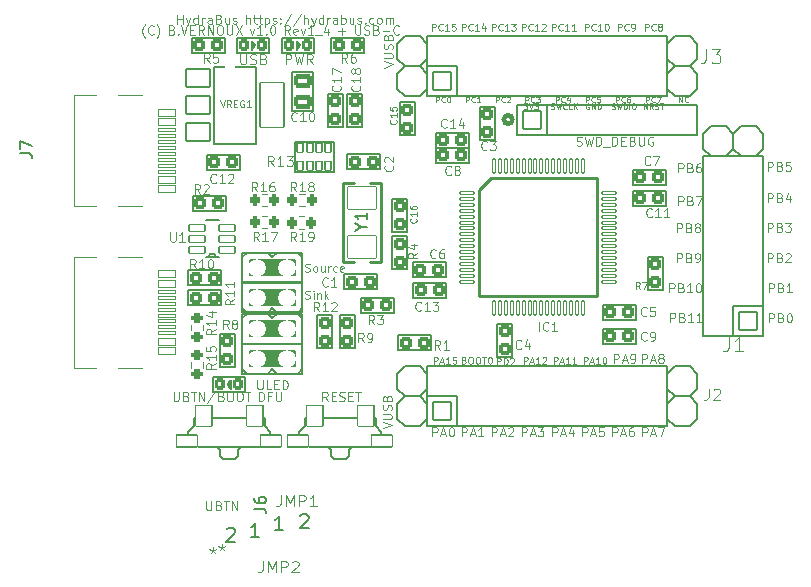
<source format=gto>
G04 #@! TF.GenerationSoftware,KiCad,Pcbnew,(7.99.0-174-g31be74b8b3)*
G04 #@! TF.CreationDate,2023-07-10T17:09:23+02:00*
G04 #@! TF.ProjectId,HydraBus,48796472-6142-4757-932e-6b696361645f,1.0 Rev1.4*
G04 #@! TF.SameCoordinates,Original*
G04 #@! TF.FileFunction,Legend,Top*
G04 #@! TF.FilePolarity,Positive*
%FSLAX46Y46*%
G04 Gerber Fmt 4.6, Leading zero omitted, Abs format (unit mm)*
G04 Created by KiCad (PCBNEW (7.99.0-174-g31be74b8b3)) date 2023-07-10 17:09:23*
%MOMM*%
%LPD*%
G01*
G04 APERTURE LIST*
G04 Aperture macros list*
%AMRoundRect*
0 Rectangle with rounded corners*
0 $1 Rounding radius*
0 $2 $3 $4 $5 $6 $7 $8 $9 X,Y pos of 4 corners*
0 Add a 4 corners polygon primitive as box body*
4,1,4,$2,$3,$4,$5,$6,$7,$8,$9,$2,$3,0*
0 Add four circle primitives for the rounded corners*
1,1,$1+$1,$2,$3*
1,1,$1+$1,$4,$5*
1,1,$1+$1,$6,$7*
1,1,$1+$1,$8,$9*
0 Add four rect primitives between the rounded corners*
20,1,$1+$1,$2,$3,$4,$5,0*
20,1,$1+$1,$4,$5,$6,$7,0*
20,1,$1+$1,$6,$7,$8,$9,0*
20,1,$1+$1,$8,$9,$2,$3,0*%
G04 Aperture macros list end*
%ADD10C,0.100000*%
%ADD11C,0.089408*%
%ADD12C,0.092900*%
%ADD13C,0.065024*%
%ADD14C,0.048768*%
%ADD15C,0.040640*%
%ADD16C,0.406400*%
%ADD17C,0.060000*%
%ADD18C,0.096520*%
%ADD19C,0.127000*%
%ADD20C,0.150000*%
%ADD21C,0.061772*%
%ADD22C,0.046329*%
%ADD23C,0.120650*%
%ADD24C,0.077216*%
%ADD25C,0.076200*%
%ADD26C,0.084937*%
%ADD27C,0.063703*%
%ADD28C,0.120000*%
%ADD29C,0.152400*%
%ADD30C,0.254000*%
%ADD31C,0.203200*%
%ADD32RoundRect,0.250000X-0.200000X-0.275000X0.200000X-0.275000X0.200000X0.275000X-0.200000X0.275000X0*%
%ADD33RoundRect,0.250000X0.200000X0.275000X-0.200000X0.275000X-0.200000X-0.275000X0.200000X-0.275000X0*%
%ADD34RoundRect,0.250000X-0.275000X0.200000X-0.275000X-0.200000X0.275000X-0.200000X0.275000X0.200000X0*%
%ADD35C,1.498600*%
%ADD36C,0.750000*%
%ADD37RoundRect,0.050000X-0.725000X0.300000X-0.725000X-0.300000X0.725000X-0.300000X0.725000X0.300000X0*%
%ADD38RoundRect,0.050000X-0.725000X0.150000X-0.725000X-0.150000X0.725000X-0.150000X0.725000X0.150000X0*%
%ADD39O,1.700000X1.100000*%
%ADD40O,2.200000X1.100000*%
%ADD41RoundRect,0.050000X-1.200000X-0.950000X1.200000X-0.950000X1.200000X0.950000X-1.200000X0.950000X0*%
%ADD42RoundRect,0.063500X-0.120000X0.600000X-0.120000X-0.600000X0.120000X-0.600000X0.120000X0.600000X0*%
%ADD43RoundRect,0.063500X0.600000X0.120000X-0.600000X0.120000X-0.600000X-0.120000X0.600000X-0.120000X0*%
%ADD44RoundRect,0.063500X0.120000X-0.600000X0.120000X0.600000X-0.120000X0.600000X-0.120000X-0.600000X0*%
%ADD45RoundRect,0.063500X-0.600000X-0.120000X0.600000X-0.120000X0.600000X0.120000X-0.600000X0.120000X0*%
%ADD46C,3.300000*%
%ADD47C,1.050000*%
%ADD48RoundRect,0.063500X-0.889000X-0.508000X0.889000X-0.508000X0.889000X0.508000X-0.889000X0.508000X0*%
%ADD49RoundRect,0.063500X0.698500X-0.889000X0.698500X0.889000X-0.698500X0.889000X-0.698500X-0.889000X0*%
%ADD50RoundRect,0.174625X0.333375X-0.333375X0.333375X0.333375X-0.333375X0.333375X-0.333375X-0.333375X0*%
%ADD51RoundRect,0.174625X0.333375X0.333375X-0.333375X0.333375X-0.333375X-0.333375X0.333375X-0.333375X0*%
%ADD52RoundRect,0.174625X-0.333375X-0.333375X0.333375X-0.333375X0.333375X0.333375X-0.333375X0.333375X0*%
%ADD53RoundRect,0.063500X-1.000000X1.900000X-1.000000X-1.900000X1.000000X-1.900000X1.000000X1.900000X0*%
%ADD54RoundRect,0.063500X-1.000000X0.750000X-1.000000X-0.750000X1.000000X-0.750000X1.000000X0.750000X0*%
%ADD55RoundRect,0.190500X-0.571500X0.381000X-0.571500X-0.381000X0.571500X-0.381000X0.571500X0.381000X0*%
%ADD56C,1.651000*%
%ADD57RoundRect,0.174625X-0.333375X0.333375X-0.333375X-0.333375X0.333375X-0.333375X0.333375X0.333375X0*%
%ADD58C,1.627000*%
%ADD59RoundRect,0.063500X0.750000X-0.750000X0.750000X0.750000X-0.750000X0.750000X-0.750000X-0.750000X0*%
%ADD60RoundRect,0.063500X-0.750000X-0.750000X0.750000X-0.750000X0.750000X0.750000X-0.750000X0.750000X0*%
%ADD61RoundRect,0.063500X0.660400X0.279400X-0.660400X0.279400X-0.660400X-0.279400X0.660400X-0.279400X0*%
%ADD62C,1.803400*%
%ADD63RoundRect,0.158750X-0.285750X-0.349250X0.285750X-0.349250X0.285750X0.349250X-0.285750X0.349250X0*%
%ADD64RoundRect,0.158750X0.285750X0.349250X-0.285750X0.349250X-0.285750X-0.349250X0.285750X-0.349250X0*%
%ADD65C,0.989000*%
%ADD66RoundRect,0.063500X-0.254000X-0.381000X0.254000X-0.381000X0.254000X0.381000X-0.254000X0.381000X0*%
G04 APERTURE END LIST*
D10*
X166630333Y-92143333D02*
X166730333Y-92176666D01*
X166730333Y-92176666D02*
X166897000Y-92176666D01*
X166897000Y-92176666D02*
X166963666Y-92143333D01*
X166963666Y-92143333D02*
X166997000Y-92110000D01*
X166997000Y-92110000D02*
X167030333Y-92043333D01*
X167030333Y-92043333D02*
X167030333Y-91976666D01*
X167030333Y-91976666D02*
X166997000Y-91910000D01*
X166997000Y-91910000D02*
X166963666Y-91876666D01*
X166963666Y-91876666D02*
X166897000Y-91843333D01*
X166897000Y-91843333D02*
X166763666Y-91810000D01*
X166763666Y-91810000D02*
X166697000Y-91776666D01*
X166697000Y-91776666D02*
X166663666Y-91743333D01*
X166663666Y-91743333D02*
X166630333Y-91676666D01*
X166630333Y-91676666D02*
X166630333Y-91610000D01*
X166630333Y-91610000D02*
X166663666Y-91543333D01*
X166663666Y-91543333D02*
X166697000Y-91510000D01*
X166697000Y-91510000D02*
X166763666Y-91476666D01*
X166763666Y-91476666D02*
X166930333Y-91476666D01*
X166930333Y-91476666D02*
X167030333Y-91510000D01*
X167330333Y-92176666D02*
X167330333Y-91710000D01*
X167330333Y-91476666D02*
X167297000Y-91510000D01*
X167297000Y-91510000D02*
X167330333Y-91543333D01*
X167330333Y-91543333D02*
X167363667Y-91510000D01*
X167363667Y-91510000D02*
X167330333Y-91476666D01*
X167330333Y-91476666D02*
X167330333Y-91543333D01*
X167663666Y-91710000D02*
X167663666Y-92176666D01*
X167663666Y-91776666D02*
X167697000Y-91743333D01*
X167697000Y-91743333D02*
X167763666Y-91710000D01*
X167763666Y-91710000D02*
X167863666Y-91710000D01*
X167863666Y-91710000D02*
X167930333Y-91743333D01*
X167930333Y-91743333D02*
X167963666Y-91810000D01*
X167963666Y-91810000D02*
X167963666Y-92176666D01*
X168296999Y-92176666D02*
X168296999Y-91476666D01*
X168363666Y-91910000D02*
X168563666Y-92176666D01*
X168563666Y-91710000D02*
X168296999Y-91976666D01*
X166630333Y-89857333D02*
X166730333Y-89890666D01*
X166730333Y-89890666D02*
X166897000Y-89890666D01*
X166897000Y-89890666D02*
X166963666Y-89857333D01*
X166963666Y-89857333D02*
X166997000Y-89824000D01*
X166997000Y-89824000D02*
X167030333Y-89757333D01*
X167030333Y-89757333D02*
X167030333Y-89690666D01*
X167030333Y-89690666D02*
X166997000Y-89624000D01*
X166997000Y-89624000D02*
X166963666Y-89590666D01*
X166963666Y-89590666D02*
X166897000Y-89557333D01*
X166897000Y-89557333D02*
X166763666Y-89524000D01*
X166763666Y-89524000D02*
X166697000Y-89490666D01*
X166697000Y-89490666D02*
X166663666Y-89457333D01*
X166663666Y-89457333D02*
X166630333Y-89390666D01*
X166630333Y-89390666D02*
X166630333Y-89324000D01*
X166630333Y-89324000D02*
X166663666Y-89257333D01*
X166663666Y-89257333D02*
X166697000Y-89224000D01*
X166697000Y-89224000D02*
X166763666Y-89190666D01*
X166763666Y-89190666D02*
X166930333Y-89190666D01*
X166930333Y-89190666D02*
X167030333Y-89224000D01*
X167430333Y-89890666D02*
X167363667Y-89857333D01*
X167363667Y-89857333D02*
X167330333Y-89824000D01*
X167330333Y-89824000D02*
X167297000Y-89757333D01*
X167297000Y-89757333D02*
X167297000Y-89557333D01*
X167297000Y-89557333D02*
X167330333Y-89490666D01*
X167330333Y-89490666D02*
X167363667Y-89457333D01*
X167363667Y-89457333D02*
X167430333Y-89424000D01*
X167430333Y-89424000D02*
X167530333Y-89424000D01*
X167530333Y-89424000D02*
X167597000Y-89457333D01*
X167597000Y-89457333D02*
X167630333Y-89490666D01*
X167630333Y-89490666D02*
X167663667Y-89557333D01*
X167663667Y-89557333D02*
X167663667Y-89757333D01*
X167663667Y-89757333D02*
X167630333Y-89824000D01*
X167630333Y-89824000D02*
X167597000Y-89857333D01*
X167597000Y-89857333D02*
X167530333Y-89890666D01*
X167530333Y-89890666D02*
X167430333Y-89890666D01*
X168263666Y-89424000D02*
X168263666Y-89890666D01*
X167963666Y-89424000D02*
X167963666Y-89790666D01*
X167963666Y-89790666D02*
X167997000Y-89857333D01*
X167997000Y-89857333D02*
X168063666Y-89890666D01*
X168063666Y-89890666D02*
X168163666Y-89890666D01*
X168163666Y-89890666D02*
X168230333Y-89857333D01*
X168230333Y-89857333D02*
X168263666Y-89824000D01*
X168596999Y-89890666D02*
X168596999Y-89424000D01*
X168596999Y-89557333D02*
X168630333Y-89490666D01*
X168630333Y-89490666D02*
X168663666Y-89457333D01*
X168663666Y-89457333D02*
X168730333Y-89424000D01*
X168730333Y-89424000D02*
X168796999Y-89424000D01*
X169330332Y-89857333D02*
X169263666Y-89890666D01*
X169263666Y-89890666D02*
X169130332Y-89890666D01*
X169130332Y-89890666D02*
X169063666Y-89857333D01*
X169063666Y-89857333D02*
X169030332Y-89824000D01*
X169030332Y-89824000D02*
X168996999Y-89757333D01*
X168996999Y-89757333D02*
X168996999Y-89557333D01*
X168996999Y-89557333D02*
X169030332Y-89490666D01*
X169030332Y-89490666D02*
X169063666Y-89457333D01*
X169063666Y-89457333D02*
X169130332Y-89424000D01*
X169130332Y-89424000D02*
X169263666Y-89424000D01*
X169263666Y-89424000D02*
X169330332Y-89457333D01*
X169896999Y-89857333D02*
X169830332Y-89890666D01*
X169830332Y-89890666D02*
X169696999Y-89890666D01*
X169696999Y-89890666D02*
X169630332Y-89857333D01*
X169630332Y-89857333D02*
X169596999Y-89790666D01*
X169596999Y-89790666D02*
X169596999Y-89524000D01*
X169596999Y-89524000D02*
X169630332Y-89457333D01*
X169630332Y-89457333D02*
X169696999Y-89424000D01*
X169696999Y-89424000D02*
X169830332Y-89424000D01*
X169830332Y-89424000D02*
X169896999Y-89457333D01*
X169896999Y-89457333D02*
X169930332Y-89524000D01*
X169930332Y-89524000D02*
X169930332Y-89590666D01*
X169930332Y-89590666D02*
X169596999Y-89657333D01*
D11*
X168525081Y-100831963D02*
X168267695Y-100464268D01*
X168083847Y-100831963D02*
X168083847Y-100059803D01*
X168083847Y-100059803D02*
X168378003Y-100059803D01*
X168378003Y-100059803D02*
X168451542Y-100096573D01*
X168451542Y-100096573D02*
X168488312Y-100133342D01*
X168488312Y-100133342D02*
X168525081Y-100206881D01*
X168525081Y-100206881D02*
X168525081Y-100317190D01*
X168525081Y-100317190D02*
X168488312Y-100390729D01*
X168488312Y-100390729D02*
X168451542Y-100427498D01*
X168451542Y-100427498D02*
X168378003Y-100464268D01*
X168378003Y-100464268D02*
X168083847Y-100464268D01*
X168856007Y-100427498D02*
X169113394Y-100427498D01*
X169223702Y-100831963D02*
X168856007Y-100831963D01*
X168856007Y-100831963D02*
X168856007Y-100059803D01*
X168856007Y-100059803D02*
X169223702Y-100059803D01*
X169517859Y-100795193D02*
X169628167Y-100831963D01*
X169628167Y-100831963D02*
X169812015Y-100831963D01*
X169812015Y-100831963D02*
X169885554Y-100795193D01*
X169885554Y-100795193D02*
X169922323Y-100758424D01*
X169922323Y-100758424D02*
X169959093Y-100684885D01*
X169959093Y-100684885D02*
X169959093Y-100611346D01*
X169959093Y-100611346D02*
X169922323Y-100537807D01*
X169922323Y-100537807D02*
X169885554Y-100501037D01*
X169885554Y-100501037D02*
X169812015Y-100464268D01*
X169812015Y-100464268D02*
X169664937Y-100427498D01*
X169664937Y-100427498D02*
X169591398Y-100390729D01*
X169591398Y-100390729D02*
X169554628Y-100353959D01*
X169554628Y-100353959D02*
X169517859Y-100280420D01*
X169517859Y-100280420D02*
X169517859Y-100206881D01*
X169517859Y-100206881D02*
X169554628Y-100133342D01*
X169554628Y-100133342D02*
X169591398Y-100096573D01*
X169591398Y-100096573D02*
X169664937Y-100059803D01*
X169664937Y-100059803D02*
X169848784Y-100059803D01*
X169848784Y-100059803D02*
X169959093Y-100096573D01*
X170290018Y-100427498D02*
X170547405Y-100427498D01*
X170657713Y-100831963D02*
X170290018Y-100831963D01*
X170290018Y-100831963D02*
X170290018Y-100059803D01*
X170290018Y-100059803D02*
X170657713Y-100059803D01*
X170878331Y-100059803D02*
X171319565Y-100059803D01*
X171098948Y-100831963D02*
X171098948Y-100059803D01*
D12*
X164973933Y-72310272D02*
X164973933Y-71465722D01*
X164973933Y-71465722D02*
X165295666Y-71465722D01*
X165295666Y-71465722D02*
X165376100Y-71505939D01*
X165376100Y-71505939D02*
X165416316Y-71546155D01*
X165416316Y-71546155D02*
X165456533Y-71626589D01*
X165456533Y-71626589D02*
X165456533Y-71747239D01*
X165456533Y-71747239D02*
X165416316Y-71827672D01*
X165416316Y-71827672D02*
X165376100Y-71867889D01*
X165376100Y-71867889D02*
X165295666Y-71908105D01*
X165295666Y-71908105D02*
X164973933Y-71908105D01*
X165738050Y-71465722D02*
X165939133Y-72310272D01*
X165939133Y-72310272D02*
X166100000Y-71707022D01*
X166100000Y-71707022D02*
X166260866Y-72310272D01*
X166260866Y-72310272D02*
X166461950Y-71465722D01*
X167266283Y-72310272D02*
X166984766Y-71908105D01*
X166783683Y-72310272D02*
X166783683Y-71465722D01*
X166783683Y-71465722D02*
X167105416Y-71465722D01*
X167105416Y-71465722D02*
X167185850Y-71505939D01*
X167185850Y-71505939D02*
X167226066Y-71546155D01*
X167226066Y-71546155D02*
X167266283Y-71626589D01*
X167266283Y-71626589D02*
X167266283Y-71747239D01*
X167266283Y-71747239D02*
X167226066Y-71827672D01*
X167226066Y-71827672D02*
X167185850Y-71867889D01*
X167185850Y-71867889D02*
X167105416Y-71908105D01*
X167105416Y-71908105D02*
X166783683Y-71908105D01*
X161134258Y-71465722D02*
X161134258Y-72149405D01*
X161134258Y-72149405D02*
X161174475Y-72229839D01*
X161174475Y-72229839D02*
X161214691Y-72270055D01*
X161214691Y-72270055D02*
X161295125Y-72310272D01*
X161295125Y-72310272D02*
X161455991Y-72310272D01*
X161455991Y-72310272D02*
X161536425Y-72270055D01*
X161536425Y-72270055D02*
X161576641Y-72229839D01*
X161576641Y-72229839D02*
X161616858Y-72149405D01*
X161616858Y-72149405D02*
X161616858Y-71465722D01*
X161978808Y-72270055D02*
X162099458Y-72310272D01*
X162099458Y-72310272D02*
X162300542Y-72310272D01*
X162300542Y-72310272D02*
X162380975Y-72270055D01*
X162380975Y-72270055D02*
X162421192Y-72229839D01*
X162421192Y-72229839D02*
X162461408Y-72149405D01*
X162461408Y-72149405D02*
X162461408Y-72068972D01*
X162461408Y-72068972D02*
X162421192Y-71988539D01*
X162421192Y-71988539D02*
X162380975Y-71948322D01*
X162380975Y-71948322D02*
X162300542Y-71908105D01*
X162300542Y-71908105D02*
X162139675Y-71867889D01*
X162139675Y-71867889D02*
X162059242Y-71827672D01*
X162059242Y-71827672D02*
X162019025Y-71787455D01*
X162019025Y-71787455D02*
X161978808Y-71707022D01*
X161978808Y-71707022D02*
X161978808Y-71626589D01*
X161978808Y-71626589D02*
X162019025Y-71546155D01*
X162019025Y-71546155D02*
X162059242Y-71505939D01*
X162059242Y-71505939D02*
X162139675Y-71465722D01*
X162139675Y-71465722D02*
X162340758Y-71465722D01*
X162340758Y-71465722D02*
X162461408Y-71505939D01*
X163104875Y-71867889D02*
X163225525Y-71908105D01*
X163225525Y-71908105D02*
X163265741Y-71948322D01*
X163265741Y-71948322D02*
X163305958Y-72028755D01*
X163305958Y-72028755D02*
X163305958Y-72149405D01*
X163305958Y-72149405D02*
X163265741Y-72229839D01*
X163265741Y-72229839D02*
X163225525Y-72270055D01*
X163225525Y-72270055D02*
X163145091Y-72310272D01*
X163145091Y-72310272D02*
X162823358Y-72310272D01*
X162823358Y-72310272D02*
X162823358Y-71465722D01*
X162823358Y-71465722D02*
X163104875Y-71465722D01*
X163104875Y-71465722D02*
X163185308Y-71505939D01*
X163185308Y-71505939D02*
X163225525Y-71546155D01*
X163225525Y-71546155D02*
X163265741Y-71626589D01*
X163265741Y-71626589D02*
X163265741Y-71707022D01*
X163265741Y-71707022D02*
X163225525Y-71787455D01*
X163225525Y-71787455D02*
X163185308Y-71827672D01*
X163185308Y-71827672D02*
X163104875Y-71867889D01*
X163104875Y-71867889D02*
X162823358Y-71867889D01*
D13*
X177386947Y-103819563D02*
X177386947Y-103047403D01*
X177386947Y-103047403D02*
X177681103Y-103047403D01*
X177681103Y-103047403D02*
X177754642Y-103084173D01*
X177754642Y-103084173D02*
X177791412Y-103120942D01*
X177791412Y-103120942D02*
X177828181Y-103194481D01*
X177828181Y-103194481D02*
X177828181Y-103304790D01*
X177828181Y-103304790D02*
X177791412Y-103378329D01*
X177791412Y-103378329D02*
X177754642Y-103415098D01*
X177754642Y-103415098D02*
X177681103Y-103451868D01*
X177681103Y-103451868D02*
X177386947Y-103451868D01*
X178122338Y-103598946D02*
X178490033Y-103598946D01*
X178048799Y-103819563D02*
X178306185Y-103047403D01*
X178306185Y-103047403D02*
X178563572Y-103819563D01*
X178968036Y-103047403D02*
X179041575Y-103047403D01*
X179041575Y-103047403D02*
X179115114Y-103084173D01*
X179115114Y-103084173D02*
X179151884Y-103120942D01*
X179151884Y-103120942D02*
X179188653Y-103194481D01*
X179188653Y-103194481D02*
X179225423Y-103341559D01*
X179225423Y-103341559D02*
X179225423Y-103525407D01*
X179225423Y-103525407D02*
X179188653Y-103672485D01*
X179188653Y-103672485D02*
X179151884Y-103746024D01*
X179151884Y-103746024D02*
X179115114Y-103782793D01*
X179115114Y-103782793D02*
X179041575Y-103819563D01*
X179041575Y-103819563D02*
X178968036Y-103819563D01*
X178968036Y-103819563D02*
X178894497Y-103782793D01*
X178894497Y-103782793D02*
X178857728Y-103746024D01*
X178857728Y-103746024D02*
X178820958Y-103672485D01*
X178820958Y-103672485D02*
X178784189Y-103525407D01*
X178784189Y-103525407D02*
X178784189Y-103341559D01*
X178784189Y-103341559D02*
X178820958Y-103194481D01*
X178820958Y-103194481D02*
X178857728Y-103120942D01*
X178857728Y-103120942D02*
X178894497Y-103084173D01*
X178894497Y-103084173D02*
X178968036Y-103047403D01*
X179876147Y-103819563D02*
X179876147Y-103047403D01*
X179876147Y-103047403D02*
X180170303Y-103047403D01*
X180170303Y-103047403D02*
X180243842Y-103084173D01*
X180243842Y-103084173D02*
X180280612Y-103120942D01*
X180280612Y-103120942D02*
X180317381Y-103194481D01*
X180317381Y-103194481D02*
X180317381Y-103304790D01*
X180317381Y-103304790D02*
X180280612Y-103378329D01*
X180280612Y-103378329D02*
X180243842Y-103415098D01*
X180243842Y-103415098D02*
X180170303Y-103451868D01*
X180170303Y-103451868D02*
X179876147Y-103451868D01*
X180611538Y-103598946D02*
X180979233Y-103598946D01*
X180537999Y-103819563D02*
X180795385Y-103047403D01*
X180795385Y-103047403D02*
X181052772Y-103819563D01*
X181714623Y-103819563D02*
X181273389Y-103819563D01*
X181494006Y-103819563D02*
X181494006Y-103047403D01*
X181494006Y-103047403D02*
X181420467Y-103157712D01*
X181420467Y-103157712D02*
X181346928Y-103231251D01*
X181346928Y-103231251D02*
X181273389Y-103268020D01*
X182416147Y-103819563D02*
X182416147Y-103047403D01*
X182416147Y-103047403D02*
X182710303Y-103047403D01*
X182710303Y-103047403D02*
X182783842Y-103084173D01*
X182783842Y-103084173D02*
X182820612Y-103120942D01*
X182820612Y-103120942D02*
X182857381Y-103194481D01*
X182857381Y-103194481D02*
X182857381Y-103304790D01*
X182857381Y-103304790D02*
X182820612Y-103378329D01*
X182820612Y-103378329D02*
X182783842Y-103415098D01*
X182783842Y-103415098D02*
X182710303Y-103451868D01*
X182710303Y-103451868D02*
X182416147Y-103451868D01*
X183151538Y-103598946D02*
X183519233Y-103598946D01*
X183077999Y-103819563D02*
X183335385Y-103047403D01*
X183335385Y-103047403D02*
X183592772Y-103819563D01*
X183813389Y-103120942D02*
X183850158Y-103084173D01*
X183850158Y-103084173D02*
X183923697Y-103047403D01*
X183923697Y-103047403D02*
X184107545Y-103047403D01*
X184107545Y-103047403D02*
X184181084Y-103084173D01*
X184181084Y-103084173D02*
X184217853Y-103120942D01*
X184217853Y-103120942D02*
X184254623Y-103194481D01*
X184254623Y-103194481D02*
X184254623Y-103268020D01*
X184254623Y-103268020D02*
X184217853Y-103378329D01*
X184217853Y-103378329D02*
X183776619Y-103819563D01*
X183776619Y-103819563D02*
X184254623Y-103819563D01*
X184956147Y-103819563D02*
X184956147Y-103047403D01*
X184956147Y-103047403D02*
X185250303Y-103047403D01*
X185250303Y-103047403D02*
X185323842Y-103084173D01*
X185323842Y-103084173D02*
X185360612Y-103120942D01*
X185360612Y-103120942D02*
X185397381Y-103194481D01*
X185397381Y-103194481D02*
X185397381Y-103304790D01*
X185397381Y-103304790D02*
X185360612Y-103378329D01*
X185360612Y-103378329D02*
X185323842Y-103415098D01*
X185323842Y-103415098D02*
X185250303Y-103451868D01*
X185250303Y-103451868D02*
X184956147Y-103451868D01*
X185691538Y-103598946D02*
X186059233Y-103598946D01*
X185617999Y-103819563D02*
X185875385Y-103047403D01*
X185875385Y-103047403D02*
X186132772Y-103819563D01*
X186316619Y-103047403D02*
X186794623Y-103047403D01*
X186794623Y-103047403D02*
X186537236Y-103341559D01*
X186537236Y-103341559D02*
X186647545Y-103341559D01*
X186647545Y-103341559D02*
X186721084Y-103378329D01*
X186721084Y-103378329D02*
X186757853Y-103415098D01*
X186757853Y-103415098D02*
X186794623Y-103488637D01*
X186794623Y-103488637D02*
X186794623Y-103672485D01*
X186794623Y-103672485D02*
X186757853Y-103746024D01*
X186757853Y-103746024D02*
X186721084Y-103782793D01*
X186721084Y-103782793D02*
X186647545Y-103819563D01*
X186647545Y-103819563D02*
X186426928Y-103819563D01*
X186426928Y-103819563D02*
X186353389Y-103782793D01*
X186353389Y-103782793D02*
X186316619Y-103746024D01*
X187546947Y-103819563D02*
X187546947Y-103047403D01*
X187546947Y-103047403D02*
X187841103Y-103047403D01*
X187841103Y-103047403D02*
X187914642Y-103084173D01*
X187914642Y-103084173D02*
X187951412Y-103120942D01*
X187951412Y-103120942D02*
X187988181Y-103194481D01*
X187988181Y-103194481D02*
X187988181Y-103304790D01*
X187988181Y-103304790D02*
X187951412Y-103378329D01*
X187951412Y-103378329D02*
X187914642Y-103415098D01*
X187914642Y-103415098D02*
X187841103Y-103451868D01*
X187841103Y-103451868D02*
X187546947Y-103451868D01*
X188282338Y-103598946D02*
X188650033Y-103598946D01*
X188208799Y-103819563D02*
X188466185Y-103047403D01*
X188466185Y-103047403D02*
X188723572Y-103819563D01*
X189311884Y-103304790D02*
X189311884Y-103819563D01*
X189128036Y-103010633D02*
X188944189Y-103562176D01*
X188944189Y-103562176D02*
X189422192Y-103562176D01*
X190086947Y-103819563D02*
X190086947Y-103047403D01*
X190086947Y-103047403D02*
X190381103Y-103047403D01*
X190381103Y-103047403D02*
X190454642Y-103084173D01*
X190454642Y-103084173D02*
X190491412Y-103120942D01*
X190491412Y-103120942D02*
X190528181Y-103194481D01*
X190528181Y-103194481D02*
X190528181Y-103304790D01*
X190528181Y-103304790D02*
X190491412Y-103378329D01*
X190491412Y-103378329D02*
X190454642Y-103415098D01*
X190454642Y-103415098D02*
X190381103Y-103451868D01*
X190381103Y-103451868D02*
X190086947Y-103451868D01*
X190822338Y-103598946D02*
X191190033Y-103598946D01*
X190748799Y-103819563D02*
X191006185Y-103047403D01*
X191006185Y-103047403D02*
X191263572Y-103819563D01*
X191888653Y-103047403D02*
X191520958Y-103047403D01*
X191520958Y-103047403D02*
X191484189Y-103415098D01*
X191484189Y-103415098D02*
X191520958Y-103378329D01*
X191520958Y-103378329D02*
X191594497Y-103341559D01*
X191594497Y-103341559D02*
X191778345Y-103341559D01*
X191778345Y-103341559D02*
X191851884Y-103378329D01*
X191851884Y-103378329D02*
X191888653Y-103415098D01*
X191888653Y-103415098D02*
X191925423Y-103488637D01*
X191925423Y-103488637D02*
X191925423Y-103672485D01*
X191925423Y-103672485D02*
X191888653Y-103746024D01*
X191888653Y-103746024D02*
X191851884Y-103782793D01*
X191851884Y-103782793D02*
X191778345Y-103819563D01*
X191778345Y-103819563D02*
X191594497Y-103819563D01*
X191594497Y-103819563D02*
X191520958Y-103782793D01*
X191520958Y-103782793D02*
X191484189Y-103746024D01*
X192626947Y-103819563D02*
X192626947Y-103047403D01*
X192626947Y-103047403D02*
X192921103Y-103047403D01*
X192921103Y-103047403D02*
X192994642Y-103084173D01*
X192994642Y-103084173D02*
X193031412Y-103120942D01*
X193031412Y-103120942D02*
X193068181Y-103194481D01*
X193068181Y-103194481D02*
X193068181Y-103304790D01*
X193068181Y-103304790D02*
X193031412Y-103378329D01*
X193031412Y-103378329D02*
X192994642Y-103415098D01*
X192994642Y-103415098D02*
X192921103Y-103451868D01*
X192921103Y-103451868D02*
X192626947Y-103451868D01*
X193362338Y-103598946D02*
X193730033Y-103598946D01*
X193288799Y-103819563D02*
X193546185Y-103047403D01*
X193546185Y-103047403D02*
X193803572Y-103819563D01*
X194391884Y-103047403D02*
X194244806Y-103047403D01*
X194244806Y-103047403D02*
X194171267Y-103084173D01*
X194171267Y-103084173D02*
X194134497Y-103120942D01*
X194134497Y-103120942D02*
X194060958Y-103231251D01*
X194060958Y-103231251D02*
X194024189Y-103378329D01*
X194024189Y-103378329D02*
X194024189Y-103672485D01*
X194024189Y-103672485D02*
X194060958Y-103746024D01*
X194060958Y-103746024D02*
X194097728Y-103782793D01*
X194097728Y-103782793D02*
X194171267Y-103819563D01*
X194171267Y-103819563D02*
X194318345Y-103819563D01*
X194318345Y-103819563D02*
X194391884Y-103782793D01*
X194391884Y-103782793D02*
X194428653Y-103746024D01*
X194428653Y-103746024D02*
X194465423Y-103672485D01*
X194465423Y-103672485D02*
X194465423Y-103488637D01*
X194465423Y-103488637D02*
X194428653Y-103415098D01*
X194428653Y-103415098D02*
X194391884Y-103378329D01*
X194391884Y-103378329D02*
X194318345Y-103341559D01*
X194318345Y-103341559D02*
X194171267Y-103341559D01*
X194171267Y-103341559D02*
X194097728Y-103378329D01*
X194097728Y-103378329D02*
X194060958Y-103415098D01*
X194060958Y-103415098D02*
X194024189Y-103488637D01*
X195166947Y-103819563D02*
X195166947Y-103047403D01*
X195166947Y-103047403D02*
X195461103Y-103047403D01*
X195461103Y-103047403D02*
X195534642Y-103084173D01*
X195534642Y-103084173D02*
X195571412Y-103120942D01*
X195571412Y-103120942D02*
X195608181Y-103194481D01*
X195608181Y-103194481D02*
X195608181Y-103304790D01*
X195608181Y-103304790D02*
X195571412Y-103378329D01*
X195571412Y-103378329D02*
X195534642Y-103415098D01*
X195534642Y-103415098D02*
X195461103Y-103451868D01*
X195461103Y-103451868D02*
X195166947Y-103451868D01*
X195902338Y-103598946D02*
X196270033Y-103598946D01*
X195828799Y-103819563D02*
X196086185Y-103047403D01*
X196086185Y-103047403D02*
X196343572Y-103819563D01*
X196527419Y-103047403D02*
X197042192Y-103047403D01*
X197042192Y-103047403D02*
X196711267Y-103819563D01*
X192743546Y-97610990D02*
X192743546Y-96838830D01*
X192743546Y-96838830D02*
X193037702Y-96838830D01*
X193037702Y-96838830D02*
X193111241Y-96875600D01*
X193111241Y-96875600D02*
X193148011Y-96912369D01*
X193148011Y-96912369D02*
X193184780Y-96985908D01*
X193184780Y-96985908D02*
X193184780Y-97096217D01*
X193184780Y-97096217D02*
X193148011Y-97169756D01*
X193148011Y-97169756D02*
X193111241Y-97206525D01*
X193111241Y-97206525D02*
X193037702Y-97243295D01*
X193037702Y-97243295D02*
X192743546Y-97243295D01*
X193478937Y-97390373D02*
X193846632Y-97390373D01*
X193405398Y-97610990D02*
X193662784Y-96838830D01*
X193662784Y-96838830D02*
X193920171Y-97610990D01*
X194214327Y-97610990D02*
X194361405Y-97610990D01*
X194361405Y-97610990D02*
X194434944Y-97574220D01*
X194434944Y-97574220D02*
X194471713Y-97537451D01*
X194471713Y-97537451D02*
X194545252Y-97427142D01*
X194545252Y-97427142D02*
X194582022Y-97280064D01*
X194582022Y-97280064D02*
X194582022Y-96985908D01*
X194582022Y-96985908D02*
X194545252Y-96912369D01*
X194545252Y-96912369D02*
X194508483Y-96875600D01*
X194508483Y-96875600D02*
X194434944Y-96838830D01*
X194434944Y-96838830D02*
X194287866Y-96838830D01*
X194287866Y-96838830D02*
X194214327Y-96875600D01*
X194214327Y-96875600D02*
X194177557Y-96912369D01*
X194177557Y-96912369D02*
X194140788Y-96985908D01*
X194140788Y-96985908D02*
X194140788Y-97169756D01*
X194140788Y-97169756D02*
X194177557Y-97243295D01*
X194177557Y-97243295D02*
X194214327Y-97280064D01*
X194214327Y-97280064D02*
X194287866Y-97316834D01*
X194287866Y-97316834D02*
X194434944Y-97316834D01*
X194434944Y-97316834D02*
X194508483Y-97280064D01*
X194508483Y-97280064D02*
X194545252Y-97243295D01*
X194545252Y-97243295D02*
X194582022Y-97169756D01*
X195131146Y-97610990D02*
X195131146Y-96838830D01*
X195131146Y-96838830D02*
X195425302Y-96838830D01*
X195425302Y-96838830D02*
X195498841Y-96875600D01*
X195498841Y-96875600D02*
X195535611Y-96912369D01*
X195535611Y-96912369D02*
X195572380Y-96985908D01*
X195572380Y-96985908D02*
X195572380Y-97096217D01*
X195572380Y-97096217D02*
X195535611Y-97169756D01*
X195535611Y-97169756D02*
X195498841Y-97206525D01*
X195498841Y-97206525D02*
X195425302Y-97243295D01*
X195425302Y-97243295D02*
X195131146Y-97243295D01*
X195866537Y-97390373D02*
X196234232Y-97390373D01*
X195792998Y-97610990D02*
X196050384Y-96838830D01*
X196050384Y-96838830D02*
X196307771Y-97610990D01*
X196675466Y-97169756D02*
X196601927Y-97132986D01*
X196601927Y-97132986D02*
X196565157Y-97096217D01*
X196565157Y-97096217D02*
X196528388Y-97022678D01*
X196528388Y-97022678D02*
X196528388Y-96985908D01*
X196528388Y-96985908D02*
X196565157Y-96912369D01*
X196565157Y-96912369D02*
X196601927Y-96875600D01*
X196601927Y-96875600D02*
X196675466Y-96838830D01*
X196675466Y-96838830D02*
X196822544Y-96838830D01*
X196822544Y-96838830D02*
X196896083Y-96875600D01*
X196896083Y-96875600D02*
X196932852Y-96912369D01*
X196932852Y-96912369D02*
X196969622Y-96985908D01*
X196969622Y-96985908D02*
X196969622Y-97022678D01*
X196969622Y-97022678D02*
X196932852Y-97096217D01*
X196932852Y-97096217D02*
X196896083Y-97132986D01*
X196896083Y-97132986D02*
X196822544Y-97169756D01*
X196822544Y-97169756D02*
X196675466Y-97169756D01*
X196675466Y-97169756D02*
X196601927Y-97206525D01*
X196601927Y-97206525D02*
X196565157Y-97243295D01*
X196565157Y-97243295D02*
X196528388Y-97316834D01*
X196528388Y-97316834D02*
X196528388Y-97463912D01*
X196528388Y-97463912D02*
X196565157Y-97537451D01*
X196565157Y-97537451D02*
X196601927Y-97574220D01*
X196601927Y-97574220D02*
X196675466Y-97610990D01*
X196675466Y-97610990D02*
X196822544Y-97610990D01*
X196822544Y-97610990D02*
X196896083Y-97574220D01*
X196896083Y-97574220D02*
X196932852Y-97537451D01*
X196932852Y-97537451D02*
X196969622Y-97463912D01*
X196969622Y-97463912D02*
X196969622Y-97316834D01*
X196969622Y-97316834D02*
X196932852Y-97243295D01*
X196932852Y-97243295D02*
X196896083Y-97206525D01*
X196896083Y-97206525D02*
X196822544Y-97169756D01*
D14*
X190199190Y-97681142D02*
X190199190Y-97102022D01*
X190199190Y-97102022D02*
X190419807Y-97102022D01*
X190419807Y-97102022D02*
X190474962Y-97129600D01*
X190474962Y-97129600D02*
X190502539Y-97157177D01*
X190502539Y-97157177D02*
X190530116Y-97212331D01*
X190530116Y-97212331D02*
X190530116Y-97295062D01*
X190530116Y-97295062D02*
X190502539Y-97350217D01*
X190502539Y-97350217D02*
X190474962Y-97377794D01*
X190474962Y-97377794D02*
X190419807Y-97405371D01*
X190419807Y-97405371D02*
X190199190Y-97405371D01*
X190750733Y-97515680D02*
X191026505Y-97515680D01*
X190695579Y-97681142D02*
X190888619Y-97102022D01*
X190888619Y-97102022D02*
X191081659Y-97681142D01*
X191578048Y-97681142D02*
X191247122Y-97681142D01*
X191412585Y-97681142D02*
X191412585Y-97102022D01*
X191412585Y-97102022D02*
X191357431Y-97184754D01*
X191357431Y-97184754D02*
X191302276Y-97239908D01*
X191302276Y-97239908D02*
X191247122Y-97267485D01*
X191936551Y-97102022D02*
X191991705Y-97102022D01*
X191991705Y-97102022D02*
X192046859Y-97129600D01*
X192046859Y-97129600D02*
X192074437Y-97157177D01*
X192074437Y-97157177D02*
X192102014Y-97212331D01*
X192102014Y-97212331D02*
X192129591Y-97322640D01*
X192129591Y-97322640D02*
X192129591Y-97460525D01*
X192129591Y-97460525D02*
X192102014Y-97570834D01*
X192102014Y-97570834D02*
X192074437Y-97625988D01*
X192074437Y-97625988D02*
X192046859Y-97653565D01*
X192046859Y-97653565D02*
X191991705Y-97681142D01*
X191991705Y-97681142D02*
X191936551Y-97681142D01*
X191936551Y-97681142D02*
X191881397Y-97653565D01*
X191881397Y-97653565D02*
X191853819Y-97625988D01*
X191853819Y-97625988D02*
X191826242Y-97570834D01*
X191826242Y-97570834D02*
X191798665Y-97460525D01*
X191798665Y-97460525D02*
X191798665Y-97322640D01*
X191798665Y-97322640D02*
X191826242Y-97212331D01*
X191826242Y-97212331D02*
X191853819Y-97157177D01*
X191853819Y-97157177D02*
X191881397Y-97129600D01*
X191881397Y-97129600D02*
X191936551Y-97102022D01*
X187659190Y-97681142D02*
X187659190Y-97102022D01*
X187659190Y-97102022D02*
X187879807Y-97102022D01*
X187879807Y-97102022D02*
X187934962Y-97129600D01*
X187934962Y-97129600D02*
X187962539Y-97157177D01*
X187962539Y-97157177D02*
X187990116Y-97212331D01*
X187990116Y-97212331D02*
X187990116Y-97295062D01*
X187990116Y-97295062D02*
X187962539Y-97350217D01*
X187962539Y-97350217D02*
X187934962Y-97377794D01*
X187934962Y-97377794D02*
X187879807Y-97405371D01*
X187879807Y-97405371D02*
X187659190Y-97405371D01*
X188210733Y-97515680D02*
X188486505Y-97515680D01*
X188155579Y-97681142D02*
X188348619Y-97102022D01*
X188348619Y-97102022D02*
X188541659Y-97681142D01*
X189038048Y-97681142D02*
X188707122Y-97681142D01*
X188872585Y-97681142D02*
X188872585Y-97102022D01*
X188872585Y-97102022D02*
X188817431Y-97184754D01*
X188817431Y-97184754D02*
X188762276Y-97239908D01*
X188762276Y-97239908D02*
X188707122Y-97267485D01*
X189589591Y-97681142D02*
X189258665Y-97681142D01*
X189424128Y-97681142D02*
X189424128Y-97102022D01*
X189424128Y-97102022D02*
X189368974Y-97184754D01*
X189368974Y-97184754D02*
X189313819Y-97239908D01*
X189313819Y-97239908D02*
X189258665Y-97267485D01*
X185119190Y-97681142D02*
X185119190Y-97102022D01*
X185119190Y-97102022D02*
X185339807Y-97102022D01*
X185339807Y-97102022D02*
X185394962Y-97129600D01*
X185394962Y-97129600D02*
X185422539Y-97157177D01*
X185422539Y-97157177D02*
X185450116Y-97212331D01*
X185450116Y-97212331D02*
X185450116Y-97295062D01*
X185450116Y-97295062D02*
X185422539Y-97350217D01*
X185422539Y-97350217D02*
X185394962Y-97377794D01*
X185394962Y-97377794D02*
X185339807Y-97405371D01*
X185339807Y-97405371D02*
X185119190Y-97405371D01*
X185670733Y-97515680D02*
X185946505Y-97515680D01*
X185615579Y-97681142D02*
X185808619Y-97102022D01*
X185808619Y-97102022D02*
X186001659Y-97681142D01*
X186498048Y-97681142D02*
X186167122Y-97681142D01*
X186332585Y-97681142D02*
X186332585Y-97102022D01*
X186332585Y-97102022D02*
X186277431Y-97184754D01*
X186277431Y-97184754D02*
X186222276Y-97239908D01*
X186222276Y-97239908D02*
X186167122Y-97267485D01*
X186718665Y-97157177D02*
X186746242Y-97129600D01*
X186746242Y-97129600D02*
X186801397Y-97102022D01*
X186801397Y-97102022D02*
X186939282Y-97102022D01*
X186939282Y-97102022D02*
X186994437Y-97129600D01*
X186994437Y-97129600D02*
X187022014Y-97157177D01*
X187022014Y-97157177D02*
X187049591Y-97212331D01*
X187049591Y-97212331D02*
X187049591Y-97267485D01*
X187049591Y-97267485D02*
X187022014Y-97350217D01*
X187022014Y-97350217D02*
X186691088Y-97681142D01*
X186691088Y-97681142D02*
X187049591Y-97681142D01*
X182844802Y-97757342D02*
X182844802Y-97178222D01*
X182844802Y-97178222D02*
X183065419Y-97178222D01*
X183065419Y-97178222D02*
X183120574Y-97205800D01*
X183120574Y-97205800D02*
X183148151Y-97233377D01*
X183148151Y-97233377D02*
X183175728Y-97288531D01*
X183175728Y-97288531D02*
X183175728Y-97371262D01*
X183175728Y-97371262D02*
X183148151Y-97426417D01*
X183148151Y-97426417D02*
X183120574Y-97453994D01*
X183120574Y-97453994D02*
X183065419Y-97481571D01*
X183065419Y-97481571D02*
X182844802Y-97481571D01*
X183423922Y-97757342D02*
X183423922Y-97178222D01*
X183423922Y-97178222D02*
X183561808Y-97178222D01*
X183561808Y-97178222D02*
X183644539Y-97205800D01*
X183644539Y-97205800D02*
X183699694Y-97260954D01*
X183699694Y-97260954D02*
X183727271Y-97316108D01*
X183727271Y-97316108D02*
X183754848Y-97426417D01*
X183754848Y-97426417D02*
X183754848Y-97509148D01*
X183754848Y-97509148D02*
X183727271Y-97619457D01*
X183727271Y-97619457D02*
X183699694Y-97674611D01*
X183699694Y-97674611D02*
X183644539Y-97729765D01*
X183644539Y-97729765D02*
X183561808Y-97757342D01*
X183561808Y-97757342D02*
X183423922Y-97757342D01*
X183975465Y-97233377D02*
X184003042Y-97205800D01*
X184003042Y-97205800D02*
X184058197Y-97178222D01*
X184058197Y-97178222D02*
X184196082Y-97178222D01*
X184196082Y-97178222D02*
X184251237Y-97205800D01*
X184251237Y-97205800D02*
X184278814Y-97233377D01*
X184278814Y-97233377D02*
X184306391Y-97288531D01*
X184306391Y-97288531D02*
X184306391Y-97343685D01*
X184306391Y-97343685D02*
X184278814Y-97426417D01*
X184278814Y-97426417D02*
X183947888Y-97757342D01*
X183947888Y-97757342D02*
X184306391Y-97757342D01*
X177499190Y-97681142D02*
X177499190Y-97102022D01*
X177499190Y-97102022D02*
X177719807Y-97102022D01*
X177719807Y-97102022D02*
X177774962Y-97129600D01*
X177774962Y-97129600D02*
X177802539Y-97157177D01*
X177802539Y-97157177D02*
X177830116Y-97212331D01*
X177830116Y-97212331D02*
X177830116Y-97295062D01*
X177830116Y-97295062D02*
X177802539Y-97350217D01*
X177802539Y-97350217D02*
X177774962Y-97377794D01*
X177774962Y-97377794D02*
X177719807Y-97405371D01*
X177719807Y-97405371D02*
X177499190Y-97405371D01*
X178050733Y-97515680D02*
X178326505Y-97515680D01*
X177995579Y-97681142D02*
X178188619Y-97102022D01*
X178188619Y-97102022D02*
X178381659Y-97681142D01*
X178878048Y-97681142D02*
X178547122Y-97681142D01*
X178712585Y-97681142D02*
X178712585Y-97102022D01*
X178712585Y-97102022D02*
X178657431Y-97184754D01*
X178657431Y-97184754D02*
X178602276Y-97239908D01*
X178602276Y-97239908D02*
X178547122Y-97267485D01*
X179402014Y-97102022D02*
X179126242Y-97102022D01*
X179126242Y-97102022D02*
X179098665Y-97377794D01*
X179098665Y-97377794D02*
X179126242Y-97350217D01*
X179126242Y-97350217D02*
X179181397Y-97322640D01*
X179181397Y-97322640D02*
X179319282Y-97322640D01*
X179319282Y-97322640D02*
X179374437Y-97350217D01*
X179374437Y-97350217D02*
X179402014Y-97377794D01*
X179402014Y-97377794D02*
X179429591Y-97432948D01*
X179429591Y-97432948D02*
X179429591Y-97570834D01*
X179429591Y-97570834D02*
X179402014Y-97625988D01*
X179402014Y-97625988D02*
X179374437Y-97653565D01*
X179374437Y-97653565D02*
X179319282Y-97681142D01*
X179319282Y-97681142D02*
X179181397Y-97681142D01*
X179181397Y-97681142D02*
X179126242Y-97653565D01*
X179126242Y-97653565D02*
X179098665Y-97625988D01*
D13*
X155796947Y-68894563D02*
X155796947Y-68122403D01*
X155796947Y-68490098D02*
X156238181Y-68490098D01*
X156238181Y-68894563D02*
X156238181Y-68122403D01*
X156532338Y-68379790D02*
X156716186Y-68894563D01*
X156900033Y-68379790D02*
X156716186Y-68894563D01*
X156716186Y-68894563D02*
X156642647Y-69078411D01*
X156642647Y-69078411D02*
X156605877Y-69115180D01*
X156605877Y-69115180D02*
X156532338Y-69151950D01*
X157525115Y-68894563D02*
X157525115Y-68122403D01*
X157525115Y-68857793D02*
X157451576Y-68894563D01*
X157451576Y-68894563D02*
X157304498Y-68894563D01*
X157304498Y-68894563D02*
X157230959Y-68857793D01*
X157230959Y-68857793D02*
X157194189Y-68821024D01*
X157194189Y-68821024D02*
X157157420Y-68747485D01*
X157157420Y-68747485D02*
X157157420Y-68526868D01*
X157157420Y-68526868D02*
X157194189Y-68453329D01*
X157194189Y-68453329D02*
X157230959Y-68416559D01*
X157230959Y-68416559D02*
X157304498Y-68379790D01*
X157304498Y-68379790D02*
X157451576Y-68379790D01*
X157451576Y-68379790D02*
X157525115Y-68416559D01*
X157892810Y-68894563D02*
X157892810Y-68379790D01*
X157892810Y-68526868D02*
X157929580Y-68453329D01*
X157929580Y-68453329D02*
X157966349Y-68416559D01*
X157966349Y-68416559D02*
X158039888Y-68379790D01*
X158039888Y-68379790D02*
X158113427Y-68379790D01*
X158701740Y-68894563D02*
X158701740Y-68490098D01*
X158701740Y-68490098D02*
X158664970Y-68416559D01*
X158664970Y-68416559D02*
X158591431Y-68379790D01*
X158591431Y-68379790D02*
X158444353Y-68379790D01*
X158444353Y-68379790D02*
X158370814Y-68416559D01*
X158701740Y-68857793D02*
X158628201Y-68894563D01*
X158628201Y-68894563D02*
X158444353Y-68894563D01*
X158444353Y-68894563D02*
X158370814Y-68857793D01*
X158370814Y-68857793D02*
X158334045Y-68784254D01*
X158334045Y-68784254D02*
X158334045Y-68710715D01*
X158334045Y-68710715D02*
X158370814Y-68637176D01*
X158370814Y-68637176D02*
X158444353Y-68600407D01*
X158444353Y-68600407D02*
X158628201Y-68600407D01*
X158628201Y-68600407D02*
X158701740Y-68563637D01*
X159326822Y-68490098D02*
X159437130Y-68526868D01*
X159437130Y-68526868D02*
X159473900Y-68563637D01*
X159473900Y-68563637D02*
X159510669Y-68637176D01*
X159510669Y-68637176D02*
X159510669Y-68747485D01*
X159510669Y-68747485D02*
X159473900Y-68821024D01*
X159473900Y-68821024D02*
X159437130Y-68857793D01*
X159437130Y-68857793D02*
X159363591Y-68894563D01*
X159363591Y-68894563D02*
X159069435Y-68894563D01*
X159069435Y-68894563D02*
X159069435Y-68122403D01*
X159069435Y-68122403D02*
X159326822Y-68122403D01*
X159326822Y-68122403D02*
X159400361Y-68159173D01*
X159400361Y-68159173D02*
X159437130Y-68195942D01*
X159437130Y-68195942D02*
X159473900Y-68269481D01*
X159473900Y-68269481D02*
X159473900Y-68343020D01*
X159473900Y-68343020D02*
X159437130Y-68416559D01*
X159437130Y-68416559D02*
X159400361Y-68453329D01*
X159400361Y-68453329D02*
X159326822Y-68490098D01*
X159326822Y-68490098D02*
X159069435Y-68490098D01*
X160172521Y-68379790D02*
X160172521Y-68894563D01*
X159841595Y-68379790D02*
X159841595Y-68784254D01*
X159841595Y-68784254D02*
X159878365Y-68857793D01*
X159878365Y-68857793D02*
X159951904Y-68894563D01*
X159951904Y-68894563D02*
X160062212Y-68894563D01*
X160062212Y-68894563D02*
X160135751Y-68857793D01*
X160135751Y-68857793D02*
X160172521Y-68821024D01*
X160503447Y-68857793D02*
X160576986Y-68894563D01*
X160576986Y-68894563D02*
X160724064Y-68894563D01*
X160724064Y-68894563D02*
X160797603Y-68857793D01*
X160797603Y-68857793D02*
X160834372Y-68784254D01*
X160834372Y-68784254D02*
X160834372Y-68747485D01*
X160834372Y-68747485D02*
X160797603Y-68673946D01*
X160797603Y-68673946D02*
X160724064Y-68637176D01*
X160724064Y-68637176D02*
X160613755Y-68637176D01*
X160613755Y-68637176D02*
X160540216Y-68600407D01*
X160540216Y-68600407D02*
X160503447Y-68526868D01*
X160503447Y-68526868D02*
X160503447Y-68490098D01*
X160503447Y-68490098D02*
X160540216Y-68416559D01*
X160540216Y-68416559D02*
X160613755Y-68379790D01*
X160613755Y-68379790D02*
X160724064Y-68379790D01*
X160724064Y-68379790D02*
X160797603Y-68416559D01*
X161628594Y-68894563D02*
X161628594Y-68122403D01*
X161959520Y-68894563D02*
X161959520Y-68490098D01*
X161959520Y-68490098D02*
X161922750Y-68416559D01*
X161922750Y-68416559D02*
X161849211Y-68379790D01*
X161849211Y-68379790D02*
X161738903Y-68379790D01*
X161738903Y-68379790D02*
X161665364Y-68416559D01*
X161665364Y-68416559D02*
X161628594Y-68453329D01*
X162216907Y-68379790D02*
X162511063Y-68379790D01*
X162327215Y-68122403D02*
X162327215Y-68784254D01*
X162327215Y-68784254D02*
X162363985Y-68857793D01*
X162363985Y-68857793D02*
X162437524Y-68894563D01*
X162437524Y-68894563D02*
X162511063Y-68894563D01*
X162658141Y-68379790D02*
X162952297Y-68379790D01*
X162768449Y-68122403D02*
X162768449Y-68784254D01*
X162768449Y-68784254D02*
X162805219Y-68857793D01*
X162805219Y-68857793D02*
X162878758Y-68894563D01*
X162878758Y-68894563D02*
X162952297Y-68894563D01*
X163209683Y-68379790D02*
X163209683Y-69151950D01*
X163209683Y-68416559D02*
X163283222Y-68379790D01*
X163283222Y-68379790D02*
X163430300Y-68379790D01*
X163430300Y-68379790D02*
X163503839Y-68416559D01*
X163503839Y-68416559D02*
X163540609Y-68453329D01*
X163540609Y-68453329D02*
X163577378Y-68526868D01*
X163577378Y-68526868D02*
X163577378Y-68747485D01*
X163577378Y-68747485D02*
X163540609Y-68821024D01*
X163540609Y-68821024D02*
X163503839Y-68857793D01*
X163503839Y-68857793D02*
X163430300Y-68894563D01*
X163430300Y-68894563D02*
X163283222Y-68894563D01*
X163283222Y-68894563D02*
X163209683Y-68857793D01*
X163871535Y-68857793D02*
X163945074Y-68894563D01*
X163945074Y-68894563D02*
X164092152Y-68894563D01*
X164092152Y-68894563D02*
X164165691Y-68857793D01*
X164165691Y-68857793D02*
X164202460Y-68784254D01*
X164202460Y-68784254D02*
X164202460Y-68747485D01*
X164202460Y-68747485D02*
X164165691Y-68673946D01*
X164165691Y-68673946D02*
X164092152Y-68637176D01*
X164092152Y-68637176D02*
X163981843Y-68637176D01*
X163981843Y-68637176D02*
X163908304Y-68600407D01*
X163908304Y-68600407D02*
X163871535Y-68526868D01*
X163871535Y-68526868D02*
X163871535Y-68490098D01*
X163871535Y-68490098D02*
X163908304Y-68416559D01*
X163908304Y-68416559D02*
X163981843Y-68379790D01*
X163981843Y-68379790D02*
X164092152Y-68379790D01*
X164092152Y-68379790D02*
X164165691Y-68416559D01*
X164533386Y-68821024D02*
X164570156Y-68857793D01*
X164570156Y-68857793D02*
X164533386Y-68894563D01*
X164533386Y-68894563D02*
X164496617Y-68857793D01*
X164496617Y-68857793D02*
X164533386Y-68821024D01*
X164533386Y-68821024D02*
X164533386Y-68894563D01*
X164533386Y-68416559D02*
X164570156Y-68453329D01*
X164570156Y-68453329D02*
X164533386Y-68490098D01*
X164533386Y-68490098D02*
X164496617Y-68453329D01*
X164496617Y-68453329D02*
X164533386Y-68416559D01*
X164533386Y-68416559D02*
X164533386Y-68490098D01*
X165452624Y-68085633D02*
X164790773Y-69078411D01*
X166261554Y-68085633D02*
X165599703Y-69078411D01*
X166518941Y-68894563D02*
X166518941Y-68122403D01*
X166849867Y-68894563D02*
X166849867Y-68490098D01*
X166849867Y-68490098D02*
X166813097Y-68416559D01*
X166813097Y-68416559D02*
X166739558Y-68379790D01*
X166739558Y-68379790D02*
X166629250Y-68379790D01*
X166629250Y-68379790D02*
X166555711Y-68416559D01*
X166555711Y-68416559D02*
X166518941Y-68453329D01*
X167144023Y-68379790D02*
X167327871Y-68894563D01*
X167511718Y-68379790D02*
X167327871Y-68894563D01*
X167327871Y-68894563D02*
X167254332Y-69078411D01*
X167254332Y-69078411D02*
X167217562Y-69115180D01*
X167217562Y-69115180D02*
X167144023Y-69151950D01*
X168136800Y-68894563D02*
X168136800Y-68122403D01*
X168136800Y-68857793D02*
X168063261Y-68894563D01*
X168063261Y-68894563D02*
X167916183Y-68894563D01*
X167916183Y-68894563D02*
X167842644Y-68857793D01*
X167842644Y-68857793D02*
X167805874Y-68821024D01*
X167805874Y-68821024D02*
X167769105Y-68747485D01*
X167769105Y-68747485D02*
X167769105Y-68526868D01*
X167769105Y-68526868D02*
X167805874Y-68453329D01*
X167805874Y-68453329D02*
X167842644Y-68416559D01*
X167842644Y-68416559D02*
X167916183Y-68379790D01*
X167916183Y-68379790D02*
X168063261Y-68379790D01*
X168063261Y-68379790D02*
X168136800Y-68416559D01*
X168504495Y-68894563D02*
X168504495Y-68379790D01*
X168504495Y-68526868D02*
X168541265Y-68453329D01*
X168541265Y-68453329D02*
X168578034Y-68416559D01*
X168578034Y-68416559D02*
X168651573Y-68379790D01*
X168651573Y-68379790D02*
X168725112Y-68379790D01*
X169313425Y-68894563D02*
X169313425Y-68490098D01*
X169313425Y-68490098D02*
X169276655Y-68416559D01*
X169276655Y-68416559D02*
X169203116Y-68379790D01*
X169203116Y-68379790D02*
X169056038Y-68379790D01*
X169056038Y-68379790D02*
X168982499Y-68416559D01*
X169313425Y-68857793D02*
X169239886Y-68894563D01*
X169239886Y-68894563D02*
X169056038Y-68894563D01*
X169056038Y-68894563D02*
X168982499Y-68857793D01*
X168982499Y-68857793D02*
X168945730Y-68784254D01*
X168945730Y-68784254D02*
X168945730Y-68710715D01*
X168945730Y-68710715D02*
X168982499Y-68637176D01*
X168982499Y-68637176D02*
X169056038Y-68600407D01*
X169056038Y-68600407D02*
X169239886Y-68600407D01*
X169239886Y-68600407D02*
X169313425Y-68563637D01*
X169681120Y-68894563D02*
X169681120Y-68122403D01*
X169681120Y-68416559D02*
X169754659Y-68379790D01*
X169754659Y-68379790D02*
X169901737Y-68379790D01*
X169901737Y-68379790D02*
X169975276Y-68416559D01*
X169975276Y-68416559D02*
X170012046Y-68453329D01*
X170012046Y-68453329D02*
X170048815Y-68526868D01*
X170048815Y-68526868D02*
X170048815Y-68747485D01*
X170048815Y-68747485D02*
X170012046Y-68821024D01*
X170012046Y-68821024D02*
X169975276Y-68857793D01*
X169975276Y-68857793D02*
X169901737Y-68894563D01*
X169901737Y-68894563D02*
X169754659Y-68894563D01*
X169754659Y-68894563D02*
X169681120Y-68857793D01*
X170710667Y-68379790D02*
X170710667Y-68894563D01*
X170379741Y-68379790D02*
X170379741Y-68784254D01*
X170379741Y-68784254D02*
X170416511Y-68857793D01*
X170416511Y-68857793D02*
X170490050Y-68894563D01*
X170490050Y-68894563D02*
X170600358Y-68894563D01*
X170600358Y-68894563D02*
X170673897Y-68857793D01*
X170673897Y-68857793D02*
X170710667Y-68821024D01*
X171041593Y-68857793D02*
X171115132Y-68894563D01*
X171115132Y-68894563D02*
X171262210Y-68894563D01*
X171262210Y-68894563D02*
X171335749Y-68857793D01*
X171335749Y-68857793D02*
X171372518Y-68784254D01*
X171372518Y-68784254D02*
X171372518Y-68747485D01*
X171372518Y-68747485D02*
X171335749Y-68673946D01*
X171335749Y-68673946D02*
X171262210Y-68637176D01*
X171262210Y-68637176D02*
X171151901Y-68637176D01*
X171151901Y-68637176D02*
X171078362Y-68600407D01*
X171078362Y-68600407D02*
X171041593Y-68526868D01*
X171041593Y-68526868D02*
X171041593Y-68490098D01*
X171041593Y-68490098D02*
X171078362Y-68416559D01*
X171078362Y-68416559D02*
X171151901Y-68379790D01*
X171151901Y-68379790D02*
X171262210Y-68379790D01*
X171262210Y-68379790D02*
X171335749Y-68416559D01*
X171703444Y-68821024D02*
X171740214Y-68857793D01*
X171740214Y-68857793D02*
X171703444Y-68894563D01*
X171703444Y-68894563D02*
X171666675Y-68857793D01*
X171666675Y-68857793D02*
X171703444Y-68821024D01*
X171703444Y-68821024D02*
X171703444Y-68894563D01*
X172402065Y-68857793D02*
X172328526Y-68894563D01*
X172328526Y-68894563D02*
X172181448Y-68894563D01*
X172181448Y-68894563D02*
X172107909Y-68857793D01*
X172107909Y-68857793D02*
X172071139Y-68821024D01*
X172071139Y-68821024D02*
X172034370Y-68747485D01*
X172034370Y-68747485D02*
X172034370Y-68526868D01*
X172034370Y-68526868D02*
X172071139Y-68453329D01*
X172071139Y-68453329D02*
X172107909Y-68416559D01*
X172107909Y-68416559D02*
X172181448Y-68379790D01*
X172181448Y-68379790D02*
X172328526Y-68379790D01*
X172328526Y-68379790D02*
X172402065Y-68416559D01*
X172843299Y-68894563D02*
X172769760Y-68857793D01*
X172769760Y-68857793D02*
X172732990Y-68821024D01*
X172732990Y-68821024D02*
X172696221Y-68747485D01*
X172696221Y-68747485D02*
X172696221Y-68526868D01*
X172696221Y-68526868D02*
X172732990Y-68453329D01*
X172732990Y-68453329D02*
X172769760Y-68416559D01*
X172769760Y-68416559D02*
X172843299Y-68379790D01*
X172843299Y-68379790D02*
X172953607Y-68379790D01*
X172953607Y-68379790D02*
X173027146Y-68416559D01*
X173027146Y-68416559D02*
X173063916Y-68453329D01*
X173063916Y-68453329D02*
X173100685Y-68526868D01*
X173100685Y-68526868D02*
X173100685Y-68747485D01*
X173100685Y-68747485D02*
X173063916Y-68821024D01*
X173063916Y-68821024D02*
X173027146Y-68857793D01*
X173027146Y-68857793D02*
X172953607Y-68894563D01*
X172953607Y-68894563D02*
X172843299Y-68894563D01*
X173431611Y-68894563D02*
X173431611Y-68379790D01*
X173431611Y-68453329D02*
X173468381Y-68416559D01*
X173468381Y-68416559D02*
X173541920Y-68379790D01*
X173541920Y-68379790D02*
X173652228Y-68379790D01*
X173652228Y-68379790D02*
X173725767Y-68416559D01*
X173725767Y-68416559D02*
X173762537Y-68490098D01*
X173762537Y-68490098D02*
X173762537Y-68894563D01*
X173762537Y-68490098D02*
X173799306Y-68416559D01*
X173799306Y-68416559D02*
X173872845Y-68379790D01*
X173872845Y-68379790D02*
X173983154Y-68379790D01*
X173983154Y-68379790D02*
X174056693Y-68416559D01*
X174056693Y-68416559D02*
X174093463Y-68490098D01*
X174093463Y-68490098D02*
X174093463Y-68894563D01*
X205883847Y-94167563D02*
X205883847Y-93395403D01*
X205883847Y-93395403D02*
X206178003Y-93395403D01*
X206178003Y-93395403D02*
X206251542Y-93432173D01*
X206251542Y-93432173D02*
X206288312Y-93468942D01*
X206288312Y-93468942D02*
X206325081Y-93542481D01*
X206325081Y-93542481D02*
X206325081Y-93652790D01*
X206325081Y-93652790D02*
X206288312Y-93726329D01*
X206288312Y-93726329D02*
X206251542Y-93763098D01*
X206251542Y-93763098D02*
X206178003Y-93799868D01*
X206178003Y-93799868D02*
X205883847Y-93799868D01*
X206913394Y-93763098D02*
X207023702Y-93799868D01*
X207023702Y-93799868D02*
X207060472Y-93836637D01*
X207060472Y-93836637D02*
X207097241Y-93910176D01*
X207097241Y-93910176D02*
X207097241Y-94020485D01*
X207097241Y-94020485D02*
X207060472Y-94094024D01*
X207060472Y-94094024D02*
X207023702Y-94130793D01*
X207023702Y-94130793D02*
X206950163Y-94167563D01*
X206950163Y-94167563D02*
X206656007Y-94167563D01*
X206656007Y-94167563D02*
X206656007Y-93395403D01*
X206656007Y-93395403D02*
X206913394Y-93395403D01*
X206913394Y-93395403D02*
X206986933Y-93432173D01*
X206986933Y-93432173D02*
X207023702Y-93468942D01*
X207023702Y-93468942D02*
X207060472Y-93542481D01*
X207060472Y-93542481D02*
X207060472Y-93616020D01*
X207060472Y-93616020D02*
X207023702Y-93689559D01*
X207023702Y-93689559D02*
X206986933Y-93726329D01*
X206986933Y-93726329D02*
X206913394Y-93763098D01*
X206913394Y-93763098D02*
X206656007Y-93763098D01*
X207575245Y-93395403D02*
X207648784Y-93395403D01*
X207648784Y-93395403D02*
X207722323Y-93432173D01*
X207722323Y-93432173D02*
X207759093Y-93468942D01*
X207759093Y-93468942D02*
X207795862Y-93542481D01*
X207795862Y-93542481D02*
X207832632Y-93689559D01*
X207832632Y-93689559D02*
X207832632Y-93873407D01*
X207832632Y-93873407D02*
X207795862Y-94020485D01*
X207795862Y-94020485D02*
X207759093Y-94094024D01*
X207759093Y-94094024D02*
X207722323Y-94130793D01*
X207722323Y-94130793D02*
X207648784Y-94167563D01*
X207648784Y-94167563D02*
X207575245Y-94167563D01*
X207575245Y-94167563D02*
X207501706Y-94130793D01*
X207501706Y-94130793D02*
X207464937Y-94094024D01*
X207464937Y-94094024D02*
X207428167Y-94020485D01*
X207428167Y-94020485D02*
X207391398Y-93873407D01*
X207391398Y-93873407D02*
X207391398Y-93689559D01*
X207391398Y-93689559D02*
X207428167Y-93542481D01*
X207428167Y-93542481D02*
X207464937Y-93468942D01*
X207464937Y-93468942D02*
X207501706Y-93432173D01*
X207501706Y-93432173D02*
X207575245Y-93395403D01*
X205883847Y-91631963D02*
X205883847Y-90859803D01*
X205883847Y-90859803D02*
X206178003Y-90859803D01*
X206178003Y-90859803D02*
X206251542Y-90896573D01*
X206251542Y-90896573D02*
X206288312Y-90933342D01*
X206288312Y-90933342D02*
X206325081Y-91006881D01*
X206325081Y-91006881D02*
X206325081Y-91117190D01*
X206325081Y-91117190D02*
X206288312Y-91190729D01*
X206288312Y-91190729D02*
X206251542Y-91227498D01*
X206251542Y-91227498D02*
X206178003Y-91264268D01*
X206178003Y-91264268D02*
X205883847Y-91264268D01*
X206913394Y-91227498D02*
X207023702Y-91264268D01*
X207023702Y-91264268D02*
X207060472Y-91301037D01*
X207060472Y-91301037D02*
X207097241Y-91374576D01*
X207097241Y-91374576D02*
X207097241Y-91484885D01*
X207097241Y-91484885D02*
X207060472Y-91558424D01*
X207060472Y-91558424D02*
X207023702Y-91595193D01*
X207023702Y-91595193D02*
X206950163Y-91631963D01*
X206950163Y-91631963D02*
X206656007Y-91631963D01*
X206656007Y-91631963D02*
X206656007Y-90859803D01*
X206656007Y-90859803D02*
X206913394Y-90859803D01*
X206913394Y-90859803D02*
X206986933Y-90896573D01*
X206986933Y-90896573D02*
X207023702Y-90933342D01*
X207023702Y-90933342D02*
X207060472Y-91006881D01*
X207060472Y-91006881D02*
X207060472Y-91080420D01*
X207060472Y-91080420D02*
X207023702Y-91153959D01*
X207023702Y-91153959D02*
X206986933Y-91190729D01*
X206986933Y-91190729D02*
X206913394Y-91227498D01*
X206913394Y-91227498D02*
X206656007Y-91227498D01*
X207832632Y-91631963D02*
X207391398Y-91631963D01*
X207612015Y-91631963D02*
X207612015Y-90859803D01*
X207612015Y-90859803D02*
X207538476Y-90970112D01*
X207538476Y-90970112D02*
X207464937Y-91043651D01*
X207464937Y-91043651D02*
X207391398Y-91080420D01*
X205783847Y-89087563D02*
X205783847Y-88315403D01*
X205783847Y-88315403D02*
X206078003Y-88315403D01*
X206078003Y-88315403D02*
X206151542Y-88352173D01*
X206151542Y-88352173D02*
X206188312Y-88388942D01*
X206188312Y-88388942D02*
X206225081Y-88462481D01*
X206225081Y-88462481D02*
X206225081Y-88572790D01*
X206225081Y-88572790D02*
X206188312Y-88646329D01*
X206188312Y-88646329D02*
X206151542Y-88683098D01*
X206151542Y-88683098D02*
X206078003Y-88719868D01*
X206078003Y-88719868D02*
X205783847Y-88719868D01*
X206813394Y-88683098D02*
X206923702Y-88719868D01*
X206923702Y-88719868D02*
X206960472Y-88756637D01*
X206960472Y-88756637D02*
X206997241Y-88830176D01*
X206997241Y-88830176D02*
X206997241Y-88940485D01*
X206997241Y-88940485D02*
X206960472Y-89014024D01*
X206960472Y-89014024D02*
X206923702Y-89050793D01*
X206923702Y-89050793D02*
X206850163Y-89087563D01*
X206850163Y-89087563D02*
X206556007Y-89087563D01*
X206556007Y-89087563D02*
X206556007Y-88315403D01*
X206556007Y-88315403D02*
X206813394Y-88315403D01*
X206813394Y-88315403D02*
X206886933Y-88352173D01*
X206886933Y-88352173D02*
X206923702Y-88388942D01*
X206923702Y-88388942D02*
X206960472Y-88462481D01*
X206960472Y-88462481D02*
X206960472Y-88536020D01*
X206960472Y-88536020D02*
X206923702Y-88609559D01*
X206923702Y-88609559D02*
X206886933Y-88646329D01*
X206886933Y-88646329D02*
X206813394Y-88683098D01*
X206813394Y-88683098D02*
X206556007Y-88683098D01*
X207291398Y-88388942D02*
X207328167Y-88352173D01*
X207328167Y-88352173D02*
X207401706Y-88315403D01*
X207401706Y-88315403D02*
X207585554Y-88315403D01*
X207585554Y-88315403D02*
X207659093Y-88352173D01*
X207659093Y-88352173D02*
X207695862Y-88388942D01*
X207695862Y-88388942D02*
X207732632Y-88462481D01*
X207732632Y-88462481D02*
X207732632Y-88536020D01*
X207732632Y-88536020D02*
X207695862Y-88646329D01*
X207695862Y-88646329D02*
X207254628Y-89087563D01*
X207254628Y-89087563D02*
X207732632Y-89087563D01*
X205783847Y-86531963D02*
X205783847Y-85759803D01*
X205783847Y-85759803D02*
X206078003Y-85759803D01*
X206078003Y-85759803D02*
X206151542Y-85796573D01*
X206151542Y-85796573D02*
X206188312Y-85833342D01*
X206188312Y-85833342D02*
X206225081Y-85906881D01*
X206225081Y-85906881D02*
X206225081Y-86017190D01*
X206225081Y-86017190D02*
X206188312Y-86090729D01*
X206188312Y-86090729D02*
X206151542Y-86127498D01*
X206151542Y-86127498D02*
X206078003Y-86164268D01*
X206078003Y-86164268D02*
X205783847Y-86164268D01*
X206813394Y-86127498D02*
X206923702Y-86164268D01*
X206923702Y-86164268D02*
X206960472Y-86201037D01*
X206960472Y-86201037D02*
X206997241Y-86274576D01*
X206997241Y-86274576D02*
X206997241Y-86384885D01*
X206997241Y-86384885D02*
X206960472Y-86458424D01*
X206960472Y-86458424D02*
X206923702Y-86495193D01*
X206923702Y-86495193D02*
X206850163Y-86531963D01*
X206850163Y-86531963D02*
X206556007Y-86531963D01*
X206556007Y-86531963D02*
X206556007Y-85759803D01*
X206556007Y-85759803D02*
X206813394Y-85759803D01*
X206813394Y-85759803D02*
X206886933Y-85796573D01*
X206886933Y-85796573D02*
X206923702Y-85833342D01*
X206923702Y-85833342D02*
X206960472Y-85906881D01*
X206960472Y-85906881D02*
X206960472Y-85980420D01*
X206960472Y-85980420D02*
X206923702Y-86053959D01*
X206923702Y-86053959D02*
X206886933Y-86090729D01*
X206886933Y-86090729D02*
X206813394Y-86127498D01*
X206813394Y-86127498D02*
X206556007Y-86127498D01*
X207254628Y-85759803D02*
X207732632Y-85759803D01*
X207732632Y-85759803D02*
X207475245Y-86053959D01*
X207475245Y-86053959D02*
X207585554Y-86053959D01*
X207585554Y-86053959D02*
X207659093Y-86090729D01*
X207659093Y-86090729D02*
X207695862Y-86127498D01*
X207695862Y-86127498D02*
X207732632Y-86201037D01*
X207732632Y-86201037D02*
X207732632Y-86384885D01*
X207732632Y-86384885D02*
X207695862Y-86458424D01*
X207695862Y-86458424D02*
X207659093Y-86495193D01*
X207659093Y-86495193D02*
X207585554Y-86531963D01*
X207585554Y-86531963D02*
X207364937Y-86531963D01*
X207364937Y-86531963D02*
X207291398Y-86495193D01*
X207291398Y-86495193D02*
X207254628Y-86458424D01*
X205783847Y-84007563D02*
X205783847Y-83235403D01*
X205783847Y-83235403D02*
X206078003Y-83235403D01*
X206078003Y-83235403D02*
X206151542Y-83272173D01*
X206151542Y-83272173D02*
X206188312Y-83308942D01*
X206188312Y-83308942D02*
X206225081Y-83382481D01*
X206225081Y-83382481D02*
X206225081Y-83492790D01*
X206225081Y-83492790D02*
X206188312Y-83566329D01*
X206188312Y-83566329D02*
X206151542Y-83603098D01*
X206151542Y-83603098D02*
X206078003Y-83639868D01*
X206078003Y-83639868D02*
X205783847Y-83639868D01*
X206813394Y-83603098D02*
X206923702Y-83639868D01*
X206923702Y-83639868D02*
X206960472Y-83676637D01*
X206960472Y-83676637D02*
X206997241Y-83750176D01*
X206997241Y-83750176D02*
X206997241Y-83860485D01*
X206997241Y-83860485D02*
X206960472Y-83934024D01*
X206960472Y-83934024D02*
X206923702Y-83970793D01*
X206923702Y-83970793D02*
X206850163Y-84007563D01*
X206850163Y-84007563D02*
X206556007Y-84007563D01*
X206556007Y-84007563D02*
X206556007Y-83235403D01*
X206556007Y-83235403D02*
X206813394Y-83235403D01*
X206813394Y-83235403D02*
X206886933Y-83272173D01*
X206886933Y-83272173D02*
X206923702Y-83308942D01*
X206923702Y-83308942D02*
X206960472Y-83382481D01*
X206960472Y-83382481D02*
X206960472Y-83456020D01*
X206960472Y-83456020D02*
X206923702Y-83529559D01*
X206923702Y-83529559D02*
X206886933Y-83566329D01*
X206886933Y-83566329D02*
X206813394Y-83603098D01*
X206813394Y-83603098D02*
X206556007Y-83603098D01*
X207659093Y-83492790D02*
X207659093Y-84007563D01*
X207475245Y-83198633D02*
X207291398Y-83750176D01*
X207291398Y-83750176D02*
X207769401Y-83750176D01*
X205783847Y-81365963D02*
X205783847Y-80593803D01*
X205783847Y-80593803D02*
X206078003Y-80593803D01*
X206078003Y-80593803D02*
X206151542Y-80630573D01*
X206151542Y-80630573D02*
X206188312Y-80667342D01*
X206188312Y-80667342D02*
X206225081Y-80740881D01*
X206225081Y-80740881D02*
X206225081Y-80851190D01*
X206225081Y-80851190D02*
X206188312Y-80924729D01*
X206188312Y-80924729D02*
X206151542Y-80961498D01*
X206151542Y-80961498D02*
X206078003Y-80998268D01*
X206078003Y-80998268D02*
X205783847Y-80998268D01*
X206813394Y-80961498D02*
X206923702Y-80998268D01*
X206923702Y-80998268D02*
X206960472Y-81035037D01*
X206960472Y-81035037D02*
X206997241Y-81108576D01*
X206997241Y-81108576D02*
X206997241Y-81218885D01*
X206997241Y-81218885D02*
X206960472Y-81292424D01*
X206960472Y-81292424D02*
X206923702Y-81329193D01*
X206923702Y-81329193D02*
X206850163Y-81365963D01*
X206850163Y-81365963D02*
X206556007Y-81365963D01*
X206556007Y-81365963D02*
X206556007Y-80593803D01*
X206556007Y-80593803D02*
X206813394Y-80593803D01*
X206813394Y-80593803D02*
X206886933Y-80630573D01*
X206886933Y-80630573D02*
X206923702Y-80667342D01*
X206923702Y-80667342D02*
X206960472Y-80740881D01*
X206960472Y-80740881D02*
X206960472Y-80814420D01*
X206960472Y-80814420D02*
X206923702Y-80887959D01*
X206923702Y-80887959D02*
X206886933Y-80924729D01*
X206886933Y-80924729D02*
X206813394Y-80961498D01*
X206813394Y-80961498D02*
X206556007Y-80961498D01*
X207695862Y-80593803D02*
X207328167Y-80593803D01*
X207328167Y-80593803D02*
X207291398Y-80961498D01*
X207291398Y-80961498D02*
X207328167Y-80924729D01*
X207328167Y-80924729D02*
X207401706Y-80887959D01*
X207401706Y-80887959D02*
X207585554Y-80887959D01*
X207585554Y-80887959D02*
X207659093Y-80924729D01*
X207659093Y-80924729D02*
X207695862Y-80961498D01*
X207695862Y-80961498D02*
X207732632Y-81035037D01*
X207732632Y-81035037D02*
X207732632Y-81218885D01*
X207732632Y-81218885D02*
X207695862Y-81292424D01*
X207695862Y-81292424D02*
X207659093Y-81329193D01*
X207659093Y-81329193D02*
X207585554Y-81365963D01*
X207585554Y-81365963D02*
X207401706Y-81365963D01*
X207401706Y-81365963D02*
X207328167Y-81329193D01*
X207328167Y-81329193D02*
X207291398Y-81292424D01*
X198214947Y-81467563D02*
X198214947Y-80695403D01*
X198214947Y-80695403D02*
X198509103Y-80695403D01*
X198509103Y-80695403D02*
X198582642Y-80732173D01*
X198582642Y-80732173D02*
X198619412Y-80768942D01*
X198619412Y-80768942D02*
X198656181Y-80842481D01*
X198656181Y-80842481D02*
X198656181Y-80952790D01*
X198656181Y-80952790D02*
X198619412Y-81026329D01*
X198619412Y-81026329D02*
X198582642Y-81063098D01*
X198582642Y-81063098D02*
X198509103Y-81099868D01*
X198509103Y-81099868D02*
X198214947Y-81099868D01*
X199244494Y-81063098D02*
X199354802Y-81099868D01*
X199354802Y-81099868D02*
X199391572Y-81136637D01*
X199391572Y-81136637D02*
X199428341Y-81210176D01*
X199428341Y-81210176D02*
X199428341Y-81320485D01*
X199428341Y-81320485D02*
X199391572Y-81394024D01*
X199391572Y-81394024D02*
X199354802Y-81430793D01*
X199354802Y-81430793D02*
X199281263Y-81467563D01*
X199281263Y-81467563D02*
X198987107Y-81467563D01*
X198987107Y-81467563D02*
X198987107Y-80695403D01*
X198987107Y-80695403D02*
X199244494Y-80695403D01*
X199244494Y-80695403D02*
X199318033Y-80732173D01*
X199318033Y-80732173D02*
X199354802Y-80768942D01*
X199354802Y-80768942D02*
X199391572Y-80842481D01*
X199391572Y-80842481D02*
X199391572Y-80916020D01*
X199391572Y-80916020D02*
X199354802Y-80989559D01*
X199354802Y-80989559D02*
X199318033Y-81026329D01*
X199318033Y-81026329D02*
X199244494Y-81063098D01*
X199244494Y-81063098D02*
X198987107Y-81063098D01*
X200090193Y-80695403D02*
X199943115Y-80695403D01*
X199943115Y-80695403D02*
X199869576Y-80732173D01*
X199869576Y-80732173D02*
X199832806Y-80768942D01*
X199832806Y-80768942D02*
X199759267Y-80879251D01*
X199759267Y-80879251D02*
X199722498Y-81026329D01*
X199722498Y-81026329D02*
X199722498Y-81320485D01*
X199722498Y-81320485D02*
X199759267Y-81394024D01*
X199759267Y-81394024D02*
X199796037Y-81430793D01*
X199796037Y-81430793D02*
X199869576Y-81467563D01*
X199869576Y-81467563D02*
X200016654Y-81467563D01*
X200016654Y-81467563D02*
X200090193Y-81430793D01*
X200090193Y-81430793D02*
X200126962Y-81394024D01*
X200126962Y-81394024D02*
X200163732Y-81320485D01*
X200163732Y-81320485D02*
X200163732Y-81136637D01*
X200163732Y-81136637D02*
X200126962Y-81063098D01*
X200126962Y-81063098D02*
X200090193Y-81026329D01*
X200090193Y-81026329D02*
X200016654Y-80989559D01*
X200016654Y-80989559D02*
X199869576Y-80989559D01*
X199869576Y-80989559D02*
X199796037Y-81026329D01*
X199796037Y-81026329D02*
X199759267Y-81063098D01*
X199759267Y-81063098D02*
X199722498Y-81136637D01*
X198214947Y-84261563D02*
X198214947Y-83489403D01*
X198214947Y-83489403D02*
X198509103Y-83489403D01*
X198509103Y-83489403D02*
X198582642Y-83526173D01*
X198582642Y-83526173D02*
X198619412Y-83562942D01*
X198619412Y-83562942D02*
X198656181Y-83636481D01*
X198656181Y-83636481D02*
X198656181Y-83746790D01*
X198656181Y-83746790D02*
X198619412Y-83820329D01*
X198619412Y-83820329D02*
X198582642Y-83857098D01*
X198582642Y-83857098D02*
X198509103Y-83893868D01*
X198509103Y-83893868D02*
X198214947Y-83893868D01*
X199244494Y-83857098D02*
X199354802Y-83893868D01*
X199354802Y-83893868D02*
X199391572Y-83930637D01*
X199391572Y-83930637D02*
X199428341Y-84004176D01*
X199428341Y-84004176D02*
X199428341Y-84114485D01*
X199428341Y-84114485D02*
X199391572Y-84188024D01*
X199391572Y-84188024D02*
X199354802Y-84224793D01*
X199354802Y-84224793D02*
X199281263Y-84261563D01*
X199281263Y-84261563D02*
X198987107Y-84261563D01*
X198987107Y-84261563D02*
X198987107Y-83489403D01*
X198987107Y-83489403D02*
X199244494Y-83489403D01*
X199244494Y-83489403D02*
X199318033Y-83526173D01*
X199318033Y-83526173D02*
X199354802Y-83562942D01*
X199354802Y-83562942D02*
X199391572Y-83636481D01*
X199391572Y-83636481D02*
X199391572Y-83710020D01*
X199391572Y-83710020D02*
X199354802Y-83783559D01*
X199354802Y-83783559D02*
X199318033Y-83820329D01*
X199318033Y-83820329D02*
X199244494Y-83857098D01*
X199244494Y-83857098D02*
X198987107Y-83857098D01*
X199685728Y-83489403D02*
X200200501Y-83489403D01*
X200200501Y-83489403D02*
X199869576Y-84261563D01*
X198113347Y-86547563D02*
X198113347Y-85775403D01*
X198113347Y-85775403D02*
X198407503Y-85775403D01*
X198407503Y-85775403D02*
X198481042Y-85812173D01*
X198481042Y-85812173D02*
X198517812Y-85848942D01*
X198517812Y-85848942D02*
X198554581Y-85922481D01*
X198554581Y-85922481D02*
X198554581Y-86032790D01*
X198554581Y-86032790D02*
X198517812Y-86106329D01*
X198517812Y-86106329D02*
X198481042Y-86143098D01*
X198481042Y-86143098D02*
X198407503Y-86179868D01*
X198407503Y-86179868D02*
X198113347Y-86179868D01*
X199142894Y-86143098D02*
X199253202Y-86179868D01*
X199253202Y-86179868D02*
X199289972Y-86216637D01*
X199289972Y-86216637D02*
X199326741Y-86290176D01*
X199326741Y-86290176D02*
X199326741Y-86400485D01*
X199326741Y-86400485D02*
X199289972Y-86474024D01*
X199289972Y-86474024D02*
X199253202Y-86510793D01*
X199253202Y-86510793D02*
X199179663Y-86547563D01*
X199179663Y-86547563D02*
X198885507Y-86547563D01*
X198885507Y-86547563D02*
X198885507Y-85775403D01*
X198885507Y-85775403D02*
X199142894Y-85775403D01*
X199142894Y-85775403D02*
X199216433Y-85812173D01*
X199216433Y-85812173D02*
X199253202Y-85848942D01*
X199253202Y-85848942D02*
X199289972Y-85922481D01*
X199289972Y-85922481D02*
X199289972Y-85996020D01*
X199289972Y-85996020D02*
X199253202Y-86069559D01*
X199253202Y-86069559D02*
X199216433Y-86106329D01*
X199216433Y-86106329D02*
X199142894Y-86143098D01*
X199142894Y-86143098D02*
X198885507Y-86143098D01*
X199767976Y-86106329D02*
X199694437Y-86069559D01*
X199694437Y-86069559D02*
X199657667Y-86032790D01*
X199657667Y-86032790D02*
X199620898Y-85959251D01*
X199620898Y-85959251D02*
X199620898Y-85922481D01*
X199620898Y-85922481D02*
X199657667Y-85848942D01*
X199657667Y-85848942D02*
X199694437Y-85812173D01*
X199694437Y-85812173D02*
X199767976Y-85775403D01*
X199767976Y-85775403D02*
X199915054Y-85775403D01*
X199915054Y-85775403D02*
X199988593Y-85812173D01*
X199988593Y-85812173D02*
X200025362Y-85848942D01*
X200025362Y-85848942D02*
X200062132Y-85922481D01*
X200062132Y-85922481D02*
X200062132Y-85959251D01*
X200062132Y-85959251D02*
X200025362Y-86032790D01*
X200025362Y-86032790D02*
X199988593Y-86069559D01*
X199988593Y-86069559D02*
X199915054Y-86106329D01*
X199915054Y-86106329D02*
X199767976Y-86106329D01*
X199767976Y-86106329D02*
X199694437Y-86143098D01*
X199694437Y-86143098D02*
X199657667Y-86179868D01*
X199657667Y-86179868D02*
X199620898Y-86253407D01*
X199620898Y-86253407D02*
X199620898Y-86400485D01*
X199620898Y-86400485D02*
X199657667Y-86474024D01*
X199657667Y-86474024D02*
X199694437Y-86510793D01*
X199694437Y-86510793D02*
X199767976Y-86547563D01*
X199767976Y-86547563D02*
X199915054Y-86547563D01*
X199915054Y-86547563D02*
X199988593Y-86510793D01*
X199988593Y-86510793D02*
X200025362Y-86474024D01*
X200025362Y-86474024D02*
X200062132Y-86400485D01*
X200062132Y-86400485D02*
X200062132Y-86253407D01*
X200062132Y-86253407D02*
X200025362Y-86179868D01*
X200025362Y-86179868D02*
X199988593Y-86143098D01*
X199988593Y-86143098D02*
X199915054Y-86106329D01*
X198113347Y-89087563D02*
X198113347Y-88315403D01*
X198113347Y-88315403D02*
X198407503Y-88315403D01*
X198407503Y-88315403D02*
X198481042Y-88352173D01*
X198481042Y-88352173D02*
X198517812Y-88388942D01*
X198517812Y-88388942D02*
X198554581Y-88462481D01*
X198554581Y-88462481D02*
X198554581Y-88572790D01*
X198554581Y-88572790D02*
X198517812Y-88646329D01*
X198517812Y-88646329D02*
X198481042Y-88683098D01*
X198481042Y-88683098D02*
X198407503Y-88719868D01*
X198407503Y-88719868D02*
X198113347Y-88719868D01*
X199142894Y-88683098D02*
X199253202Y-88719868D01*
X199253202Y-88719868D02*
X199289972Y-88756637D01*
X199289972Y-88756637D02*
X199326741Y-88830176D01*
X199326741Y-88830176D02*
X199326741Y-88940485D01*
X199326741Y-88940485D02*
X199289972Y-89014024D01*
X199289972Y-89014024D02*
X199253202Y-89050793D01*
X199253202Y-89050793D02*
X199179663Y-89087563D01*
X199179663Y-89087563D02*
X198885507Y-89087563D01*
X198885507Y-89087563D02*
X198885507Y-88315403D01*
X198885507Y-88315403D02*
X199142894Y-88315403D01*
X199142894Y-88315403D02*
X199216433Y-88352173D01*
X199216433Y-88352173D02*
X199253202Y-88388942D01*
X199253202Y-88388942D02*
X199289972Y-88462481D01*
X199289972Y-88462481D02*
X199289972Y-88536020D01*
X199289972Y-88536020D02*
X199253202Y-88609559D01*
X199253202Y-88609559D02*
X199216433Y-88646329D01*
X199216433Y-88646329D02*
X199142894Y-88683098D01*
X199142894Y-88683098D02*
X198885507Y-88683098D01*
X199694437Y-89087563D02*
X199841515Y-89087563D01*
X199841515Y-89087563D02*
X199915054Y-89050793D01*
X199915054Y-89050793D02*
X199951823Y-89014024D01*
X199951823Y-89014024D02*
X200025362Y-88903715D01*
X200025362Y-88903715D02*
X200062132Y-88756637D01*
X200062132Y-88756637D02*
X200062132Y-88462481D01*
X200062132Y-88462481D02*
X200025362Y-88388942D01*
X200025362Y-88388942D02*
X199988593Y-88352173D01*
X199988593Y-88352173D02*
X199915054Y-88315403D01*
X199915054Y-88315403D02*
X199767976Y-88315403D01*
X199767976Y-88315403D02*
X199694437Y-88352173D01*
X199694437Y-88352173D02*
X199657667Y-88388942D01*
X199657667Y-88388942D02*
X199620898Y-88462481D01*
X199620898Y-88462481D02*
X199620898Y-88646329D01*
X199620898Y-88646329D02*
X199657667Y-88719868D01*
X199657667Y-88719868D02*
X199694437Y-88756637D01*
X199694437Y-88756637D02*
X199767976Y-88793407D01*
X199767976Y-88793407D02*
X199915054Y-88793407D01*
X199915054Y-88793407D02*
X199988593Y-88756637D01*
X199988593Y-88756637D02*
X200025362Y-88719868D01*
X200025362Y-88719868D02*
X200062132Y-88646329D01*
X197452947Y-91627563D02*
X197452947Y-90855403D01*
X197452947Y-90855403D02*
X197747103Y-90855403D01*
X197747103Y-90855403D02*
X197820642Y-90892173D01*
X197820642Y-90892173D02*
X197857412Y-90928942D01*
X197857412Y-90928942D02*
X197894181Y-91002481D01*
X197894181Y-91002481D02*
X197894181Y-91112790D01*
X197894181Y-91112790D02*
X197857412Y-91186329D01*
X197857412Y-91186329D02*
X197820642Y-91223098D01*
X197820642Y-91223098D02*
X197747103Y-91259868D01*
X197747103Y-91259868D02*
X197452947Y-91259868D01*
X198482494Y-91223098D02*
X198592802Y-91259868D01*
X198592802Y-91259868D02*
X198629572Y-91296637D01*
X198629572Y-91296637D02*
X198666341Y-91370176D01*
X198666341Y-91370176D02*
X198666341Y-91480485D01*
X198666341Y-91480485D02*
X198629572Y-91554024D01*
X198629572Y-91554024D02*
X198592802Y-91590793D01*
X198592802Y-91590793D02*
X198519263Y-91627563D01*
X198519263Y-91627563D02*
X198225107Y-91627563D01*
X198225107Y-91627563D02*
X198225107Y-90855403D01*
X198225107Y-90855403D02*
X198482494Y-90855403D01*
X198482494Y-90855403D02*
X198556033Y-90892173D01*
X198556033Y-90892173D02*
X198592802Y-90928942D01*
X198592802Y-90928942D02*
X198629572Y-91002481D01*
X198629572Y-91002481D02*
X198629572Y-91076020D01*
X198629572Y-91076020D02*
X198592802Y-91149559D01*
X198592802Y-91149559D02*
X198556033Y-91186329D01*
X198556033Y-91186329D02*
X198482494Y-91223098D01*
X198482494Y-91223098D02*
X198225107Y-91223098D01*
X199401732Y-91627563D02*
X198960498Y-91627563D01*
X199181115Y-91627563D02*
X199181115Y-90855403D01*
X199181115Y-90855403D02*
X199107576Y-90965712D01*
X199107576Y-90965712D02*
X199034037Y-91039251D01*
X199034037Y-91039251D02*
X198960498Y-91076020D01*
X199879735Y-90855403D02*
X199953274Y-90855403D01*
X199953274Y-90855403D02*
X200026813Y-90892173D01*
X200026813Y-90892173D02*
X200063583Y-90928942D01*
X200063583Y-90928942D02*
X200100352Y-91002481D01*
X200100352Y-91002481D02*
X200137122Y-91149559D01*
X200137122Y-91149559D02*
X200137122Y-91333407D01*
X200137122Y-91333407D02*
X200100352Y-91480485D01*
X200100352Y-91480485D02*
X200063583Y-91554024D01*
X200063583Y-91554024D02*
X200026813Y-91590793D01*
X200026813Y-91590793D02*
X199953274Y-91627563D01*
X199953274Y-91627563D02*
X199879735Y-91627563D01*
X199879735Y-91627563D02*
X199806196Y-91590793D01*
X199806196Y-91590793D02*
X199769427Y-91554024D01*
X199769427Y-91554024D02*
X199732657Y-91480485D01*
X199732657Y-91480485D02*
X199695888Y-91333407D01*
X199695888Y-91333407D02*
X199695888Y-91149559D01*
X199695888Y-91149559D02*
X199732657Y-91002481D01*
X199732657Y-91002481D02*
X199769427Y-90928942D01*
X199769427Y-90928942D02*
X199806196Y-90892173D01*
X199806196Y-90892173D02*
X199879735Y-90855403D01*
X197529147Y-94142163D02*
X197529147Y-93370003D01*
X197529147Y-93370003D02*
X197823303Y-93370003D01*
X197823303Y-93370003D02*
X197896842Y-93406773D01*
X197896842Y-93406773D02*
X197933612Y-93443542D01*
X197933612Y-93443542D02*
X197970381Y-93517081D01*
X197970381Y-93517081D02*
X197970381Y-93627390D01*
X197970381Y-93627390D02*
X197933612Y-93700929D01*
X197933612Y-93700929D02*
X197896842Y-93737698D01*
X197896842Y-93737698D02*
X197823303Y-93774468D01*
X197823303Y-93774468D02*
X197529147Y-93774468D01*
X198558694Y-93737698D02*
X198669002Y-93774468D01*
X198669002Y-93774468D02*
X198705772Y-93811237D01*
X198705772Y-93811237D02*
X198742541Y-93884776D01*
X198742541Y-93884776D02*
X198742541Y-93995085D01*
X198742541Y-93995085D02*
X198705772Y-94068624D01*
X198705772Y-94068624D02*
X198669002Y-94105393D01*
X198669002Y-94105393D02*
X198595463Y-94142163D01*
X198595463Y-94142163D02*
X198301307Y-94142163D01*
X198301307Y-94142163D02*
X198301307Y-93370003D01*
X198301307Y-93370003D02*
X198558694Y-93370003D01*
X198558694Y-93370003D02*
X198632233Y-93406773D01*
X198632233Y-93406773D02*
X198669002Y-93443542D01*
X198669002Y-93443542D02*
X198705772Y-93517081D01*
X198705772Y-93517081D02*
X198705772Y-93590620D01*
X198705772Y-93590620D02*
X198669002Y-93664159D01*
X198669002Y-93664159D02*
X198632233Y-93700929D01*
X198632233Y-93700929D02*
X198558694Y-93737698D01*
X198558694Y-93737698D02*
X198301307Y-93737698D01*
X199477932Y-94142163D02*
X199036698Y-94142163D01*
X199257315Y-94142163D02*
X199257315Y-93370003D01*
X199257315Y-93370003D02*
X199183776Y-93480312D01*
X199183776Y-93480312D02*
X199110237Y-93553851D01*
X199110237Y-93553851D02*
X199036698Y-93590620D01*
X200213322Y-94142163D02*
X199772088Y-94142163D01*
X199992705Y-94142163D02*
X199992705Y-93370003D01*
X199992705Y-93370003D02*
X199919166Y-93480312D01*
X199919166Y-93480312D02*
X199845627Y-93553851D01*
X199845627Y-93553851D02*
X199772088Y-93590620D01*
D15*
X177699004Y-75536177D02*
X177699004Y-75053577D01*
X177699004Y-75053577D02*
X177882852Y-75053577D01*
X177882852Y-75053577D02*
X177928814Y-75076558D01*
X177928814Y-75076558D02*
X177951795Y-75099538D01*
X177951795Y-75099538D02*
X177974776Y-75145500D01*
X177974776Y-75145500D02*
X177974776Y-75214443D01*
X177974776Y-75214443D02*
X177951795Y-75260405D01*
X177951795Y-75260405D02*
X177928814Y-75283386D01*
X177928814Y-75283386D02*
X177882852Y-75306367D01*
X177882852Y-75306367D02*
X177699004Y-75306367D01*
X178457376Y-75490215D02*
X178434395Y-75513196D01*
X178434395Y-75513196D02*
X178365452Y-75536177D01*
X178365452Y-75536177D02*
X178319490Y-75536177D01*
X178319490Y-75536177D02*
X178250547Y-75513196D01*
X178250547Y-75513196D02*
X178204585Y-75467234D01*
X178204585Y-75467234D02*
X178181604Y-75421272D01*
X178181604Y-75421272D02*
X178158623Y-75329348D01*
X178158623Y-75329348D02*
X178158623Y-75260405D01*
X178158623Y-75260405D02*
X178181604Y-75168481D01*
X178181604Y-75168481D02*
X178204585Y-75122519D01*
X178204585Y-75122519D02*
X178250547Y-75076558D01*
X178250547Y-75076558D02*
X178319490Y-75053577D01*
X178319490Y-75053577D02*
X178365452Y-75053577D01*
X178365452Y-75053577D02*
X178434395Y-75076558D01*
X178434395Y-75076558D02*
X178457376Y-75099538D01*
X178756128Y-75053577D02*
X178802090Y-75053577D01*
X178802090Y-75053577D02*
X178848052Y-75076558D01*
X178848052Y-75076558D02*
X178871033Y-75099538D01*
X178871033Y-75099538D02*
X178894014Y-75145500D01*
X178894014Y-75145500D02*
X178916995Y-75237424D01*
X178916995Y-75237424D02*
X178916995Y-75352329D01*
X178916995Y-75352329D02*
X178894014Y-75444253D01*
X178894014Y-75444253D02*
X178871033Y-75490215D01*
X178871033Y-75490215D02*
X178848052Y-75513196D01*
X178848052Y-75513196D02*
X178802090Y-75536177D01*
X178802090Y-75536177D02*
X178756128Y-75536177D01*
X178756128Y-75536177D02*
X178710166Y-75513196D01*
X178710166Y-75513196D02*
X178687185Y-75490215D01*
X178687185Y-75490215D02*
X178664204Y-75444253D01*
X178664204Y-75444253D02*
X178641223Y-75352329D01*
X178641223Y-75352329D02*
X178641223Y-75237424D01*
X178641223Y-75237424D02*
X178664204Y-75145500D01*
X178664204Y-75145500D02*
X178687185Y-75099538D01*
X178687185Y-75099538D02*
X178710166Y-75076558D01*
X178710166Y-75076558D02*
X178756128Y-75053577D01*
X180239004Y-75536177D02*
X180239004Y-75053577D01*
X180239004Y-75053577D02*
X180422852Y-75053577D01*
X180422852Y-75053577D02*
X180468814Y-75076558D01*
X180468814Y-75076558D02*
X180491795Y-75099538D01*
X180491795Y-75099538D02*
X180514776Y-75145500D01*
X180514776Y-75145500D02*
X180514776Y-75214443D01*
X180514776Y-75214443D02*
X180491795Y-75260405D01*
X180491795Y-75260405D02*
X180468814Y-75283386D01*
X180468814Y-75283386D02*
X180422852Y-75306367D01*
X180422852Y-75306367D02*
X180239004Y-75306367D01*
X180997376Y-75490215D02*
X180974395Y-75513196D01*
X180974395Y-75513196D02*
X180905452Y-75536177D01*
X180905452Y-75536177D02*
X180859490Y-75536177D01*
X180859490Y-75536177D02*
X180790547Y-75513196D01*
X180790547Y-75513196D02*
X180744585Y-75467234D01*
X180744585Y-75467234D02*
X180721604Y-75421272D01*
X180721604Y-75421272D02*
X180698623Y-75329348D01*
X180698623Y-75329348D02*
X180698623Y-75260405D01*
X180698623Y-75260405D02*
X180721604Y-75168481D01*
X180721604Y-75168481D02*
X180744585Y-75122519D01*
X180744585Y-75122519D02*
X180790547Y-75076558D01*
X180790547Y-75076558D02*
X180859490Y-75053577D01*
X180859490Y-75053577D02*
X180905452Y-75053577D01*
X180905452Y-75053577D02*
X180974395Y-75076558D01*
X180974395Y-75076558D02*
X180997376Y-75099538D01*
X181456995Y-75536177D02*
X181181223Y-75536177D01*
X181319109Y-75536177D02*
X181319109Y-75053577D01*
X181319109Y-75053577D02*
X181273147Y-75122519D01*
X181273147Y-75122519D02*
X181227185Y-75168481D01*
X181227185Y-75168481D02*
X181181223Y-75191462D01*
X182779004Y-75536177D02*
X182779004Y-75053577D01*
X182779004Y-75053577D02*
X182962852Y-75053577D01*
X182962852Y-75053577D02*
X183008814Y-75076558D01*
X183008814Y-75076558D02*
X183031795Y-75099538D01*
X183031795Y-75099538D02*
X183054776Y-75145500D01*
X183054776Y-75145500D02*
X183054776Y-75214443D01*
X183054776Y-75214443D02*
X183031795Y-75260405D01*
X183031795Y-75260405D02*
X183008814Y-75283386D01*
X183008814Y-75283386D02*
X182962852Y-75306367D01*
X182962852Y-75306367D02*
X182779004Y-75306367D01*
X183537376Y-75490215D02*
X183514395Y-75513196D01*
X183514395Y-75513196D02*
X183445452Y-75536177D01*
X183445452Y-75536177D02*
X183399490Y-75536177D01*
X183399490Y-75536177D02*
X183330547Y-75513196D01*
X183330547Y-75513196D02*
X183284585Y-75467234D01*
X183284585Y-75467234D02*
X183261604Y-75421272D01*
X183261604Y-75421272D02*
X183238623Y-75329348D01*
X183238623Y-75329348D02*
X183238623Y-75260405D01*
X183238623Y-75260405D02*
X183261604Y-75168481D01*
X183261604Y-75168481D02*
X183284585Y-75122519D01*
X183284585Y-75122519D02*
X183330547Y-75076558D01*
X183330547Y-75076558D02*
X183399490Y-75053577D01*
X183399490Y-75053577D02*
X183445452Y-75053577D01*
X183445452Y-75053577D02*
X183514395Y-75076558D01*
X183514395Y-75076558D02*
X183537376Y-75099538D01*
X183721223Y-75099538D02*
X183744204Y-75076558D01*
X183744204Y-75076558D02*
X183790166Y-75053577D01*
X183790166Y-75053577D02*
X183905071Y-75053577D01*
X183905071Y-75053577D02*
X183951033Y-75076558D01*
X183951033Y-75076558D02*
X183974014Y-75099538D01*
X183974014Y-75099538D02*
X183996995Y-75145500D01*
X183996995Y-75145500D02*
X183996995Y-75191462D01*
X183996995Y-75191462D02*
X183974014Y-75260405D01*
X183974014Y-75260405D02*
X183698242Y-75536177D01*
X183698242Y-75536177D02*
X183996995Y-75536177D01*
X185268204Y-75536177D02*
X185268204Y-75053577D01*
X185268204Y-75053577D02*
X185452052Y-75053577D01*
X185452052Y-75053577D02*
X185498014Y-75076558D01*
X185498014Y-75076558D02*
X185520995Y-75099538D01*
X185520995Y-75099538D02*
X185543976Y-75145500D01*
X185543976Y-75145500D02*
X185543976Y-75214443D01*
X185543976Y-75214443D02*
X185520995Y-75260405D01*
X185520995Y-75260405D02*
X185498014Y-75283386D01*
X185498014Y-75283386D02*
X185452052Y-75306367D01*
X185452052Y-75306367D02*
X185268204Y-75306367D01*
X186026576Y-75490215D02*
X186003595Y-75513196D01*
X186003595Y-75513196D02*
X185934652Y-75536177D01*
X185934652Y-75536177D02*
X185888690Y-75536177D01*
X185888690Y-75536177D02*
X185819747Y-75513196D01*
X185819747Y-75513196D02*
X185773785Y-75467234D01*
X185773785Y-75467234D02*
X185750804Y-75421272D01*
X185750804Y-75421272D02*
X185727823Y-75329348D01*
X185727823Y-75329348D02*
X185727823Y-75260405D01*
X185727823Y-75260405D02*
X185750804Y-75168481D01*
X185750804Y-75168481D02*
X185773785Y-75122519D01*
X185773785Y-75122519D02*
X185819747Y-75076558D01*
X185819747Y-75076558D02*
X185888690Y-75053577D01*
X185888690Y-75053577D02*
X185934652Y-75053577D01*
X185934652Y-75053577D02*
X186003595Y-75076558D01*
X186003595Y-75076558D02*
X186026576Y-75099538D01*
X186187442Y-75053577D02*
X186486195Y-75053577D01*
X186486195Y-75053577D02*
X186325328Y-75237424D01*
X186325328Y-75237424D02*
X186394271Y-75237424D01*
X186394271Y-75237424D02*
X186440233Y-75260405D01*
X186440233Y-75260405D02*
X186463214Y-75283386D01*
X186463214Y-75283386D02*
X186486195Y-75329348D01*
X186486195Y-75329348D02*
X186486195Y-75444253D01*
X186486195Y-75444253D02*
X186463214Y-75490215D01*
X186463214Y-75490215D02*
X186440233Y-75513196D01*
X186440233Y-75513196D02*
X186394271Y-75536177D01*
X186394271Y-75536177D02*
X186256385Y-75536177D01*
X186256385Y-75536177D02*
X186210423Y-75513196D01*
X186210423Y-75513196D02*
X186187442Y-75490215D01*
X187833604Y-75536177D02*
X187833604Y-75053577D01*
X187833604Y-75053577D02*
X188017452Y-75053577D01*
X188017452Y-75053577D02*
X188063414Y-75076558D01*
X188063414Y-75076558D02*
X188086395Y-75099538D01*
X188086395Y-75099538D02*
X188109376Y-75145500D01*
X188109376Y-75145500D02*
X188109376Y-75214443D01*
X188109376Y-75214443D02*
X188086395Y-75260405D01*
X188086395Y-75260405D02*
X188063414Y-75283386D01*
X188063414Y-75283386D02*
X188017452Y-75306367D01*
X188017452Y-75306367D02*
X187833604Y-75306367D01*
X188591976Y-75490215D02*
X188568995Y-75513196D01*
X188568995Y-75513196D02*
X188500052Y-75536177D01*
X188500052Y-75536177D02*
X188454090Y-75536177D01*
X188454090Y-75536177D02*
X188385147Y-75513196D01*
X188385147Y-75513196D02*
X188339185Y-75467234D01*
X188339185Y-75467234D02*
X188316204Y-75421272D01*
X188316204Y-75421272D02*
X188293223Y-75329348D01*
X188293223Y-75329348D02*
X188293223Y-75260405D01*
X188293223Y-75260405D02*
X188316204Y-75168481D01*
X188316204Y-75168481D02*
X188339185Y-75122519D01*
X188339185Y-75122519D02*
X188385147Y-75076558D01*
X188385147Y-75076558D02*
X188454090Y-75053577D01*
X188454090Y-75053577D02*
X188500052Y-75053577D01*
X188500052Y-75053577D02*
X188568995Y-75076558D01*
X188568995Y-75076558D02*
X188591976Y-75099538D01*
X189005633Y-75214443D02*
X189005633Y-75536177D01*
X188890728Y-75030596D02*
X188775823Y-75375310D01*
X188775823Y-75375310D02*
X189074576Y-75375310D01*
X190399004Y-75536177D02*
X190399004Y-75053577D01*
X190399004Y-75053577D02*
X190582852Y-75053577D01*
X190582852Y-75053577D02*
X190628814Y-75076558D01*
X190628814Y-75076558D02*
X190651795Y-75099538D01*
X190651795Y-75099538D02*
X190674776Y-75145500D01*
X190674776Y-75145500D02*
X190674776Y-75214443D01*
X190674776Y-75214443D02*
X190651795Y-75260405D01*
X190651795Y-75260405D02*
X190628814Y-75283386D01*
X190628814Y-75283386D02*
X190582852Y-75306367D01*
X190582852Y-75306367D02*
X190399004Y-75306367D01*
X191157376Y-75490215D02*
X191134395Y-75513196D01*
X191134395Y-75513196D02*
X191065452Y-75536177D01*
X191065452Y-75536177D02*
X191019490Y-75536177D01*
X191019490Y-75536177D02*
X190950547Y-75513196D01*
X190950547Y-75513196D02*
X190904585Y-75467234D01*
X190904585Y-75467234D02*
X190881604Y-75421272D01*
X190881604Y-75421272D02*
X190858623Y-75329348D01*
X190858623Y-75329348D02*
X190858623Y-75260405D01*
X190858623Y-75260405D02*
X190881604Y-75168481D01*
X190881604Y-75168481D02*
X190904585Y-75122519D01*
X190904585Y-75122519D02*
X190950547Y-75076558D01*
X190950547Y-75076558D02*
X191019490Y-75053577D01*
X191019490Y-75053577D02*
X191065452Y-75053577D01*
X191065452Y-75053577D02*
X191134395Y-75076558D01*
X191134395Y-75076558D02*
X191157376Y-75099538D01*
X191594014Y-75053577D02*
X191364204Y-75053577D01*
X191364204Y-75053577D02*
X191341223Y-75283386D01*
X191341223Y-75283386D02*
X191364204Y-75260405D01*
X191364204Y-75260405D02*
X191410166Y-75237424D01*
X191410166Y-75237424D02*
X191525071Y-75237424D01*
X191525071Y-75237424D02*
X191571033Y-75260405D01*
X191571033Y-75260405D02*
X191594014Y-75283386D01*
X191594014Y-75283386D02*
X191616995Y-75329348D01*
X191616995Y-75329348D02*
X191616995Y-75444253D01*
X191616995Y-75444253D02*
X191594014Y-75490215D01*
X191594014Y-75490215D02*
X191571033Y-75513196D01*
X191571033Y-75513196D02*
X191525071Y-75536177D01*
X191525071Y-75536177D02*
X191410166Y-75536177D01*
X191410166Y-75536177D02*
X191364204Y-75513196D01*
X191364204Y-75513196D02*
X191341223Y-75490215D01*
X192939004Y-75536177D02*
X192939004Y-75053577D01*
X192939004Y-75053577D02*
X193122852Y-75053577D01*
X193122852Y-75053577D02*
X193168814Y-75076558D01*
X193168814Y-75076558D02*
X193191795Y-75099538D01*
X193191795Y-75099538D02*
X193214776Y-75145500D01*
X193214776Y-75145500D02*
X193214776Y-75214443D01*
X193214776Y-75214443D02*
X193191795Y-75260405D01*
X193191795Y-75260405D02*
X193168814Y-75283386D01*
X193168814Y-75283386D02*
X193122852Y-75306367D01*
X193122852Y-75306367D02*
X192939004Y-75306367D01*
X193697376Y-75490215D02*
X193674395Y-75513196D01*
X193674395Y-75513196D02*
X193605452Y-75536177D01*
X193605452Y-75536177D02*
X193559490Y-75536177D01*
X193559490Y-75536177D02*
X193490547Y-75513196D01*
X193490547Y-75513196D02*
X193444585Y-75467234D01*
X193444585Y-75467234D02*
X193421604Y-75421272D01*
X193421604Y-75421272D02*
X193398623Y-75329348D01*
X193398623Y-75329348D02*
X193398623Y-75260405D01*
X193398623Y-75260405D02*
X193421604Y-75168481D01*
X193421604Y-75168481D02*
X193444585Y-75122519D01*
X193444585Y-75122519D02*
X193490547Y-75076558D01*
X193490547Y-75076558D02*
X193559490Y-75053577D01*
X193559490Y-75053577D02*
X193605452Y-75053577D01*
X193605452Y-75053577D02*
X193674395Y-75076558D01*
X193674395Y-75076558D02*
X193697376Y-75099538D01*
X194111033Y-75053577D02*
X194019109Y-75053577D01*
X194019109Y-75053577D02*
X193973147Y-75076558D01*
X193973147Y-75076558D02*
X193950166Y-75099538D01*
X193950166Y-75099538D02*
X193904204Y-75168481D01*
X193904204Y-75168481D02*
X193881223Y-75260405D01*
X193881223Y-75260405D02*
X193881223Y-75444253D01*
X193881223Y-75444253D02*
X193904204Y-75490215D01*
X193904204Y-75490215D02*
X193927185Y-75513196D01*
X193927185Y-75513196D02*
X193973147Y-75536177D01*
X193973147Y-75536177D02*
X194065071Y-75536177D01*
X194065071Y-75536177D02*
X194111033Y-75513196D01*
X194111033Y-75513196D02*
X194134014Y-75490215D01*
X194134014Y-75490215D02*
X194156995Y-75444253D01*
X194156995Y-75444253D02*
X194156995Y-75329348D01*
X194156995Y-75329348D02*
X194134014Y-75283386D01*
X194134014Y-75283386D02*
X194111033Y-75260405D01*
X194111033Y-75260405D02*
X194065071Y-75237424D01*
X194065071Y-75237424D02*
X193973147Y-75237424D01*
X193973147Y-75237424D02*
X193927185Y-75260405D01*
X193927185Y-75260405D02*
X193904204Y-75283386D01*
X193904204Y-75283386D02*
X193881223Y-75329348D01*
X195479004Y-75536177D02*
X195479004Y-75053577D01*
X195479004Y-75053577D02*
X195662852Y-75053577D01*
X195662852Y-75053577D02*
X195708814Y-75076558D01*
X195708814Y-75076558D02*
X195731795Y-75099538D01*
X195731795Y-75099538D02*
X195754776Y-75145500D01*
X195754776Y-75145500D02*
X195754776Y-75214443D01*
X195754776Y-75214443D02*
X195731795Y-75260405D01*
X195731795Y-75260405D02*
X195708814Y-75283386D01*
X195708814Y-75283386D02*
X195662852Y-75306367D01*
X195662852Y-75306367D02*
X195479004Y-75306367D01*
X196237376Y-75490215D02*
X196214395Y-75513196D01*
X196214395Y-75513196D02*
X196145452Y-75536177D01*
X196145452Y-75536177D02*
X196099490Y-75536177D01*
X196099490Y-75536177D02*
X196030547Y-75513196D01*
X196030547Y-75513196D02*
X195984585Y-75467234D01*
X195984585Y-75467234D02*
X195961604Y-75421272D01*
X195961604Y-75421272D02*
X195938623Y-75329348D01*
X195938623Y-75329348D02*
X195938623Y-75260405D01*
X195938623Y-75260405D02*
X195961604Y-75168481D01*
X195961604Y-75168481D02*
X195984585Y-75122519D01*
X195984585Y-75122519D02*
X196030547Y-75076558D01*
X196030547Y-75076558D02*
X196099490Y-75053577D01*
X196099490Y-75053577D02*
X196145452Y-75053577D01*
X196145452Y-75053577D02*
X196214395Y-75076558D01*
X196214395Y-75076558D02*
X196237376Y-75099538D01*
X196398242Y-75053577D02*
X196719976Y-75053577D01*
X196719976Y-75053577D02*
X196513147Y-75536177D01*
D14*
X177340985Y-69469972D02*
X177340985Y-68890852D01*
X177340985Y-68890852D02*
X177561602Y-68890852D01*
X177561602Y-68890852D02*
X177616757Y-68918430D01*
X177616757Y-68918430D02*
X177644334Y-68946007D01*
X177644334Y-68946007D02*
X177671911Y-69001161D01*
X177671911Y-69001161D02*
X177671911Y-69083892D01*
X177671911Y-69083892D02*
X177644334Y-69139047D01*
X177644334Y-69139047D02*
X177616757Y-69166624D01*
X177616757Y-69166624D02*
X177561602Y-69194201D01*
X177561602Y-69194201D02*
X177340985Y-69194201D01*
X178251031Y-69414818D02*
X178223454Y-69442395D01*
X178223454Y-69442395D02*
X178140722Y-69469972D01*
X178140722Y-69469972D02*
X178085568Y-69469972D01*
X178085568Y-69469972D02*
X178002837Y-69442395D01*
X178002837Y-69442395D02*
X177947682Y-69387241D01*
X177947682Y-69387241D02*
X177920105Y-69332087D01*
X177920105Y-69332087D02*
X177892528Y-69221778D01*
X177892528Y-69221778D02*
X177892528Y-69139047D01*
X177892528Y-69139047D02*
X177920105Y-69028738D01*
X177920105Y-69028738D02*
X177947682Y-68973584D01*
X177947682Y-68973584D02*
X178002837Y-68918430D01*
X178002837Y-68918430D02*
X178085568Y-68890852D01*
X178085568Y-68890852D02*
X178140722Y-68890852D01*
X178140722Y-68890852D02*
X178223454Y-68918430D01*
X178223454Y-68918430D02*
X178251031Y-68946007D01*
X178802574Y-69469972D02*
X178471648Y-69469972D01*
X178637111Y-69469972D02*
X178637111Y-68890852D01*
X178637111Y-68890852D02*
X178581957Y-68973584D01*
X178581957Y-68973584D02*
X178526802Y-69028738D01*
X178526802Y-69028738D02*
X178471648Y-69056315D01*
X179326540Y-68890852D02*
X179050768Y-68890852D01*
X179050768Y-68890852D02*
X179023191Y-69166624D01*
X179023191Y-69166624D02*
X179050768Y-69139047D01*
X179050768Y-69139047D02*
X179105923Y-69111470D01*
X179105923Y-69111470D02*
X179243808Y-69111470D01*
X179243808Y-69111470D02*
X179298963Y-69139047D01*
X179298963Y-69139047D02*
X179326540Y-69166624D01*
X179326540Y-69166624D02*
X179354117Y-69221778D01*
X179354117Y-69221778D02*
X179354117Y-69359664D01*
X179354117Y-69359664D02*
X179326540Y-69414818D01*
X179326540Y-69414818D02*
X179298963Y-69442395D01*
X179298963Y-69442395D02*
X179243808Y-69469972D01*
X179243808Y-69469972D02*
X179105923Y-69469972D01*
X179105923Y-69469972D02*
X179050768Y-69442395D01*
X179050768Y-69442395D02*
X179023191Y-69414818D01*
X179880985Y-69469972D02*
X179880985Y-68890852D01*
X179880985Y-68890852D02*
X180101602Y-68890852D01*
X180101602Y-68890852D02*
X180156757Y-68918430D01*
X180156757Y-68918430D02*
X180184334Y-68946007D01*
X180184334Y-68946007D02*
X180211911Y-69001161D01*
X180211911Y-69001161D02*
X180211911Y-69083892D01*
X180211911Y-69083892D02*
X180184334Y-69139047D01*
X180184334Y-69139047D02*
X180156757Y-69166624D01*
X180156757Y-69166624D02*
X180101602Y-69194201D01*
X180101602Y-69194201D02*
X179880985Y-69194201D01*
X180791031Y-69414818D02*
X180763454Y-69442395D01*
X180763454Y-69442395D02*
X180680722Y-69469972D01*
X180680722Y-69469972D02*
X180625568Y-69469972D01*
X180625568Y-69469972D02*
X180542837Y-69442395D01*
X180542837Y-69442395D02*
X180487682Y-69387241D01*
X180487682Y-69387241D02*
X180460105Y-69332087D01*
X180460105Y-69332087D02*
X180432528Y-69221778D01*
X180432528Y-69221778D02*
X180432528Y-69139047D01*
X180432528Y-69139047D02*
X180460105Y-69028738D01*
X180460105Y-69028738D02*
X180487682Y-68973584D01*
X180487682Y-68973584D02*
X180542837Y-68918430D01*
X180542837Y-68918430D02*
X180625568Y-68890852D01*
X180625568Y-68890852D02*
X180680722Y-68890852D01*
X180680722Y-68890852D02*
X180763454Y-68918430D01*
X180763454Y-68918430D02*
X180791031Y-68946007D01*
X181342574Y-69469972D02*
X181011648Y-69469972D01*
X181177111Y-69469972D02*
X181177111Y-68890852D01*
X181177111Y-68890852D02*
X181121957Y-68973584D01*
X181121957Y-68973584D02*
X181066802Y-69028738D01*
X181066802Y-69028738D02*
X181011648Y-69056315D01*
X181838963Y-69083892D02*
X181838963Y-69469972D01*
X181701077Y-68863275D02*
X181563191Y-69276932D01*
X181563191Y-69276932D02*
X181921694Y-69276932D01*
X182420985Y-69469972D02*
X182420985Y-68890852D01*
X182420985Y-68890852D02*
X182641602Y-68890852D01*
X182641602Y-68890852D02*
X182696757Y-68918430D01*
X182696757Y-68918430D02*
X182724334Y-68946007D01*
X182724334Y-68946007D02*
X182751911Y-69001161D01*
X182751911Y-69001161D02*
X182751911Y-69083892D01*
X182751911Y-69083892D02*
X182724334Y-69139047D01*
X182724334Y-69139047D02*
X182696757Y-69166624D01*
X182696757Y-69166624D02*
X182641602Y-69194201D01*
X182641602Y-69194201D02*
X182420985Y-69194201D01*
X183331031Y-69414818D02*
X183303454Y-69442395D01*
X183303454Y-69442395D02*
X183220722Y-69469972D01*
X183220722Y-69469972D02*
X183165568Y-69469972D01*
X183165568Y-69469972D02*
X183082837Y-69442395D01*
X183082837Y-69442395D02*
X183027682Y-69387241D01*
X183027682Y-69387241D02*
X183000105Y-69332087D01*
X183000105Y-69332087D02*
X182972528Y-69221778D01*
X182972528Y-69221778D02*
X182972528Y-69139047D01*
X182972528Y-69139047D02*
X183000105Y-69028738D01*
X183000105Y-69028738D02*
X183027682Y-68973584D01*
X183027682Y-68973584D02*
X183082837Y-68918430D01*
X183082837Y-68918430D02*
X183165568Y-68890852D01*
X183165568Y-68890852D02*
X183220722Y-68890852D01*
X183220722Y-68890852D02*
X183303454Y-68918430D01*
X183303454Y-68918430D02*
X183331031Y-68946007D01*
X183882574Y-69469972D02*
X183551648Y-69469972D01*
X183717111Y-69469972D02*
X183717111Y-68890852D01*
X183717111Y-68890852D02*
X183661957Y-68973584D01*
X183661957Y-68973584D02*
X183606802Y-69028738D01*
X183606802Y-69028738D02*
X183551648Y-69056315D01*
X184075614Y-68890852D02*
X184434117Y-68890852D01*
X184434117Y-68890852D02*
X184241077Y-69111470D01*
X184241077Y-69111470D02*
X184323808Y-69111470D01*
X184323808Y-69111470D02*
X184378963Y-69139047D01*
X184378963Y-69139047D02*
X184406540Y-69166624D01*
X184406540Y-69166624D02*
X184434117Y-69221778D01*
X184434117Y-69221778D02*
X184434117Y-69359664D01*
X184434117Y-69359664D02*
X184406540Y-69414818D01*
X184406540Y-69414818D02*
X184378963Y-69442395D01*
X184378963Y-69442395D02*
X184323808Y-69469972D01*
X184323808Y-69469972D02*
X184158345Y-69469972D01*
X184158345Y-69469972D02*
X184103191Y-69442395D01*
X184103191Y-69442395D02*
X184075614Y-69414818D01*
X184960985Y-69469972D02*
X184960985Y-68890852D01*
X184960985Y-68890852D02*
X185181602Y-68890852D01*
X185181602Y-68890852D02*
X185236757Y-68918430D01*
X185236757Y-68918430D02*
X185264334Y-68946007D01*
X185264334Y-68946007D02*
X185291911Y-69001161D01*
X185291911Y-69001161D02*
X185291911Y-69083892D01*
X185291911Y-69083892D02*
X185264334Y-69139047D01*
X185264334Y-69139047D02*
X185236757Y-69166624D01*
X185236757Y-69166624D02*
X185181602Y-69194201D01*
X185181602Y-69194201D02*
X184960985Y-69194201D01*
X185871031Y-69414818D02*
X185843454Y-69442395D01*
X185843454Y-69442395D02*
X185760722Y-69469972D01*
X185760722Y-69469972D02*
X185705568Y-69469972D01*
X185705568Y-69469972D02*
X185622837Y-69442395D01*
X185622837Y-69442395D02*
X185567682Y-69387241D01*
X185567682Y-69387241D02*
X185540105Y-69332087D01*
X185540105Y-69332087D02*
X185512528Y-69221778D01*
X185512528Y-69221778D02*
X185512528Y-69139047D01*
X185512528Y-69139047D02*
X185540105Y-69028738D01*
X185540105Y-69028738D02*
X185567682Y-68973584D01*
X185567682Y-68973584D02*
X185622837Y-68918430D01*
X185622837Y-68918430D02*
X185705568Y-68890852D01*
X185705568Y-68890852D02*
X185760722Y-68890852D01*
X185760722Y-68890852D02*
X185843454Y-68918430D01*
X185843454Y-68918430D02*
X185871031Y-68946007D01*
X186422574Y-69469972D02*
X186091648Y-69469972D01*
X186257111Y-69469972D02*
X186257111Y-68890852D01*
X186257111Y-68890852D02*
X186201957Y-68973584D01*
X186201957Y-68973584D02*
X186146802Y-69028738D01*
X186146802Y-69028738D02*
X186091648Y-69056315D01*
X186643191Y-68946007D02*
X186670768Y-68918430D01*
X186670768Y-68918430D02*
X186725923Y-68890852D01*
X186725923Y-68890852D02*
X186863808Y-68890852D01*
X186863808Y-68890852D02*
X186918963Y-68918430D01*
X186918963Y-68918430D02*
X186946540Y-68946007D01*
X186946540Y-68946007D02*
X186974117Y-69001161D01*
X186974117Y-69001161D02*
X186974117Y-69056315D01*
X186974117Y-69056315D02*
X186946540Y-69139047D01*
X186946540Y-69139047D02*
X186615614Y-69469972D01*
X186615614Y-69469972D02*
X186974117Y-69469972D01*
X187500985Y-69469972D02*
X187500985Y-68890852D01*
X187500985Y-68890852D02*
X187721602Y-68890852D01*
X187721602Y-68890852D02*
X187776757Y-68918430D01*
X187776757Y-68918430D02*
X187804334Y-68946007D01*
X187804334Y-68946007D02*
X187831911Y-69001161D01*
X187831911Y-69001161D02*
X187831911Y-69083892D01*
X187831911Y-69083892D02*
X187804334Y-69139047D01*
X187804334Y-69139047D02*
X187776757Y-69166624D01*
X187776757Y-69166624D02*
X187721602Y-69194201D01*
X187721602Y-69194201D02*
X187500985Y-69194201D01*
X188411031Y-69414818D02*
X188383454Y-69442395D01*
X188383454Y-69442395D02*
X188300722Y-69469972D01*
X188300722Y-69469972D02*
X188245568Y-69469972D01*
X188245568Y-69469972D02*
X188162837Y-69442395D01*
X188162837Y-69442395D02*
X188107682Y-69387241D01*
X188107682Y-69387241D02*
X188080105Y-69332087D01*
X188080105Y-69332087D02*
X188052528Y-69221778D01*
X188052528Y-69221778D02*
X188052528Y-69139047D01*
X188052528Y-69139047D02*
X188080105Y-69028738D01*
X188080105Y-69028738D02*
X188107682Y-68973584D01*
X188107682Y-68973584D02*
X188162837Y-68918430D01*
X188162837Y-68918430D02*
X188245568Y-68890852D01*
X188245568Y-68890852D02*
X188300722Y-68890852D01*
X188300722Y-68890852D02*
X188383454Y-68918430D01*
X188383454Y-68918430D02*
X188411031Y-68946007D01*
X188962574Y-69469972D02*
X188631648Y-69469972D01*
X188797111Y-69469972D02*
X188797111Y-68890852D01*
X188797111Y-68890852D02*
X188741957Y-68973584D01*
X188741957Y-68973584D02*
X188686802Y-69028738D01*
X188686802Y-69028738D02*
X188631648Y-69056315D01*
X189514117Y-69469972D02*
X189183191Y-69469972D01*
X189348654Y-69469972D02*
X189348654Y-68890852D01*
X189348654Y-68890852D02*
X189293500Y-68973584D01*
X189293500Y-68973584D02*
X189238345Y-69028738D01*
X189238345Y-69028738D02*
X189183191Y-69056315D01*
X190294985Y-69469972D02*
X190294985Y-68890852D01*
X190294985Y-68890852D02*
X190515602Y-68890852D01*
X190515602Y-68890852D02*
X190570757Y-68918430D01*
X190570757Y-68918430D02*
X190598334Y-68946007D01*
X190598334Y-68946007D02*
X190625911Y-69001161D01*
X190625911Y-69001161D02*
X190625911Y-69083892D01*
X190625911Y-69083892D02*
X190598334Y-69139047D01*
X190598334Y-69139047D02*
X190570757Y-69166624D01*
X190570757Y-69166624D02*
X190515602Y-69194201D01*
X190515602Y-69194201D02*
X190294985Y-69194201D01*
X191205031Y-69414818D02*
X191177454Y-69442395D01*
X191177454Y-69442395D02*
X191094722Y-69469972D01*
X191094722Y-69469972D02*
X191039568Y-69469972D01*
X191039568Y-69469972D02*
X190956837Y-69442395D01*
X190956837Y-69442395D02*
X190901682Y-69387241D01*
X190901682Y-69387241D02*
X190874105Y-69332087D01*
X190874105Y-69332087D02*
X190846528Y-69221778D01*
X190846528Y-69221778D02*
X190846528Y-69139047D01*
X190846528Y-69139047D02*
X190874105Y-69028738D01*
X190874105Y-69028738D02*
X190901682Y-68973584D01*
X190901682Y-68973584D02*
X190956837Y-68918430D01*
X190956837Y-68918430D02*
X191039568Y-68890852D01*
X191039568Y-68890852D02*
X191094722Y-68890852D01*
X191094722Y-68890852D02*
X191177454Y-68918430D01*
X191177454Y-68918430D02*
X191205031Y-68946007D01*
X191756574Y-69469972D02*
X191425648Y-69469972D01*
X191591111Y-69469972D02*
X191591111Y-68890852D01*
X191591111Y-68890852D02*
X191535957Y-68973584D01*
X191535957Y-68973584D02*
X191480802Y-69028738D01*
X191480802Y-69028738D02*
X191425648Y-69056315D01*
X192115077Y-68890852D02*
X192170231Y-68890852D01*
X192170231Y-68890852D02*
X192225385Y-68918430D01*
X192225385Y-68918430D02*
X192252963Y-68946007D01*
X192252963Y-68946007D02*
X192280540Y-69001161D01*
X192280540Y-69001161D02*
X192308117Y-69111470D01*
X192308117Y-69111470D02*
X192308117Y-69249355D01*
X192308117Y-69249355D02*
X192280540Y-69359664D01*
X192280540Y-69359664D02*
X192252963Y-69414818D01*
X192252963Y-69414818D02*
X192225385Y-69442395D01*
X192225385Y-69442395D02*
X192170231Y-69469972D01*
X192170231Y-69469972D02*
X192115077Y-69469972D01*
X192115077Y-69469972D02*
X192059923Y-69442395D01*
X192059923Y-69442395D02*
X192032345Y-69414818D01*
X192032345Y-69414818D02*
X192004768Y-69359664D01*
X192004768Y-69359664D02*
X191977191Y-69249355D01*
X191977191Y-69249355D02*
X191977191Y-69111470D01*
X191977191Y-69111470D02*
X192004768Y-69001161D01*
X192004768Y-69001161D02*
X192032345Y-68946007D01*
X192032345Y-68946007D02*
X192059923Y-68918430D01*
X192059923Y-68918430D02*
X192115077Y-68890852D01*
X193088985Y-69469972D02*
X193088985Y-68890852D01*
X193088985Y-68890852D02*
X193309602Y-68890852D01*
X193309602Y-68890852D02*
X193364757Y-68918430D01*
X193364757Y-68918430D02*
X193392334Y-68946007D01*
X193392334Y-68946007D02*
X193419911Y-69001161D01*
X193419911Y-69001161D02*
X193419911Y-69083892D01*
X193419911Y-69083892D02*
X193392334Y-69139047D01*
X193392334Y-69139047D02*
X193364757Y-69166624D01*
X193364757Y-69166624D02*
X193309602Y-69194201D01*
X193309602Y-69194201D02*
X193088985Y-69194201D01*
X193999031Y-69414818D02*
X193971454Y-69442395D01*
X193971454Y-69442395D02*
X193888722Y-69469972D01*
X193888722Y-69469972D02*
X193833568Y-69469972D01*
X193833568Y-69469972D02*
X193750837Y-69442395D01*
X193750837Y-69442395D02*
X193695682Y-69387241D01*
X193695682Y-69387241D02*
X193668105Y-69332087D01*
X193668105Y-69332087D02*
X193640528Y-69221778D01*
X193640528Y-69221778D02*
X193640528Y-69139047D01*
X193640528Y-69139047D02*
X193668105Y-69028738D01*
X193668105Y-69028738D02*
X193695682Y-68973584D01*
X193695682Y-68973584D02*
X193750837Y-68918430D01*
X193750837Y-68918430D02*
X193833568Y-68890852D01*
X193833568Y-68890852D02*
X193888722Y-68890852D01*
X193888722Y-68890852D02*
X193971454Y-68918430D01*
X193971454Y-68918430D02*
X193999031Y-68946007D01*
X194274802Y-69469972D02*
X194385111Y-69469972D01*
X194385111Y-69469972D02*
X194440265Y-69442395D01*
X194440265Y-69442395D02*
X194467842Y-69414818D01*
X194467842Y-69414818D02*
X194522997Y-69332087D01*
X194522997Y-69332087D02*
X194550574Y-69221778D01*
X194550574Y-69221778D02*
X194550574Y-69001161D01*
X194550574Y-69001161D02*
X194522997Y-68946007D01*
X194522997Y-68946007D02*
X194495420Y-68918430D01*
X194495420Y-68918430D02*
X194440265Y-68890852D01*
X194440265Y-68890852D02*
X194329957Y-68890852D01*
X194329957Y-68890852D02*
X194274802Y-68918430D01*
X194274802Y-68918430D02*
X194247225Y-68946007D01*
X194247225Y-68946007D02*
X194219648Y-69001161D01*
X194219648Y-69001161D02*
X194219648Y-69139047D01*
X194219648Y-69139047D02*
X194247225Y-69194201D01*
X194247225Y-69194201D02*
X194274802Y-69221778D01*
X194274802Y-69221778D02*
X194329957Y-69249355D01*
X194329957Y-69249355D02*
X194440265Y-69249355D01*
X194440265Y-69249355D02*
X194495420Y-69221778D01*
X194495420Y-69221778D02*
X194522997Y-69194201D01*
X194522997Y-69194201D02*
X194550574Y-69139047D01*
X195374985Y-69469972D02*
X195374985Y-68890852D01*
X195374985Y-68890852D02*
X195595602Y-68890852D01*
X195595602Y-68890852D02*
X195650757Y-68918430D01*
X195650757Y-68918430D02*
X195678334Y-68946007D01*
X195678334Y-68946007D02*
X195705911Y-69001161D01*
X195705911Y-69001161D02*
X195705911Y-69083892D01*
X195705911Y-69083892D02*
X195678334Y-69139047D01*
X195678334Y-69139047D02*
X195650757Y-69166624D01*
X195650757Y-69166624D02*
X195595602Y-69194201D01*
X195595602Y-69194201D02*
X195374985Y-69194201D01*
X196285031Y-69414818D02*
X196257454Y-69442395D01*
X196257454Y-69442395D02*
X196174722Y-69469972D01*
X196174722Y-69469972D02*
X196119568Y-69469972D01*
X196119568Y-69469972D02*
X196036837Y-69442395D01*
X196036837Y-69442395D02*
X195981682Y-69387241D01*
X195981682Y-69387241D02*
X195954105Y-69332087D01*
X195954105Y-69332087D02*
X195926528Y-69221778D01*
X195926528Y-69221778D02*
X195926528Y-69139047D01*
X195926528Y-69139047D02*
X195954105Y-69028738D01*
X195954105Y-69028738D02*
X195981682Y-68973584D01*
X195981682Y-68973584D02*
X196036837Y-68918430D01*
X196036837Y-68918430D02*
X196119568Y-68890852D01*
X196119568Y-68890852D02*
X196174722Y-68890852D01*
X196174722Y-68890852D02*
X196257454Y-68918430D01*
X196257454Y-68918430D02*
X196285031Y-68946007D01*
X196615957Y-69139047D02*
X196560802Y-69111470D01*
X196560802Y-69111470D02*
X196533225Y-69083892D01*
X196533225Y-69083892D02*
X196505648Y-69028738D01*
X196505648Y-69028738D02*
X196505648Y-69001161D01*
X196505648Y-69001161D02*
X196533225Y-68946007D01*
X196533225Y-68946007D02*
X196560802Y-68918430D01*
X196560802Y-68918430D02*
X196615957Y-68890852D01*
X196615957Y-68890852D02*
X196726265Y-68890852D01*
X196726265Y-68890852D02*
X196781420Y-68918430D01*
X196781420Y-68918430D02*
X196808997Y-68946007D01*
X196808997Y-68946007D02*
X196836574Y-69001161D01*
X196836574Y-69001161D02*
X196836574Y-69028738D01*
X196836574Y-69028738D02*
X196808997Y-69083892D01*
X196808997Y-69083892D02*
X196781420Y-69111470D01*
X196781420Y-69111470D02*
X196726265Y-69139047D01*
X196726265Y-69139047D02*
X196615957Y-69139047D01*
X196615957Y-69139047D02*
X196560802Y-69166624D01*
X196560802Y-69166624D02*
X196533225Y-69194201D01*
X196533225Y-69194201D02*
X196505648Y-69249355D01*
X196505648Y-69249355D02*
X196505648Y-69359664D01*
X196505648Y-69359664D02*
X196533225Y-69414818D01*
X196533225Y-69414818D02*
X196560802Y-69442395D01*
X196560802Y-69442395D02*
X196615957Y-69469972D01*
X196615957Y-69469972D02*
X196726265Y-69469972D01*
X196726265Y-69469972D02*
X196781420Y-69442395D01*
X196781420Y-69442395D02*
X196808997Y-69414818D01*
X196808997Y-69414818D02*
X196836574Y-69359664D01*
X196836574Y-69359664D02*
X196836574Y-69249355D01*
X196836574Y-69249355D02*
X196808997Y-69194201D01*
X196808997Y-69194201D02*
X196781420Y-69166624D01*
X196781420Y-69166624D02*
X196726265Y-69139047D01*
D15*
X190651795Y-75660758D02*
X190605833Y-75637777D01*
X190605833Y-75637777D02*
X190536890Y-75637777D01*
X190536890Y-75637777D02*
X190467947Y-75660758D01*
X190467947Y-75660758D02*
X190421985Y-75706719D01*
X190421985Y-75706719D02*
X190399004Y-75752681D01*
X190399004Y-75752681D02*
X190376023Y-75844605D01*
X190376023Y-75844605D02*
X190376023Y-75913548D01*
X190376023Y-75913548D02*
X190399004Y-76005472D01*
X190399004Y-76005472D02*
X190421985Y-76051434D01*
X190421985Y-76051434D02*
X190467947Y-76097396D01*
X190467947Y-76097396D02*
X190536890Y-76120377D01*
X190536890Y-76120377D02*
X190582852Y-76120377D01*
X190582852Y-76120377D02*
X190651795Y-76097396D01*
X190651795Y-76097396D02*
X190674776Y-76074415D01*
X190674776Y-76074415D02*
X190674776Y-75913548D01*
X190674776Y-75913548D02*
X190582852Y-75913548D01*
X190881604Y-76120377D02*
X190881604Y-75637777D01*
X190881604Y-75637777D02*
X191157376Y-76120377D01*
X191157376Y-76120377D02*
X191157376Y-75637777D01*
X191387185Y-76120377D02*
X191387185Y-75637777D01*
X191387185Y-75637777D02*
X191502090Y-75637777D01*
X191502090Y-75637777D02*
X191571033Y-75660758D01*
X191571033Y-75660758D02*
X191616995Y-75706719D01*
X191616995Y-75706719D02*
X191639976Y-75752681D01*
X191639976Y-75752681D02*
X191662957Y-75844605D01*
X191662957Y-75844605D02*
X191662957Y-75913548D01*
X191662957Y-75913548D02*
X191639976Y-76005472D01*
X191639976Y-76005472D02*
X191616995Y-76051434D01*
X191616995Y-76051434D02*
X191571033Y-76097396D01*
X191571033Y-76097396D02*
X191502090Y-76120377D01*
X191502090Y-76120377D02*
X191387185Y-76120377D01*
X192560423Y-76097396D02*
X192629366Y-76120377D01*
X192629366Y-76120377D02*
X192744271Y-76120377D01*
X192744271Y-76120377D02*
X192790233Y-76097396D01*
X192790233Y-76097396D02*
X192813214Y-76074415D01*
X192813214Y-76074415D02*
X192836195Y-76028453D01*
X192836195Y-76028453D02*
X192836195Y-75982491D01*
X192836195Y-75982491D02*
X192813214Y-75936529D01*
X192813214Y-75936529D02*
X192790233Y-75913548D01*
X192790233Y-75913548D02*
X192744271Y-75890567D01*
X192744271Y-75890567D02*
X192652347Y-75867586D01*
X192652347Y-75867586D02*
X192606385Y-75844605D01*
X192606385Y-75844605D02*
X192583404Y-75821624D01*
X192583404Y-75821624D02*
X192560423Y-75775662D01*
X192560423Y-75775662D02*
X192560423Y-75729700D01*
X192560423Y-75729700D02*
X192583404Y-75683738D01*
X192583404Y-75683738D02*
X192606385Y-75660758D01*
X192606385Y-75660758D02*
X192652347Y-75637777D01*
X192652347Y-75637777D02*
X192767252Y-75637777D01*
X192767252Y-75637777D02*
X192836195Y-75660758D01*
X192997061Y-75637777D02*
X193111966Y-76120377D01*
X193111966Y-76120377D02*
X193203890Y-75775662D01*
X193203890Y-75775662D02*
X193295814Y-76120377D01*
X193295814Y-76120377D02*
X193410719Y-75637777D01*
X193594566Y-76120377D02*
X193594566Y-75637777D01*
X193594566Y-75637777D02*
X193709471Y-75637777D01*
X193709471Y-75637777D02*
X193778414Y-75660758D01*
X193778414Y-75660758D02*
X193824376Y-75706719D01*
X193824376Y-75706719D02*
X193847357Y-75752681D01*
X193847357Y-75752681D02*
X193870338Y-75844605D01*
X193870338Y-75844605D02*
X193870338Y-75913548D01*
X193870338Y-75913548D02*
X193847357Y-76005472D01*
X193847357Y-76005472D02*
X193824376Y-76051434D01*
X193824376Y-76051434D02*
X193778414Y-76097396D01*
X193778414Y-76097396D02*
X193709471Y-76120377D01*
X193709471Y-76120377D02*
X193594566Y-76120377D01*
X194077166Y-76120377D02*
X194077166Y-75637777D01*
X194398900Y-75637777D02*
X194490824Y-75637777D01*
X194490824Y-75637777D02*
X194536786Y-75660758D01*
X194536786Y-75660758D02*
X194582748Y-75706719D01*
X194582748Y-75706719D02*
X194605729Y-75798643D01*
X194605729Y-75798643D02*
X194605729Y-75959510D01*
X194605729Y-75959510D02*
X194582748Y-76051434D01*
X194582748Y-76051434D02*
X194536786Y-76097396D01*
X194536786Y-76097396D02*
X194490824Y-76120377D01*
X194490824Y-76120377D02*
X194398900Y-76120377D01*
X194398900Y-76120377D02*
X194352938Y-76097396D01*
X194352938Y-76097396D02*
X194306976Y-76051434D01*
X194306976Y-76051434D02*
X194283995Y-75959510D01*
X194283995Y-75959510D02*
X194283995Y-75798643D01*
X194283995Y-75798643D02*
X194306976Y-75706719D01*
X194306976Y-75706719D02*
X194352938Y-75660758D01*
X194352938Y-75660758D02*
X194398900Y-75637777D01*
X195275804Y-76120377D02*
X195275804Y-75637777D01*
X195275804Y-75637777D02*
X195551576Y-76120377D01*
X195551576Y-76120377D02*
X195551576Y-75637777D01*
X196057157Y-76120377D02*
X195896290Y-75890567D01*
X195781385Y-76120377D02*
X195781385Y-75637777D01*
X195781385Y-75637777D02*
X195965233Y-75637777D01*
X195965233Y-75637777D02*
X196011195Y-75660758D01*
X196011195Y-75660758D02*
X196034176Y-75683738D01*
X196034176Y-75683738D02*
X196057157Y-75729700D01*
X196057157Y-75729700D02*
X196057157Y-75798643D01*
X196057157Y-75798643D02*
X196034176Y-75844605D01*
X196034176Y-75844605D02*
X196011195Y-75867586D01*
X196011195Y-75867586D02*
X195965233Y-75890567D01*
X195965233Y-75890567D02*
X195781385Y-75890567D01*
X196241004Y-76097396D02*
X196309947Y-76120377D01*
X196309947Y-76120377D02*
X196424852Y-76120377D01*
X196424852Y-76120377D02*
X196470814Y-76097396D01*
X196470814Y-76097396D02*
X196493795Y-76074415D01*
X196493795Y-76074415D02*
X196516776Y-76028453D01*
X196516776Y-76028453D02*
X196516776Y-75982491D01*
X196516776Y-75982491D02*
X196493795Y-75936529D01*
X196493795Y-75936529D02*
X196470814Y-75913548D01*
X196470814Y-75913548D02*
X196424852Y-75890567D01*
X196424852Y-75890567D02*
X196332928Y-75867586D01*
X196332928Y-75867586D02*
X196286966Y-75844605D01*
X196286966Y-75844605D02*
X196263985Y-75821624D01*
X196263985Y-75821624D02*
X196241004Y-75775662D01*
X196241004Y-75775662D02*
X196241004Y-75729700D01*
X196241004Y-75729700D02*
X196263985Y-75683738D01*
X196263985Y-75683738D02*
X196286966Y-75660758D01*
X196286966Y-75660758D02*
X196332928Y-75637777D01*
X196332928Y-75637777D02*
X196447833Y-75637777D01*
X196447833Y-75637777D02*
X196516776Y-75660758D01*
X196654661Y-75637777D02*
X196930433Y-75637777D01*
X196792547Y-76120377D02*
X196792547Y-75637777D01*
X187455023Y-76097396D02*
X187523966Y-76120377D01*
X187523966Y-76120377D02*
X187638871Y-76120377D01*
X187638871Y-76120377D02*
X187684833Y-76097396D01*
X187684833Y-76097396D02*
X187707814Y-76074415D01*
X187707814Y-76074415D02*
X187730795Y-76028453D01*
X187730795Y-76028453D02*
X187730795Y-75982491D01*
X187730795Y-75982491D02*
X187707814Y-75936529D01*
X187707814Y-75936529D02*
X187684833Y-75913548D01*
X187684833Y-75913548D02*
X187638871Y-75890567D01*
X187638871Y-75890567D02*
X187546947Y-75867586D01*
X187546947Y-75867586D02*
X187500985Y-75844605D01*
X187500985Y-75844605D02*
X187478004Y-75821624D01*
X187478004Y-75821624D02*
X187455023Y-75775662D01*
X187455023Y-75775662D02*
X187455023Y-75729700D01*
X187455023Y-75729700D02*
X187478004Y-75683738D01*
X187478004Y-75683738D02*
X187500985Y-75660758D01*
X187500985Y-75660758D02*
X187546947Y-75637777D01*
X187546947Y-75637777D02*
X187661852Y-75637777D01*
X187661852Y-75637777D02*
X187730795Y-75660758D01*
X187891661Y-75637777D02*
X188006566Y-76120377D01*
X188006566Y-76120377D02*
X188098490Y-75775662D01*
X188098490Y-75775662D02*
X188190414Y-76120377D01*
X188190414Y-76120377D02*
X188305319Y-75637777D01*
X188764938Y-76074415D02*
X188741957Y-76097396D01*
X188741957Y-76097396D02*
X188673014Y-76120377D01*
X188673014Y-76120377D02*
X188627052Y-76120377D01*
X188627052Y-76120377D02*
X188558109Y-76097396D01*
X188558109Y-76097396D02*
X188512147Y-76051434D01*
X188512147Y-76051434D02*
X188489166Y-76005472D01*
X188489166Y-76005472D02*
X188466185Y-75913548D01*
X188466185Y-75913548D02*
X188466185Y-75844605D01*
X188466185Y-75844605D02*
X188489166Y-75752681D01*
X188489166Y-75752681D02*
X188512147Y-75706719D01*
X188512147Y-75706719D02*
X188558109Y-75660758D01*
X188558109Y-75660758D02*
X188627052Y-75637777D01*
X188627052Y-75637777D02*
X188673014Y-75637777D01*
X188673014Y-75637777D02*
X188741957Y-75660758D01*
X188741957Y-75660758D02*
X188764938Y-75683738D01*
X189201576Y-76120377D02*
X188971766Y-76120377D01*
X188971766Y-76120377D02*
X188971766Y-75637777D01*
X189362442Y-76120377D02*
X189362442Y-75637777D01*
X189638214Y-76120377D02*
X189431385Y-75844605D01*
X189638214Y-75637777D02*
X189362442Y-75913548D01*
X185146042Y-75637777D02*
X185444795Y-75637777D01*
X185444795Y-75637777D02*
X185283928Y-75821624D01*
X185283928Y-75821624D02*
X185352871Y-75821624D01*
X185352871Y-75821624D02*
X185398833Y-75844605D01*
X185398833Y-75844605D02*
X185421814Y-75867586D01*
X185421814Y-75867586D02*
X185444795Y-75913548D01*
X185444795Y-75913548D02*
X185444795Y-76028453D01*
X185444795Y-76028453D02*
X185421814Y-76074415D01*
X185421814Y-76074415D02*
X185398833Y-76097396D01*
X185398833Y-76097396D02*
X185352871Y-76120377D01*
X185352871Y-76120377D02*
X185214985Y-76120377D01*
X185214985Y-76120377D02*
X185169023Y-76097396D01*
X185169023Y-76097396D02*
X185146042Y-76074415D01*
X185582680Y-75637777D02*
X185743547Y-76120377D01*
X185743547Y-76120377D02*
X185904414Y-75637777D01*
X186019318Y-75637777D02*
X186318071Y-75637777D01*
X186318071Y-75637777D02*
X186157204Y-75821624D01*
X186157204Y-75821624D02*
X186226147Y-75821624D01*
X186226147Y-75821624D02*
X186272109Y-75844605D01*
X186272109Y-75844605D02*
X186295090Y-75867586D01*
X186295090Y-75867586D02*
X186318071Y-75913548D01*
X186318071Y-75913548D02*
X186318071Y-76028453D01*
X186318071Y-76028453D02*
X186295090Y-76074415D01*
X186295090Y-76074415D02*
X186272109Y-76097396D01*
X186272109Y-76097396D02*
X186226147Y-76120377D01*
X186226147Y-76120377D02*
X186088261Y-76120377D01*
X186088261Y-76120377D02*
X186042299Y-76097396D01*
X186042299Y-76097396D02*
X186019318Y-76074415D01*
D13*
X173189503Y-103152060D02*
X173961663Y-102894674D01*
X173961663Y-102894674D02*
X173189503Y-102637287D01*
X173189503Y-102379901D02*
X173814585Y-102379901D01*
X173814585Y-102379901D02*
X173888124Y-102343131D01*
X173888124Y-102343131D02*
X173924893Y-102306362D01*
X173924893Y-102306362D02*
X173961663Y-102232823D01*
X173961663Y-102232823D02*
X173961663Y-102085745D01*
X173961663Y-102085745D02*
X173924893Y-102012206D01*
X173924893Y-102012206D02*
X173888124Y-101975436D01*
X173888124Y-101975436D02*
X173814585Y-101938667D01*
X173814585Y-101938667D02*
X173189503Y-101938667D01*
X173924893Y-101607740D02*
X173961663Y-101497432D01*
X173961663Y-101497432D02*
X173961663Y-101313584D01*
X173961663Y-101313584D02*
X173924893Y-101240045D01*
X173924893Y-101240045D02*
X173888124Y-101203276D01*
X173888124Y-101203276D02*
X173814585Y-101166506D01*
X173814585Y-101166506D02*
X173741046Y-101166506D01*
X173741046Y-101166506D02*
X173667507Y-101203276D01*
X173667507Y-101203276D02*
X173630737Y-101240045D01*
X173630737Y-101240045D02*
X173593968Y-101313584D01*
X173593968Y-101313584D02*
X173557198Y-101460662D01*
X173557198Y-101460662D02*
X173520429Y-101534201D01*
X173520429Y-101534201D02*
X173483659Y-101570971D01*
X173483659Y-101570971D02*
X173410120Y-101607740D01*
X173410120Y-101607740D02*
X173336581Y-101607740D01*
X173336581Y-101607740D02*
X173263042Y-101570971D01*
X173263042Y-101570971D02*
X173226273Y-101534201D01*
X173226273Y-101534201D02*
X173189503Y-101460662D01*
X173189503Y-101460662D02*
X173189503Y-101276815D01*
X173189503Y-101276815D02*
X173226273Y-101166506D01*
X173557198Y-100578194D02*
X173593968Y-100467886D01*
X173593968Y-100467886D02*
X173630737Y-100431116D01*
X173630737Y-100431116D02*
X173704276Y-100394347D01*
X173704276Y-100394347D02*
X173814585Y-100394347D01*
X173814585Y-100394347D02*
X173888124Y-100431116D01*
X173888124Y-100431116D02*
X173924893Y-100467886D01*
X173924893Y-100467886D02*
X173961663Y-100541425D01*
X173961663Y-100541425D02*
X173961663Y-100835581D01*
X173961663Y-100835581D02*
X173189503Y-100835581D01*
X173189503Y-100835581D02*
X173189503Y-100578194D01*
X173189503Y-100578194D02*
X173226273Y-100504655D01*
X173226273Y-100504655D02*
X173263042Y-100467886D01*
X173263042Y-100467886D02*
X173336581Y-100431116D01*
X173336581Y-100431116D02*
X173410120Y-100431116D01*
X173410120Y-100431116D02*
X173483659Y-100467886D01*
X173483659Y-100467886D02*
X173520429Y-100504655D01*
X173520429Y-100504655D02*
X173557198Y-100578194D01*
X173557198Y-100578194D02*
X173557198Y-100835581D01*
X153058464Y-70103119D02*
X153021695Y-70066350D01*
X153021695Y-70066350D02*
X152948156Y-69956041D01*
X152948156Y-69956041D02*
X152911386Y-69882502D01*
X152911386Y-69882502D02*
X152874617Y-69772193D01*
X152874617Y-69772193D02*
X152837847Y-69588346D01*
X152837847Y-69588346D02*
X152837847Y-69441268D01*
X152837847Y-69441268D02*
X152874617Y-69257420D01*
X152874617Y-69257420D02*
X152911386Y-69147112D01*
X152911386Y-69147112D02*
X152948156Y-69073573D01*
X152948156Y-69073573D02*
X153021695Y-68963264D01*
X153021695Y-68963264D02*
X153058464Y-68926494D01*
X153793854Y-69735424D02*
X153757085Y-69772193D01*
X153757085Y-69772193D02*
X153646776Y-69808963D01*
X153646776Y-69808963D02*
X153573237Y-69808963D01*
X153573237Y-69808963D02*
X153462929Y-69772193D01*
X153462929Y-69772193D02*
X153389390Y-69698654D01*
X153389390Y-69698654D02*
X153352620Y-69625115D01*
X153352620Y-69625115D02*
X153315851Y-69478037D01*
X153315851Y-69478037D02*
X153315851Y-69367729D01*
X153315851Y-69367729D02*
X153352620Y-69220651D01*
X153352620Y-69220651D02*
X153389390Y-69147112D01*
X153389390Y-69147112D02*
X153462929Y-69073573D01*
X153462929Y-69073573D02*
X153573237Y-69036803D01*
X153573237Y-69036803D02*
X153646776Y-69036803D01*
X153646776Y-69036803D02*
X153757085Y-69073573D01*
X153757085Y-69073573D02*
X153793854Y-69110342D01*
X154051241Y-70103119D02*
X154088011Y-70066350D01*
X154088011Y-70066350D02*
X154161550Y-69956041D01*
X154161550Y-69956041D02*
X154198319Y-69882502D01*
X154198319Y-69882502D02*
X154235089Y-69772193D01*
X154235089Y-69772193D02*
X154271858Y-69588346D01*
X154271858Y-69588346D02*
X154271858Y-69441268D01*
X154271858Y-69441268D02*
X154235089Y-69257420D01*
X154235089Y-69257420D02*
X154198319Y-69147112D01*
X154198319Y-69147112D02*
X154161550Y-69073573D01*
X154161550Y-69073573D02*
X154088011Y-68963264D01*
X154088011Y-68963264D02*
X154051241Y-68926494D01*
X155360236Y-69404498D02*
X155470544Y-69441268D01*
X155470544Y-69441268D02*
X155507314Y-69478037D01*
X155507314Y-69478037D02*
X155544083Y-69551576D01*
X155544083Y-69551576D02*
X155544083Y-69661885D01*
X155544083Y-69661885D02*
X155507314Y-69735424D01*
X155507314Y-69735424D02*
X155470544Y-69772193D01*
X155470544Y-69772193D02*
X155397005Y-69808963D01*
X155397005Y-69808963D02*
X155102849Y-69808963D01*
X155102849Y-69808963D02*
X155102849Y-69036803D01*
X155102849Y-69036803D02*
X155360236Y-69036803D01*
X155360236Y-69036803D02*
X155433775Y-69073573D01*
X155433775Y-69073573D02*
X155470544Y-69110342D01*
X155470544Y-69110342D02*
X155507314Y-69183881D01*
X155507314Y-69183881D02*
X155507314Y-69257420D01*
X155507314Y-69257420D02*
X155470544Y-69330959D01*
X155470544Y-69330959D02*
X155433775Y-69367729D01*
X155433775Y-69367729D02*
X155360236Y-69404498D01*
X155360236Y-69404498D02*
X155102849Y-69404498D01*
X155875009Y-69735424D02*
X155911779Y-69772193D01*
X155911779Y-69772193D02*
X155875009Y-69808963D01*
X155875009Y-69808963D02*
X155838240Y-69772193D01*
X155838240Y-69772193D02*
X155875009Y-69735424D01*
X155875009Y-69735424D02*
X155875009Y-69808963D01*
X156132396Y-69036803D02*
X156389782Y-69808963D01*
X156389782Y-69808963D02*
X156647169Y-69036803D01*
X156904555Y-69404498D02*
X157161942Y-69404498D01*
X157272250Y-69808963D02*
X156904555Y-69808963D01*
X156904555Y-69808963D02*
X156904555Y-69036803D01*
X156904555Y-69036803D02*
X157272250Y-69036803D01*
X158044410Y-69808963D02*
X157787024Y-69441268D01*
X157603176Y-69808963D02*
X157603176Y-69036803D01*
X157603176Y-69036803D02*
X157897332Y-69036803D01*
X157897332Y-69036803D02*
X157970871Y-69073573D01*
X157970871Y-69073573D02*
X158007641Y-69110342D01*
X158007641Y-69110342D02*
X158044410Y-69183881D01*
X158044410Y-69183881D02*
X158044410Y-69294190D01*
X158044410Y-69294190D02*
X158007641Y-69367729D01*
X158007641Y-69367729D02*
X157970871Y-69404498D01*
X157970871Y-69404498D02*
X157897332Y-69441268D01*
X157897332Y-69441268D02*
X157603176Y-69441268D01*
X158375336Y-69808963D02*
X158375336Y-69036803D01*
X158375336Y-69036803D02*
X158816570Y-69808963D01*
X158816570Y-69808963D02*
X158816570Y-69036803D01*
X159331344Y-69036803D02*
X159478422Y-69036803D01*
X159478422Y-69036803D02*
X159551961Y-69073573D01*
X159551961Y-69073573D02*
X159625500Y-69147112D01*
X159625500Y-69147112D02*
X159662270Y-69294190D01*
X159662270Y-69294190D02*
X159662270Y-69551576D01*
X159662270Y-69551576D02*
X159625500Y-69698654D01*
X159625500Y-69698654D02*
X159551961Y-69772193D01*
X159551961Y-69772193D02*
X159478422Y-69808963D01*
X159478422Y-69808963D02*
X159331344Y-69808963D01*
X159331344Y-69808963D02*
X159257805Y-69772193D01*
X159257805Y-69772193D02*
X159184266Y-69698654D01*
X159184266Y-69698654D02*
X159147497Y-69551576D01*
X159147497Y-69551576D02*
X159147497Y-69294190D01*
X159147497Y-69294190D02*
X159184266Y-69147112D01*
X159184266Y-69147112D02*
X159257805Y-69073573D01*
X159257805Y-69073573D02*
X159331344Y-69036803D01*
X159993196Y-69036803D02*
X159993196Y-69661885D01*
X159993196Y-69661885D02*
X160029966Y-69735424D01*
X160029966Y-69735424D02*
X160066735Y-69772193D01*
X160066735Y-69772193D02*
X160140274Y-69808963D01*
X160140274Y-69808963D02*
X160287352Y-69808963D01*
X160287352Y-69808963D02*
X160360891Y-69772193D01*
X160360891Y-69772193D02*
X160397661Y-69735424D01*
X160397661Y-69735424D02*
X160434430Y-69661885D01*
X160434430Y-69661885D02*
X160434430Y-69036803D01*
X160728587Y-69036803D02*
X161243360Y-69808963D01*
X161243360Y-69036803D02*
X160728587Y-69808963D01*
X161927273Y-69294190D02*
X162111121Y-69808963D01*
X162111121Y-69808963D02*
X162294968Y-69294190D01*
X162993589Y-69808963D02*
X162552355Y-69808963D01*
X162772972Y-69808963D02*
X162772972Y-69036803D01*
X162772972Y-69036803D02*
X162699433Y-69147112D01*
X162699433Y-69147112D02*
X162625894Y-69220651D01*
X162625894Y-69220651D02*
X162552355Y-69257420D01*
X163324514Y-69735424D02*
X163361284Y-69772193D01*
X163361284Y-69772193D02*
X163324514Y-69808963D01*
X163324514Y-69808963D02*
X163287745Y-69772193D01*
X163287745Y-69772193D02*
X163324514Y-69735424D01*
X163324514Y-69735424D02*
X163324514Y-69808963D01*
X163839287Y-69036803D02*
X163912826Y-69036803D01*
X163912826Y-69036803D02*
X163986365Y-69073573D01*
X163986365Y-69073573D02*
X164023135Y-69110342D01*
X164023135Y-69110342D02*
X164059904Y-69183881D01*
X164059904Y-69183881D02*
X164096674Y-69330959D01*
X164096674Y-69330959D02*
X164096674Y-69514807D01*
X164096674Y-69514807D02*
X164059904Y-69661885D01*
X164059904Y-69661885D02*
X164023135Y-69735424D01*
X164023135Y-69735424D02*
X163986365Y-69772193D01*
X163986365Y-69772193D02*
X163912826Y-69808963D01*
X163912826Y-69808963D02*
X163839287Y-69808963D01*
X163839287Y-69808963D02*
X163765748Y-69772193D01*
X163765748Y-69772193D02*
X163728979Y-69735424D01*
X163728979Y-69735424D02*
X163692209Y-69661885D01*
X163692209Y-69661885D02*
X163655440Y-69514807D01*
X163655440Y-69514807D02*
X163655440Y-69330959D01*
X163655440Y-69330959D02*
X163692209Y-69183881D01*
X163692209Y-69183881D02*
X163728979Y-69110342D01*
X163728979Y-69110342D02*
X163765748Y-69073573D01*
X163765748Y-69073573D02*
X163839287Y-69036803D01*
X165332129Y-69808963D02*
X165074743Y-69441268D01*
X164890895Y-69808963D02*
X164890895Y-69036803D01*
X164890895Y-69036803D02*
X165185051Y-69036803D01*
X165185051Y-69036803D02*
X165258590Y-69073573D01*
X165258590Y-69073573D02*
X165295360Y-69110342D01*
X165295360Y-69110342D02*
X165332129Y-69183881D01*
X165332129Y-69183881D02*
X165332129Y-69294190D01*
X165332129Y-69294190D02*
X165295360Y-69367729D01*
X165295360Y-69367729D02*
X165258590Y-69404498D01*
X165258590Y-69404498D02*
X165185051Y-69441268D01*
X165185051Y-69441268D02*
X164890895Y-69441268D01*
X165957211Y-69772193D02*
X165883672Y-69808963D01*
X165883672Y-69808963D02*
X165736594Y-69808963D01*
X165736594Y-69808963D02*
X165663055Y-69772193D01*
X165663055Y-69772193D02*
X165626286Y-69698654D01*
X165626286Y-69698654D02*
X165626286Y-69404498D01*
X165626286Y-69404498D02*
X165663055Y-69330959D01*
X165663055Y-69330959D02*
X165736594Y-69294190D01*
X165736594Y-69294190D02*
X165883672Y-69294190D01*
X165883672Y-69294190D02*
X165957211Y-69330959D01*
X165957211Y-69330959D02*
X165993981Y-69404498D01*
X165993981Y-69404498D02*
X165993981Y-69478037D01*
X165993981Y-69478037D02*
X165626286Y-69551576D01*
X166251367Y-69294190D02*
X166435215Y-69808963D01*
X166435215Y-69808963D02*
X166619062Y-69294190D01*
X167317683Y-69808963D02*
X166876449Y-69808963D01*
X167097066Y-69808963D02*
X167097066Y-69036803D01*
X167097066Y-69036803D02*
X167023527Y-69147112D01*
X167023527Y-69147112D02*
X166949988Y-69220651D01*
X166949988Y-69220651D02*
X166876449Y-69257420D01*
X167464761Y-69882502D02*
X168053073Y-69882502D01*
X168567846Y-69294190D02*
X168567846Y-69808963D01*
X168383998Y-69000033D02*
X168200151Y-69551576D01*
X168200151Y-69551576D02*
X168678154Y-69551576D01*
X169435606Y-69514807D02*
X170023919Y-69514807D01*
X169729762Y-69808963D02*
X169729762Y-69220651D01*
X170854910Y-69036803D02*
X170854910Y-69661885D01*
X170854910Y-69661885D02*
X170891680Y-69735424D01*
X170891680Y-69735424D02*
X170928449Y-69772193D01*
X170928449Y-69772193D02*
X171001988Y-69808963D01*
X171001988Y-69808963D02*
X171149066Y-69808963D01*
X171149066Y-69808963D02*
X171222605Y-69772193D01*
X171222605Y-69772193D02*
X171259375Y-69735424D01*
X171259375Y-69735424D02*
X171296144Y-69661885D01*
X171296144Y-69661885D02*
X171296144Y-69036803D01*
X171627071Y-69772193D02*
X171737379Y-69808963D01*
X171737379Y-69808963D02*
X171921227Y-69808963D01*
X171921227Y-69808963D02*
X171994766Y-69772193D01*
X171994766Y-69772193D02*
X172031535Y-69735424D01*
X172031535Y-69735424D02*
X172068305Y-69661885D01*
X172068305Y-69661885D02*
X172068305Y-69588346D01*
X172068305Y-69588346D02*
X172031535Y-69514807D01*
X172031535Y-69514807D02*
X171994766Y-69478037D01*
X171994766Y-69478037D02*
X171921227Y-69441268D01*
X171921227Y-69441268D02*
X171774149Y-69404498D01*
X171774149Y-69404498D02*
X171700610Y-69367729D01*
X171700610Y-69367729D02*
X171663840Y-69330959D01*
X171663840Y-69330959D02*
X171627071Y-69257420D01*
X171627071Y-69257420D02*
X171627071Y-69183881D01*
X171627071Y-69183881D02*
X171663840Y-69110342D01*
X171663840Y-69110342D02*
X171700610Y-69073573D01*
X171700610Y-69073573D02*
X171774149Y-69036803D01*
X171774149Y-69036803D02*
X171957996Y-69036803D01*
X171957996Y-69036803D02*
X172068305Y-69073573D01*
X172656617Y-69404498D02*
X172766925Y-69441268D01*
X172766925Y-69441268D02*
X172803695Y-69478037D01*
X172803695Y-69478037D02*
X172840464Y-69551576D01*
X172840464Y-69551576D02*
X172840464Y-69661885D01*
X172840464Y-69661885D02*
X172803695Y-69735424D01*
X172803695Y-69735424D02*
X172766925Y-69772193D01*
X172766925Y-69772193D02*
X172693386Y-69808963D01*
X172693386Y-69808963D02*
X172399230Y-69808963D01*
X172399230Y-69808963D02*
X172399230Y-69036803D01*
X172399230Y-69036803D02*
X172656617Y-69036803D01*
X172656617Y-69036803D02*
X172730156Y-69073573D01*
X172730156Y-69073573D02*
X172766925Y-69110342D01*
X172766925Y-69110342D02*
X172803695Y-69183881D01*
X172803695Y-69183881D02*
X172803695Y-69257420D01*
X172803695Y-69257420D02*
X172766925Y-69330959D01*
X172766925Y-69330959D02*
X172730156Y-69367729D01*
X172730156Y-69367729D02*
X172656617Y-69404498D01*
X172656617Y-69404498D02*
X172399230Y-69404498D01*
X173171390Y-69514807D02*
X173759703Y-69514807D01*
X174568632Y-69735424D02*
X174531863Y-69772193D01*
X174531863Y-69772193D02*
X174421554Y-69808963D01*
X174421554Y-69808963D02*
X174348015Y-69808963D01*
X174348015Y-69808963D02*
X174237707Y-69772193D01*
X174237707Y-69772193D02*
X174164168Y-69698654D01*
X174164168Y-69698654D02*
X174127398Y-69625115D01*
X174127398Y-69625115D02*
X174090629Y-69478037D01*
X174090629Y-69478037D02*
X174090629Y-69367729D01*
X174090629Y-69367729D02*
X174127398Y-69220651D01*
X174127398Y-69220651D02*
X174164168Y-69147112D01*
X174164168Y-69147112D02*
X174237707Y-69073573D01*
X174237707Y-69073573D02*
X174348015Y-69036803D01*
X174348015Y-69036803D02*
X174421554Y-69036803D01*
X174421554Y-69036803D02*
X174531863Y-69073573D01*
X174531863Y-69073573D02*
X174568632Y-69110342D01*
X173265703Y-72595860D02*
X174037863Y-72338474D01*
X174037863Y-72338474D02*
X173265703Y-72081087D01*
X173265703Y-71823701D02*
X173890785Y-71823701D01*
X173890785Y-71823701D02*
X173964324Y-71786931D01*
X173964324Y-71786931D02*
X174001093Y-71750162D01*
X174001093Y-71750162D02*
X174037863Y-71676623D01*
X174037863Y-71676623D02*
X174037863Y-71529545D01*
X174037863Y-71529545D02*
X174001093Y-71456006D01*
X174001093Y-71456006D02*
X173964324Y-71419236D01*
X173964324Y-71419236D02*
X173890785Y-71382467D01*
X173890785Y-71382467D02*
X173265703Y-71382467D01*
X174001093Y-71051540D02*
X174037863Y-70941232D01*
X174037863Y-70941232D02*
X174037863Y-70757384D01*
X174037863Y-70757384D02*
X174001093Y-70683845D01*
X174001093Y-70683845D02*
X173964324Y-70647076D01*
X173964324Y-70647076D02*
X173890785Y-70610306D01*
X173890785Y-70610306D02*
X173817246Y-70610306D01*
X173817246Y-70610306D02*
X173743707Y-70647076D01*
X173743707Y-70647076D02*
X173706937Y-70683845D01*
X173706937Y-70683845D02*
X173670168Y-70757384D01*
X173670168Y-70757384D02*
X173633398Y-70904462D01*
X173633398Y-70904462D02*
X173596629Y-70978001D01*
X173596629Y-70978001D02*
X173559859Y-71014771D01*
X173559859Y-71014771D02*
X173486320Y-71051540D01*
X173486320Y-71051540D02*
X173412781Y-71051540D01*
X173412781Y-71051540D02*
X173339242Y-71014771D01*
X173339242Y-71014771D02*
X173302473Y-70978001D01*
X173302473Y-70978001D02*
X173265703Y-70904462D01*
X173265703Y-70904462D02*
X173265703Y-70720615D01*
X173265703Y-70720615D02*
X173302473Y-70610306D01*
X173633398Y-70021994D02*
X173670168Y-69911686D01*
X173670168Y-69911686D02*
X173706937Y-69874916D01*
X173706937Y-69874916D02*
X173780476Y-69838147D01*
X173780476Y-69838147D02*
X173890785Y-69838147D01*
X173890785Y-69838147D02*
X173964324Y-69874916D01*
X173964324Y-69874916D02*
X174001093Y-69911686D01*
X174001093Y-69911686D02*
X174037863Y-69985225D01*
X174037863Y-69985225D02*
X174037863Y-70279381D01*
X174037863Y-70279381D02*
X173265703Y-70279381D01*
X173265703Y-70279381D02*
X173265703Y-70021994D01*
X173265703Y-70021994D02*
X173302473Y-69948455D01*
X173302473Y-69948455D02*
X173339242Y-69911686D01*
X173339242Y-69911686D02*
X173412781Y-69874916D01*
X173412781Y-69874916D02*
X173486320Y-69874916D01*
X173486320Y-69874916D02*
X173559859Y-69911686D01*
X173559859Y-69911686D02*
X173596629Y-69948455D01*
X173596629Y-69948455D02*
X173633398Y-70021994D01*
X173633398Y-70021994D02*
X173633398Y-70279381D01*
D14*
X180082734Y-97377794D02*
X180165466Y-97405371D01*
X180165466Y-97405371D02*
X180193043Y-97432948D01*
X180193043Y-97432948D02*
X180220620Y-97488102D01*
X180220620Y-97488102D02*
X180220620Y-97570834D01*
X180220620Y-97570834D02*
X180193043Y-97625988D01*
X180193043Y-97625988D02*
X180165466Y-97653565D01*
X180165466Y-97653565D02*
X180110311Y-97681142D01*
X180110311Y-97681142D02*
X179889694Y-97681142D01*
X179889694Y-97681142D02*
X179889694Y-97102022D01*
X179889694Y-97102022D02*
X180082734Y-97102022D01*
X180082734Y-97102022D02*
X180137889Y-97129600D01*
X180137889Y-97129600D02*
X180165466Y-97157177D01*
X180165466Y-97157177D02*
X180193043Y-97212331D01*
X180193043Y-97212331D02*
X180193043Y-97267485D01*
X180193043Y-97267485D02*
X180165466Y-97322640D01*
X180165466Y-97322640D02*
X180137889Y-97350217D01*
X180137889Y-97350217D02*
X180082734Y-97377794D01*
X180082734Y-97377794D02*
X179889694Y-97377794D01*
X180579123Y-97102022D02*
X180689431Y-97102022D01*
X180689431Y-97102022D02*
X180744586Y-97129600D01*
X180744586Y-97129600D02*
X180799740Y-97184754D01*
X180799740Y-97184754D02*
X180827317Y-97295062D01*
X180827317Y-97295062D02*
X180827317Y-97488102D01*
X180827317Y-97488102D02*
X180799740Y-97598411D01*
X180799740Y-97598411D02*
X180744586Y-97653565D01*
X180744586Y-97653565D02*
X180689431Y-97681142D01*
X180689431Y-97681142D02*
X180579123Y-97681142D01*
X180579123Y-97681142D02*
X180523969Y-97653565D01*
X180523969Y-97653565D02*
X180468814Y-97598411D01*
X180468814Y-97598411D02*
X180441237Y-97488102D01*
X180441237Y-97488102D02*
X180441237Y-97295062D01*
X180441237Y-97295062D02*
X180468814Y-97184754D01*
X180468814Y-97184754D02*
X180523969Y-97129600D01*
X180523969Y-97129600D02*
X180579123Y-97102022D01*
X181185820Y-97102022D02*
X181296128Y-97102022D01*
X181296128Y-97102022D02*
X181351283Y-97129600D01*
X181351283Y-97129600D02*
X181406437Y-97184754D01*
X181406437Y-97184754D02*
X181434014Y-97295062D01*
X181434014Y-97295062D02*
X181434014Y-97488102D01*
X181434014Y-97488102D02*
X181406437Y-97598411D01*
X181406437Y-97598411D02*
X181351283Y-97653565D01*
X181351283Y-97653565D02*
X181296128Y-97681142D01*
X181296128Y-97681142D02*
X181185820Y-97681142D01*
X181185820Y-97681142D02*
X181130666Y-97653565D01*
X181130666Y-97653565D02*
X181075511Y-97598411D01*
X181075511Y-97598411D02*
X181047934Y-97488102D01*
X181047934Y-97488102D02*
X181047934Y-97295062D01*
X181047934Y-97295062D02*
X181075511Y-97184754D01*
X181075511Y-97184754D02*
X181130666Y-97129600D01*
X181130666Y-97129600D02*
X181185820Y-97102022D01*
X181599477Y-97102022D02*
X181930403Y-97102022D01*
X181764940Y-97681142D02*
X181764940Y-97102022D01*
X182233751Y-97102022D02*
X182288905Y-97102022D01*
X182288905Y-97102022D02*
X182344059Y-97129600D01*
X182344059Y-97129600D02*
X182371637Y-97157177D01*
X182371637Y-97157177D02*
X182399214Y-97212331D01*
X182399214Y-97212331D02*
X182426791Y-97322640D01*
X182426791Y-97322640D02*
X182426791Y-97460525D01*
X182426791Y-97460525D02*
X182399214Y-97570834D01*
X182399214Y-97570834D02*
X182371637Y-97625988D01*
X182371637Y-97625988D02*
X182344059Y-97653565D01*
X182344059Y-97653565D02*
X182288905Y-97681142D01*
X182288905Y-97681142D02*
X182233751Y-97681142D01*
X182233751Y-97681142D02*
X182178597Y-97653565D01*
X182178597Y-97653565D02*
X182151019Y-97625988D01*
X182151019Y-97625988D02*
X182123442Y-97570834D01*
X182123442Y-97570834D02*
X182095865Y-97460525D01*
X182095865Y-97460525D02*
X182095865Y-97322640D01*
X182095865Y-97322640D02*
X182123442Y-97212331D01*
X182123442Y-97212331D02*
X182151019Y-97157177D01*
X182151019Y-97157177D02*
X182178597Y-97129600D01*
X182178597Y-97129600D02*
X182233751Y-97102022D01*
D16*
X184166309Y-77003600D02*
G75*
G03*
X184166309Y-77003600I-359209J0D01*
G01*
D13*
X162579054Y-99063230D02*
X162579054Y-99688312D01*
X162579054Y-99688312D02*
X162615824Y-99761851D01*
X162615824Y-99761851D02*
X162652593Y-99798620D01*
X162652593Y-99798620D02*
X162726132Y-99835390D01*
X162726132Y-99835390D02*
X162873210Y-99835390D01*
X162873210Y-99835390D02*
X162946749Y-99798620D01*
X162946749Y-99798620D02*
X162983519Y-99761851D01*
X162983519Y-99761851D02*
X163020288Y-99688312D01*
X163020288Y-99688312D02*
X163020288Y-99063230D01*
X163755679Y-99835390D02*
X163387984Y-99835390D01*
X163387984Y-99835390D02*
X163387984Y-99063230D01*
X164013066Y-99430925D02*
X164270453Y-99430925D01*
X164380761Y-99835390D02*
X164013066Y-99835390D01*
X164013066Y-99835390D02*
X164013066Y-99063230D01*
X164013066Y-99063230D02*
X164380761Y-99063230D01*
X164711687Y-99835390D02*
X164711687Y-99063230D01*
X164711687Y-99063230D02*
X164895535Y-99063230D01*
X164895535Y-99063230D02*
X165005843Y-99100000D01*
X165005843Y-99100000D02*
X165079382Y-99173539D01*
X165079382Y-99173539D02*
X165116152Y-99247078D01*
X165116152Y-99247078D02*
X165152921Y-99394156D01*
X165152921Y-99394156D02*
X165152921Y-99504464D01*
X165152921Y-99504464D02*
X165116152Y-99651542D01*
X165116152Y-99651542D02*
X165079382Y-99725081D01*
X165079382Y-99725081D02*
X165005843Y-99798620D01*
X165005843Y-99798620D02*
X164895535Y-99835390D01*
X164895535Y-99835390D02*
X164711687Y-99835390D01*
X158241515Y-109310230D02*
X158241515Y-109935312D01*
X158241515Y-109935312D02*
X158278285Y-110008851D01*
X158278285Y-110008851D02*
X158315054Y-110045620D01*
X158315054Y-110045620D02*
X158388593Y-110082390D01*
X158388593Y-110082390D02*
X158535671Y-110082390D01*
X158535671Y-110082390D02*
X158609210Y-110045620D01*
X158609210Y-110045620D02*
X158645980Y-110008851D01*
X158645980Y-110008851D02*
X158682749Y-109935312D01*
X158682749Y-109935312D02*
X158682749Y-109310230D01*
X159307832Y-109677925D02*
X159418140Y-109714695D01*
X159418140Y-109714695D02*
X159454910Y-109751464D01*
X159454910Y-109751464D02*
X159491679Y-109825003D01*
X159491679Y-109825003D02*
X159491679Y-109935312D01*
X159491679Y-109935312D02*
X159454910Y-110008851D01*
X159454910Y-110008851D02*
X159418140Y-110045620D01*
X159418140Y-110045620D02*
X159344601Y-110082390D01*
X159344601Y-110082390D02*
X159050445Y-110082390D01*
X159050445Y-110082390D02*
X159050445Y-109310230D01*
X159050445Y-109310230D02*
X159307832Y-109310230D01*
X159307832Y-109310230D02*
X159381371Y-109347000D01*
X159381371Y-109347000D02*
X159418140Y-109383769D01*
X159418140Y-109383769D02*
X159454910Y-109457308D01*
X159454910Y-109457308D02*
X159454910Y-109530847D01*
X159454910Y-109530847D02*
X159418140Y-109604386D01*
X159418140Y-109604386D02*
X159381371Y-109641156D01*
X159381371Y-109641156D02*
X159307832Y-109677925D01*
X159307832Y-109677925D02*
X159050445Y-109677925D01*
X159712297Y-109310230D02*
X160153531Y-109310230D01*
X159932914Y-110082390D02*
X159932914Y-109310230D01*
X160410917Y-110082390D02*
X160410917Y-109310230D01*
X160410917Y-109310230D02*
X160852151Y-110082390D01*
X160852151Y-110082390D02*
X160852151Y-109310230D01*
X189605678Y-79182893D02*
X189715986Y-79219663D01*
X189715986Y-79219663D02*
X189899834Y-79219663D01*
X189899834Y-79219663D02*
X189973373Y-79182893D01*
X189973373Y-79182893D02*
X190010142Y-79146124D01*
X190010142Y-79146124D02*
X190046912Y-79072585D01*
X190046912Y-79072585D02*
X190046912Y-78999046D01*
X190046912Y-78999046D02*
X190010142Y-78925507D01*
X190010142Y-78925507D02*
X189973373Y-78888737D01*
X189973373Y-78888737D02*
X189899834Y-78851968D01*
X189899834Y-78851968D02*
X189752756Y-78815198D01*
X189752756Y-78815198D02*
X189679217Y-78778429D01*
X189679217Y-78778429D02*
X189642447Y-78741659D01*
X189642447Y-78741659D02*
X189605678Y-78668120D01*
X189605678Y-78668120D02*
X189605678Y-78594581D01*
X189605678Y-78594581D02*
X189642447Y-78521042D01*
X189642447Y-78521042D02*
X189679217Y-78484273D01*
X189679217Y-78484273D02*
X189752756Y-78447503D01*
X189752756Y-78447503D02*
X189936603Y-78447503D01*
X189936603Y-78447503D02*
X190046912Y-78484273D01*
X190304298Y-78447503D02*
X190488146Y-79219663D01*
X190488146Y-79219663D02*
X190635224Y-78668120D01*
X190635224Y-78668120D02*
X190782302Y-79219663D01*
X190782302Y-79219663D02*
X190966150Y-78447503D01*
X191260306Y-79219663D02*
X191260306Y-78447503D01*
X191260306Y-78447503D02*
X191444154Y-78447503D01*
X191444154Y-78447503D02*
X191554462Y-78484273D01*
X191554462Y-78484273D02*
X191628001Y-78557812D01*
X191628001Y-78557812D02*
X191664771Y-78631351D01*
X191664771Y-78631351D02*
X191701540Y-78778429D01*
X191701540Y-78778429D02*
X191701540Y-78888737D01*
X191701540Y-78888737D02*
X191664771Y-79035815D01*
X191664771Y-79035815D02*
X191628001Y-79109354D01*
X191628001Y-79109354D02*
X191554462Y-79182893D01*
X191554462Y-79182893D02*
X191444154Y-79219663D01*
X191444154Y-79219663D02*
X191260306Y-79219663D01*
X191848619Y-79293202D02*
X192436931Y-79293202D01*
X192620778Y-79219663D02*
X192620778Y-78447503D01*
X192620778Y-78447503D02*
X192804626Y-78447503D01*
X192804626Y-78447503D02*
X192914934Y-78484273D01*
X192914934Y-78484273D02*
X192988473Y-78557812D01*
X192988473Y-78557812D02*
X193025243Y-78631351D01*
X193025243Y-78631351D02*
X193062012Y-78778429D01*
X193062012Y-78778429D02*
X193062012Y-78888737D01*
X193062012Y-78888737D02*
X193025243Y-79035815D01*
X193025243Y-79035815D02*
X192988473Y-79109354D01*
X192988473Y-79109354D02*
X192914934Y-79182893D01*
X192914934Y-79182893D02*
X192804626Y-79219663D01*
X192804626Y-79219663D02*
X192620778Y-79219663D01*
X193392938Y-78815198D02*
X193650325Y-78815198D01*
X193760633Y-79219663D02*
X193392938Y-79219663D01*
X193392938Y-79219663D02*
X193392938Y-78447503D01*
X193392938Y-78447503D02*
X193760633Y-78447503D01*
X194348946Y-78815198D02*
X194459254Y-78851968D01*
X194459254Y-78851968D02*
X194496024Y-78888737D01*
X194496024Y-78888737D02*
X194532793Y-78962276D01*
X194532793Y-78962276D02*
X194532793Y-79072585D01*
X194532793Y-79072585D02*
X194496024Y-79146124D01*
X194496024Y-79146124D02*
X194459254Y-79182893D01*
X194459254Y-79182893D02*
X194385715Y-79219663D01*
X194385715Y-79219663D02*
X194091559Y-79219663D01*
X194091559Y-79219663D02*
X194091559Y-78447503D01*
X194091559Y-78447503D02*
X194348946Y-78447503D01*
X194348946Y-78447503D02*
X194422485Y-78484273D01*
X194422485Y-78484273D02*
X194459254Y-78521042D01*
X194459254Y-78521042D02*
X194496024Y-78594581D01*
X194496024Y-78594581D02*
X194496024Y-78668120D01*
X194496024Y-78668120D02*
X194459254Y-78741659D01*
X194459254Y-78741659D02*
X194422485Y-78778429D01*
X194422485Y-78778429D02*
X194348946Y-78815198D01*
X194348946Y-78815198D02*
X194091559Y-78815198D01*
X194863719Y-78447503D02*
X194863719Y-79072585D01*
X194863719Y-79072585D02*
X194900489Y-79146124D01*
X194900489Y-79146124D02*
X194937258Y-79182893D01*
X194937258Y-79182893D02*
X195010797Y-79219663D01*
X195010797Y-79219663D02*
X195157875Y-79219663D01*
X195157875Y-79219663D02*
X195231414Y-79182893D01*
X195231414Y-79182893D02*
X195268184Y-79146124D01*
X195268184Y-79146124D02*
X195304953Y-79072585D01*
X195304953Y-79072585D02*
X195304953Y-78447503D01*
X196077114Y-78484273D02*
X196003575Y-78447503D01*
X196003575Y-78447503D02*
X195893266Y-78447503D01*
X195893266Y-78447503D02*
X195782958Y-78484273D01*
X195782958Y-78484273D02*
X195709419Y-78557812D01*
X195709419Y-78557812D02*
X195672649Y-78631351D01*
X195672649Y-78631351D02*
X195635880Y-78778429D01*
X195635880Y-78778429D02*
X195635880Y-78888737D01*
X195635880Y-78888737D02*
X195672649Y-79035815D01*
X195672649Y-79035815D02*
X195709419Y-79109354D01*
X195709419Y-79109354D02*
X195782958Y-79182893D01*
X195782958Y-79182893D02*
X195893266Y-79219663D01*
X195893266Y-79219663D02*
X195966805Y-79219663D01*
X195966805Y-79219663D02*
X196077114Y-79182893D01*
X196077114Y-79182893D02*
X196113883Y-79146124D01*
X196113883Y-79146124D02*
X196113883Y-78888737D01*
X196113883Y-78888737D02*
X195966805Y-78888737D01*
D11*
X155483847Y-100059803D02*
X155483847Y-100684885D01*
X155483847Y-100684885D02*
X155520617Y-100758424D01*
X155520617Y-100758424D02*
X155557386Y-100795193D01*
X155557386Y-100795193D02*
X155630925Y-100831963D01*
X155630925Y-100831963D02*
X155778003Y-100831963D01*
X155778003Y-100831963D02*
X155851542Y-100795193D01*
X155851542Y-100795193D02*
X155888312Y-100758424D01*
X155888312Y-100758424D02*
X155925081Y-100684885D01*
X155925081Y-100684885D02*
X155925081Y-100059803D01*
X156550164Y-100427498D02*
X156660472Y-100464268D01*
X156660472Y-100464268D02*
X156697242Y-100501037D01*
X156697242Y-100501037D02*
X156734011Y-100574576D01*
X156734011Y-100574576D02*
X156734011Y-100684885D01*
X156734011Y-100684885D02*
X156697242Y-100758424D01*
X156697242Y-100758424D02*
X156660472Y-100795193D01*
X156660472Y-100795193D02*
X156586933Y-100831963D01*
X156586933Y-100831963D02*
X156292777Y-100831963D01*
X156292777Y-100831963D02*
X156292777Y-100059803D01*
X156292777Y-100059803D02*
X156550164Y-100059803D01*
X156550164Y-100059803D02*
X156623703Y-100096573D01*
X156623703Y-100096573D02*
X156660472Y-100133342D01*
X156660472Y-100133342D02*
X156697242Y-100206881D01*
X156697242Y-100206881D02*
X156697242Y-100280420D01*
X156697242Y-100280420D02*
X156660472Y-100353959D01*
X156660472Y-100353959D02*
X156623703Y-100390729D01*
X156623703Y-100390729D02*
X156550164Y-100427498D01*
X156550164Y-100427498D02*
X156292777Y-100427498D01*
X156954629Y-100059803D02*
X157395863Y-100059803D01*
X157175246Y-100831963D02*
X157175246Y-100059803D01*
X157653249Y-100831963D02*
X157653249Y-100059803D01*
X157653249Y-100059803D02*
X158094483Y-100831963D01*
X158094483Y-100831963D02*
X158094483Y-100059803D01*
X159013722Y-100023033D02*
X158351871Y-101015811D01*
X159528496Y-100427498D02*
X159638804Y-100464268D01*
X159638804Y-100464268D02*
X159675574Y-100501037D01*
X159675574Y-100501037D02*
X159712343Y-100574576D01*
X159712343Y-100574576D02*
X159712343Y-100684885D01*
X159712343Y-100684885D02*
X159675574Y-100758424D01*
X159675574Y-100758424D02*
X159638804Y-100795193D01*
X159638804Y-100795193D02*
X159565265Y-100831963D01*
X159565265Y-100831963D02*
X159271109Y-100831963D01*
X159271109Y-100831963D02*
X159271109Y-100059803D01*
X159271109Y-100059803D02*
X159528496Y-100059803D01*
X159528496Y-100059803D02*
X159602035Y-100096573D01*
X159602035Y-100096573D02*
X159638804Y-100133342D01*
X159638804Y-100133342D02*
X159675574Y-100206881D01*
X159675574Y-100206881D02*
X159675574Y-100280420D01*
X159675574Y-100280420D02*
X159638804Y-100353959D01*
X159638804Y-100353959D02*
X159602035Y-100390729D01*
X159602035Y-100390729D02*
X159528496Y-100427498D01*
X159528496Y-100427498D02*
X159271109Y-100427498D01*
X160190347Y-100059803D02*
X160337425Y-100059803D01*
X160337425Y-100059803D02*
X160410964Y-100096573D01*
X160410964Y-100096573D02*
X160484503Y-100170112D01*
X160484503Y-100170112D02*
X160521273Y-100317190D01*
X160521273Y-100317190D02*
X160521273Y-100574576D01*
X160521273Y-100574576D02*
X160484503Y-100721654D01*
X160484503Y-100721654D02*
X160410964Y-100795193D01*
X160410964Y-100795193D02*
X160337425Y-100831963D01*
X160337425Y-100831963D02*
X160190347Y-100831963D01*
X160190347Y-100831963D02*
X160116808Y-100795193D01*
X160116808Y-100795193D02*
X160043269Y-100721654D01*
X160043269Y-100721654D02*
X160006500Y-100574576D01*
X160006500Y-100574576D02*
X160006500Y-100317190D01*
X160006500Y-100317190D02*
X160043269Y-100170112D01*
X160043269Y-100170112D02*
X160116808Y-100096573D01*
X160116808Y-100096573D02*
X160190347Y-100059803D01*
X160999277Y-100059803D02*
X161146355Y-100059803D01*
X161146355Y-100059803D02*
X161219894Y-100096573D01*
X161219894Y-100096573D02*
X161293433Y-100170112D01*
X161293433Y-100170112D02*
X161330203Y-100317190D01*
X161330203Y-100317190D02*
X161330203Y-100574576D01*
X161330203Y-100574576D02*
X161293433Y-100721654D01*
X161293433Y-100721654D02*
X161219894Y-100795193D01*
X161219894Y-100795193D02*
X161146355Y-100831963D01*
X161146355Y-100831963D02*
X160999277Y-100831963D01*
X160999277Y-100831963D02*
X160925738Y-100795193D01*
X160925738Y-100795193D02*
X160852199Y-100721654D01*
X160852199Y-100721654D02*
X160815430Y-100574576D01*
X160815430Y-100574576D02*
X160815430Y-100317190D01*
X160815430Y-100317190D02*
X160852199Y-100170112D01*
X160852199Y-100170112D02*
X160925738Y-100096573D01*
X160925738Y-100096573D02*
X160999277Y-100059803D01*
X161550821Y-100059803D02*
X161992055Y-100059803D01*
X161771438Y-100831963D02*
X161771438Y-100059803D01*
X162712737Y-100831963D02*
X162712737Y-100059803D01*
X162712737Y-100059803D02*
X162896585Y-100059803D01*
X162896585Y-100059803D02*
X163006893Y-100096573D01*
X163006893Y-100096573D02*
X163080432Y-100170112D01*
X163080432Y-100170112D02*
X163117202Y-100243651D01*
X163117202Y-100243651D02*
X163153971Y-100390729D01*
X163153971Y-100390729D02*
X163153971Y-100501037D01*
X163153971Y-100501037D02*
X163117202Y-100648115D01*
X163117202Y-100648115D02*
X163080432Y-100721654D01*
X163080432Y-100721654D02*
X163006893Y-100795193D01*
X163006893Y-100795193D02*
X162896585Y-100831963D01*
X162896585Y-100831963D02*
X162712737Y-100831963D01*
X163742284Y-100427498D02*
X163484897Y-100427498D01*
X163484897Y-100831963D02*
X163484897Y-100059803D01*
X163484897Y-100059803D02*
X163852592Y-100059803D01*
X164146748Y-100059803D02*
X164146748Y-100684885D01*
X164146748Y-100684885D02*
X164183518Y-100758424D01*
X164183518Y-100758424D02*
X164220287Y-100795193D01*
X164220287Y-100795193D02*
X164293826Y-100831963D01*
X164293826Y-100831963D02*
X164440904Y-100831963D01*
X164440904Y-100831963D02*
X164514443Y-100795193D01*
X164514443Y-100795193D02*
X164551213Y-100758424D01*
X164551213Y-100758424D02*
X164587982Y-100684885D01*
X164587982Y-100684885D02*
X164587982Y-100059803D01*
D15*
X198273004Y-75536177D02*
X198273004Y-75053577D01*
X198273004Y-75053577D02*
X198548776Y-75536177D01*
X198548776Y-75536177D02*
X198548776Y-75053577D01*
X199054357Y-75490215D02*
X199031376Y-75513196D01*
X199031376Y-75513196D02*
X198962433Y-75536177D01*
X198962433Y-75536177D02*
X198916471Y-75536177D01*
X198916471Y-75536177D02*
X198847528Y-75513196D01*
X198847528Y-75513196D02*
X198801566Y-75467234D01*
X198801566Y-75467234D02*
X198778585Y-75421272D01*
X198778585Y-75421272D02*
X198755604Y-75329348D01*
X198755604Y-75329348D02*
X198755604Y-75260405D01*
X198755604Y-75260405D02*
X198778585Y-75168481D01*
X198778585Y-75168481D02*
X198801566Y-75122519D01*
X198801566Y-75122519D02*
X198847528Y-75076558D01*
X198847528Y-75076558D02*
X198916471Y-75053577D01*
X198916471Y-75053577D02*
X198962433Y-75053577D01*
X198962433Y-75053577D02*
X199031376Y-75076558D01*
X199031376Y-75076558D02*
X199054357Y-75099538D01*
D17*
X165873611Y-83087677D02*
X165616225Y-82719982D01*
X165432377Y-83087677D02*
X165432377Y-82315517D01*
X165432377Y-82315517D02*
X165726533Y-82315517D01*
X165726533Y-82315517D02*
X165800072Y-82352287D01*
X165800072Y-82352287D02*
X165836842Y-82389056D01*
X165836842Y-82389056D02*
X165873611Y-82462595D01*
X165873611Y-82462595D02*
X165873611Y-82572904D01*
X165873611Y-82572904D02*
X165836842Y-82646443D01*
X165836842Y-82646443D02*
X165800072Y-82683212D01*
X165800072Y-82683212D02*
X165726533Y-82719982D01*
X165726533Y-82719982D02*
X165432377Y-82719982D01*
X166609002Y-83087677D02*
X166167768Y-83087677D01*
X166388385Y-83087677D02*
X166388385Y-82315517D01*
X166388385Y-82315517D02*
X166314846Y-82425826D01*
X166314846Y-82425826D02*
X166241307Y-82499365D01*
X166241307Y-82499365D02*
X166167768Y-82536134D01*
X167050236Y-82646443D02*
X166976697Y-82609673D01*
X166976697Y-82609673D02*
X166939927Y-82572904D01*
X166939927Y-82572904D02*
X166903158Y-82499365D01*
X166903158Y-82499365D02*
X166903158Y-82462595D01*
X166903158Y-82462595D02*
X166939927Y-82389056D01*
X166939927Y-82389056D02*
X166976697Y-82352287D01*
X166976697Y-82352287D02*
X167050236Y-82315517D01*
X167050236Y-82315517D02*
X167197314Y-82315517D01*
X167197314Y-82315517D02*
X167270853Y-82352287D01*
X167270853Y-82352287D02*
X167307622Y-82389056D01*
X167307622Y-82389056D02*
X167344392Y-82462595D01*
X167344392Y-82462595D02*
X167344392Y-82499365D01*
X167344392Y-82499365D02*
X167307622Y-82572904D01*
X167307622Y-82572904D02*
X167270853Y-82609673D01*
X167270853Y-82609673D02*
X167197314Y-82646443D01*
X167197314Y-82646443D02*
X167050236Y-82646443D01*
X167050236Y-82646443D02*
X166976697Y-82683212D01*
X166976697Y-82683212D02*
X166939927Y-82719982D01*
X166939927Y-82719982D02*
X166903158Y-82793521D01*
X166903158Y-82793521D02*
X166903158Y-82940599D01*
X166903158Y-82940599D02*
X166939927Y-83014138D01*
X166939927Y-83014138D02*
X166976697Y-83050907D01*
X166976697Y-83050907D02*
X167050236Y-83087677D01*
X167050236Y-83087677D02*
X167197314Y-83087677D01*
X167197314Y-83087677D02*
X167270853Y-83050907D01*
X167270853Y-83050907D02*
X167307622Y-83014138D01*
X167307622Y-83014138D02*
X167344392Y-82940599D01*
X167344392Y-82940599D02*
X167344392Y-82793521D01*
X167344392Y-82793521D02*
X167307622Y-82719982D01*
X167307622Y-82719982D02*
X167270853Y-82683212D01*
X167270853Y-82683212D02*
X167197314Y-82646443D01*
X165873611Y-87278677D02*
X165616225Y-86910982D01*
X165432377Y-87278677D02*
X165432377Y-86506517D01*
X165432377Y-86506517D02*
X165726533Y-86506517D01*
X165726533Y-86506517D02*
X165800072Y-86543287D01*
X165800072Y-86543287D02*
X165836842Y-86580056D01*
X165836842Y-86580056D02*
X165873611Y-86653595D01*
X165873611Y-86653595D02*
X165873611Y-86763904D01*
X165873611Y-86763904D02*
X165836842Y-86837443D01*
X165836842Y-86837443D02*
X165800072Y-86874212D01*
X165800072Y-86874212D02*
X165726533Y-86910982D01*
X165726533Y-86910982D02*
X165432377Y-86910982D01*
X166609002Y-87278677D02*
X166167768Y-87278677D01*
X166388385Y-87278677D02*
X166388385Y-86506517D01*
X166388385Y-86506517D02*
X166314846Y-86616826D01*
X166314846Y-86616826D02*
X166241307Y-86690365D01*
X166241307Y-86690365D02*
X166167768Y-86727134D01*
X166976697Y-87278677D02*
X167123775Y-87278677D01*
X167123775Y-87278677D02*
X167197314Y-87241907D01*
X167197314Y-87241907D02*
X167234083Y-87205138D01*
X167234083Y-87205138D02*
X167307622Y-87094829D01*
X167307622Y-87094829D02*
X167344392Y-86947751D01*
X167344392Y-86947751D02*
X167344392Y-86653595D01*
X167344392Y-86653595D02*
X167307622Y-86580056D01*
X167307622Y-86580056D02*
X167270853Y-86543287D01*
X167270853Y-86543287D02*
X167197314Y-86506517D01*
X167197314Y-86506517D02*
X167050236Y-86506517D01*
X167050236Y-86506517D02*
X166976697Y-86543287D01*
X166976697Y-86543287D02*
X166939927Y-86580056D01*
X166939927Y-86580056D02*
X166903158Y-86653595D01*
X166903158Y-86653595D02*
X166903158Y-86837443D01*
X166903158Y-86837443D02*
X166939927Y-86910982D01*
X166939927Y-86910982D02*
X166976697Y-86947751D01*
X166976697Y-86947751D02*
X167050236Y-86984521D01*
X167050236Y-86984521D02*
X167197314Y-86984521D01*
X167197314Y-86984521D02*
X167270853Y-86947751D01*
X167270853Y-86947751D02*
X167307622Y-86910982D01*
X167307622Y-86910982D02*
X167344392Y-86837443D01*
X162698611Y-87278677D02*
X162441225Y-86910982D01*
X162257377Y-87278677D02*
X162257377Y-86506517D01*
X162257377Y-86506517D02*
X162551533Y-86506517D01*
X162551533Y-86506517D02*
X162625072Y-86543287D01*
X162625072Y-86543287D02*
X162661842Y-86580056D01*
X162661842Y-86580056D02*
X162698611Y-86653595D01*
X162698611Y-86653595D02*
X162698611Y-86763904D01*
X162698611Y-86763904D02*
X162661842Y-86837443D01*
X162661842Y-86837443D02*
X162625072Y-86874212D01*
X162625072Y-86874212D02*
X162551533Y-86910982D01*
X162551533Y-86910982D02*
X162257377Y-86910982D01*
X163434002Y-87278677D02*
X162992768Y-87278677D01*
X163213385Y-87278677D02*
X163213385Y-86506517D01*
X163213385Y-86506517D02*
X163139846Y-86616826D01*
X163139846Y-86616826D02*
X163066307Y-86690365D01*
X163066307Y-86690365D02*
X162992768Y-86727134D01*
X163691388Y-86506517D02*
X164206161Y-86506517D01*
X164206161Y-86506517D02*
X163875236Y-87278677D01*
X162571611Y-83087677D02*
X162314225Y-82719982D01*
X162130377Y-83087677D02*
X162130377Y-82315517D01*
X162130377Y-82315517D02*
X162424533Y-82315517D01*
X162424533Y-82315517D02*
X162498072Y-82352287D01*
X162498072Y-82352287D02*
X162534842Y-82389056D01*
X162534842Y-82389056D02*
X162571611Y-82462595D01*
X162571611Y-82462595D02*
X162571611Y-82572904D01*
X162571611Y-82572904D02*
X162534842Y-82646443D01*
X162534842Y-82646443D02*
X162498072Y-82683212D01*
X162498072Y-82683212D02*
X162424533Y-82719982D01*
X162424533Y-82719982D02*
X162130377Y-82719982D01*
X163307002Y-83087677D02*
X162865768Y-83087677D01*
X163086385Y-83087677D02*
X163086385Y-82315517D01*
X163086385Y-82315517D02*
X163012846Y-82425826D01*
X163012846Y-82425826D02*
X162939307Y-82499365D01*
X162939307Y-82499365D02*
X162865768Y-82536134D01*
X163968853Y-82315517D02*
X163821775Y-82315517D01*
X163821775Y-82315517D02*
X163748236Y-82352287D01*
X163748236Y-82352287D02*
X163711466Y-82389056D01*
X163711466Y-82389056D02*
X163637927Y-82499365D01*
X163637927Y-82499365D02*
X163601158Y-82646443D01*
X163601158Y-82646443D02*
X163601158Y-82940599D01*
X163601158Y-82940599D02*
X163637927Y-83014138D01*
X163637927Y-83014138D02*
X163674697Y-83050907D01*
X163674697Y-83050907D02*
X163748236Y-83087677D01*
X163748236Y-83087677D02*
X163895314Y-83087677D01*
X163895314Y-83087677D02*
X163968853Y-83050907D01*
X163968853Y-83050907D02*
X164005622Y-83014138D01*
X164005622Y-83014138D02*
X164042392Y-82940599D01*
X164042392Y-82940599D02*
X164042392Y-82756751D01*
X164042392Y-82756751D02*
X164005622Y-82683212D01*
X164005622Y-82683212D02*
X163968853Y-82646443D01*
X163968853Y-82646443D02*
X163895314Y-82609673D01*
X163895314Y-82609673D02*
X163748236Y-82609673D01*
X163748236Y-82609673D02*
X163674697Y-82646443D01*
X163674697Y-82646443D02*
X163637927Y-82683212D01*
X163637927Y-82683212D02*
X163601158Y-82756751D01*
X159033677Y-97651388D02*
X158665982Y-97908774D01*
X159033677Y-98092622D02*
X158261517Y-98092622D01*
X158261517Y-98092622D02*
X158261517Y-97798466D01*
X158261517Y-97798466D02*
X158298287Y-97724927D01*
X158298287Y-97724927D02*
X158335056Y-97688157D01*
X158335056Y-97688157D02*
X158408595Y-97651388D01*
X158408595Y-97651388D02*
X158518904Y-97651388D01*
X158518904Y-97651388D02*
X158592443Y-97688157D01*
X158592443Y-97688157D02*
X158629212Y-97724927D01*
X158629212Y-97724927D02*
X158665982Y-97798466D01*
X158665982Y-97798466D02*
X158665982Y-98092622D01*
X159033677Y-96915997D02*
X159033677Y-97357231D01*
X159033677Y-97136614D02*
X158261517Y-97136614D01*
X158261517Y-97136614D02*
X158371826Y-97210153D01*
X158371826Y-97210153D02*
X158445365Y-97283692D01*
X158445365Y-97283692D02*
X158482134Y-97357231D01*
X158261517Y-96217377D02*
X158261517Y-96585072D01*
X158261517Y-96585072D02*
X158629212Y-96621841D01*
X158629212Y-96621841D02*
X158592443Y-96585072D01*
X158592443Y-96585072D02*
X158555673Y-96511533D01*
X158555673Y-96511533D02*
X158555673Y-96327685D01*
X158555673Y-96327685D02*
X158592443Y-96254146D01*
X158592443Y-96254146D02*
X158629212Y-96217377D01*
X158629212Y-96217377D02*
X158702751Y-96180607D01*
X158702751Y-96180607D02*
X158886599Y-96180607D01*
X158886599Y-96180607D02*
X158960138Y-96217377D01*
X158960138Y-96217377D02*
X158996907Y-96254146D01*
X158996907Y-96254146D02*
X159033677Y-96327685D01*
X159033677Y-96327685D02*
X159033677Y-96511533D01*
X159033677Y-96511533D02*
X158996907Y-96585072D01*
X158996907Y-96585072D02*
X158960138Y-96621841D01*
X159033677Y-94730388D02*
X158665982Y-94987774D01*
X159033677Y-95171622D02*
X158261517Y-95171622D01*
X158261517Y-95171622D02*
X158261517Y-94877466D01*
X158261517Y-94877466D02*
X158298287Y-94803927D01*
X158298287Y-94803927D02*
X158335056Y-94767157D01*
X158335056Y-94767157D02*
X158408595Y-94730388D01*
X158408595Y-94730388D02*
X158518904Y-94730388D01*
X158518904Y-94730388D02*
X158592443Y-94767157D01*
X158592443Y-94767157D02*
X158629212Y-94803927D01*
X158629212Y-94803927D02*
X158665982Y-94877466D01*
X158665982Y-94877466D02*
X158665982Y-95171622D01*
X159033677Y-93994997D02*
X159033677Y-94436231D01*
X159033677Y-94215614D02*
X158261517Y-94215614D01*
X158261517Y-94215614D02*
X158371826Y-94289153D01*
X158371826Y-94289153D02*
X158445365Y-94362692D01*
X158445365Y-94362692D02*
X158482134Y-94436231D01*
X158518904Y-93333146D02*
X159033677Y-93333146D01*
X158224747Y-93516994D02*
X158776290Y-93700841D01*
X158776290Y-93700841D02*
X158776290Y-93222838D01*
D18*
X163025666Y-114381038D02*
X163025666Y-115070466D01*
X163025666Y-115070466D02*
X162979705Y-115208352D01*
X162979705Y-115208352D02*
X162887781Y-115300276D01*
X162887781Y-115300276D02*
X162749895Y-115346238D01*
X162749895Y-115346238D02*
X162657971Y-115346238D01*
X163485285Y-115346238D02*
X163485285Y-114381038D01*
X163485285Y-114381038D02*
X163807018Y-115070466D01*
X163807018Y-115070466D02*
X164128752Y-114381038D01*
X164128752Y-114381038D02*
X164128752Y-115346238D01*
X164588371Y-115346238D02*
X164588371Y-114381038D01*
X164588371Y-114381038D02*
X164956066Y-114381038D01*
X164956066Y-114381038D02*
X165047990Y-114427000D01*
X165047990Y-114427000D02*
X165093952Y-114472961D01*
X165093952Y-114472961D02*
X165139914Y-114564885D01*
X165139914Y-114564885D02*
X165139914Y-114702771D01*
X165139914Y-114702771D02*
X165093952Y-114794695D01*
X165093952Y-114794695D02*
X165047990Y-114840657D01*
X165047990Y-114840657D02*
X164956066Y-114886619D01*
X164956066Y-114886619D02*
X164588371Y-114886619D01*
X165507609Y-114472961D02*
X165553571Y-114427000D01*
X165553571Y-114427000D02*
X165645495Y-114381038D01*
X165645495Y-114381038D02*
X165875304Y-114381038D01*
X165875304Y-114381038D02*
X165967228Y-114427000D01*
X165967228Y-114427000D02*
X166013190Y-114472961D01*
X166013190Y-114472961D02*
X166059152Y-114564885D01*
X166059152Y-114564885D02*
X166059152Y-114656809D01*
X166059152Y-114656809D02*
X166013190Y-114794695D01*
X166013190Y-114794695D02*
X165461647Y-115346238D01*
X165461647Y-115346238D02*
X166059152Y-115346238D01*
D19*
X164749238Y-111751442D02*
X164059809Y-111751442D01*
X164404523Y-111751442D02*
X164404523Y-110544942D01*
X164404523Y-110544942D02*
X164289619Y-110717299D01*
X164289619Y-110717299D02*
X164174714Y-110832204D01*
X164174714Y-110832204D02*
X164059809Y-110889656D01*
X166218809Y-110532847D02*
X166276261Y-110475395D01*
X166276261Y-110475395D02*
X166391166Y-110417942D01*
X166391166Y-110417942D02*
X166678428Y-110417942D01*
X166678428Y-110417942D02*
X166793333Y-110475395D01*
X166793333Y-110475395D02*
X166850785Y-110532847D01*
X166850785Y-110532847D02*
X166908238Y-110647752D01*
X166908238Y-110647752D02*
X166908238Y-110762656D01*
X166908238Y-110762656D02*
X166850785Y-110935014D01*
X166850785Y-110935014D02*
X166161357Y-111624442D01*
X166161357Y-111624442D02*
X166908238Y-111624442D01*
D20*
X142496380Y-79835333D02*
X143210666Y-79835333D01*
X143210666Y-79835333D02*
X143353523Y-79882952D01*
X143353523Y-79882952D02*
X143448761Y-79978190D01*
X143448761Y-79978190D02*
X143496380Y-80121047D01*
X143496380Y-80121047D02*
X143496380Y-80216285D01*
X142496380Y-79454380D02*
X142496380Y-78787714D01*
X142496380Y-78787714D02*
X143496380Y-79216285D01*
X162308380Y-109934333D02*
X163022666Y-109934333D01*
X163022666Y-109934333D02*
X163165523Y-109981952D01*
X163165523Y-109981952D02*
X163260761Y-110077190D01*
X163260761Y-110077190D02*
X163308380Y-110220047D01*
X163308380Y-110220047D02*
X163308380Y-110315285D01*
X162308380Y-109029571D02*
X162308380Y-109220047D01*
X162308380Y-109220047D02*
X162356000Y-109315285D01*
X162356000Y-109315285D02*
X162403619Y-109362904D01*
X162403619Y-109362904D02*
X162546476Y-109458142D01*
X162546476Y-109458142D02*
X162736952Y-109505761D01*
X162736952Y-109505761D02*
X163117904Y-109505761D01*
X163117904Y-109505761D02*
X163213142Y-109458142D01*
X163213142Y-109458142D02*
X163260761Y-109410523D01*
X163260761Y-109410523D02*
X163308380Y-109315285D01*
X163308380Y-109315285D02*
X163308380Y-109124809D01*
X163308380Y-109124809D02*
X163260761Y-109029571D01*
X163260761Y-109029571D02*
X163213142Y-108981952D01*
X163213142Y-108981952D02*
X163117904Y-108934333D01*
X163117904Y-108934333D02*
X162879809Y-108934333D01*
X162879809Y-108934333D02*
X162784571Y-108981952D01*
X162784571Y-108981952D02*
X162736952Y-109029571D01*
X162736952Y-109029571D02*
X162689333Y-109124809D01*
X162689333Y-109124809D02*
X162689333Y-109315285D01*
X162689333Y-109315285D02*
X162736952Y-109410523D01*
X162736952Y-109410523D02*
X162784571Y-109458142D01*
X162784571Y-109458142D02*
X162879809Y-109505761D01*
X171341190Y-86074190D02*
X171817380Y-86074190D01*
X170817380Y-86407523D02*
X171341190Y-86074190D01*
X171341190Y-86074190D02*
X170817380Y-85740857D01*
X171817380Y-84883714D02*
X171817380Y-85455142D01*
X171817380Y-85169428D02*
X170817380Y-85169428D01*
X170817380Y-85169428D02*
X170960238Y-85264666D01*
X170960238Y-85264666D02*
X171055476Y-85359904D01*
X171055476Y-85359904D02*
X171103095Y-85455142D01*
D21*
X186407747Y-94890563D02*
X186407747Y-94118403D01*
X187216676Y-94817024D02*
X187179907Y-94853793D01*
X187179907Y-94853793D02*
X187069598Y-94890563D01*
X187069598Y-94890563D02*
X186996059Y-94890563D01*
X186996059Y-94890563D02*
X186885751Y-94853793D01*
X186885751Y-94853793D02*
X186812212Y-94780254D01*
X186812212Y-94780254D02*
X186775442Y-94706715D01*
X186775442Y-94706715D02*
X186738673Y-94559637D01*
X186738673Y-94559637D02*
X186738673Y-94449329D01*
X186738673Y-94449329D02*
X186775442Y-94302251D01*
X186775442Y-94302251D02*
X186812212Y-94228712D01*
X186812212Y-94228712D02*
X186885751Y-94155173D01*
X186885751Y-94155173D02*
X186996059Y-94118403D01*
X186996059Y-94118403D02*
X187069598Y-94118403D01*
X187069598Y-94118403D02*
X187179907Y-94155173D01*
X187179907Y-94155173D02*
X187216676Y-94191942D01*
X187952067Y-94890563D02*
X187510833Y-94890563D01*
X187731450Y-94890563D02*
X187731450Y-94118403D01*
X187731450Y-94118403D02*
X187657911Y-94228712D01*
X187657911Y-94228712D02*
X187584372Y-94302251D01*
X187584372Y-94302251D02*
X187510833Y-94339020D01*
D22*
X174311128Y-77022235D02*
X174338705Y-77049812D01*
X174338705Y-77049812D02*
X174366282Y-77132544D01*
X174366282Y-77132544D02*
X174366282Y-77187698D01*
X174366282Y-77187698D02*
X174338705Y-77270429D01*
X174338705Y-77270429D02*
X174283551Y-77325584D01*
X174283551Y-77325584D02*
X174228397Y-77353161D01*
X174228397Y-77353161D02*
X174118088Y-77380738D01*
X174118088Y-77380738D02*
X174035357Y-77380738D01*
X174035357Y-77380738D02*
X173925048Y-77353161D01*
X173925048Y-77353161D02*
X173869894Y-77325584D01*
X173869894Y-77325584D02*
X173814740Y-77270429D01*
X173814740Y-77270429D02*
X173787162Y-77187698D01*
X173787162Y-77187698D02*
X173787162Y-77132544D01*
X173787162Y-77132544D02*
X173814740Y-77049812D01*
X173814740Y-77049812D02*
X173842317Y-77022235D01*
X174366282Y-76470692D02*
X174366282Y-76801618D01*
X174366282Y-76636155D02*
X173787162Y-76636155D01*
X173787162Y-76636155D02*
X173869894Y-76691309D01*
X173869894Y-76691309D02*
X173925048Y-76746464D01*
X173925048Y-76746464D02*
X173952625Y-76801618D01*
X173787162Y-75946726D02*
X173787162Y-76222498D01*
X173787162Y-76222498D02*
X174062934Y-76250075D01*
X174062934Y-76250075D02*
X174035357Y-76222498D01*
X174035357Y-76222498D02*
X174007780Y-76167344D01*
X174007780Y-76167344D02*
X174007780Y-76029458D01*
X174007780Y-76029458D02*
X174035357Y-75974304D01*
X174035357Y-75974304D02*
X174062934Y-75946726D01*
X174062934Y-75946726D02*
X174118088Y-75919149D01*
X174118088Y-75919149D02*
X174255974Y-75919149D01*
X174255974Y-75919149D02*
X174311128Y-75946726D01*
X174311128Y-75946726D02*
X174338705Y-75974304D01*
X174338705Y-75974304D02*
X174366282Y-76029458D01*
X174366282Y-76029458D02*
X174366282Y-76167344D01*
X174366282Y-76167344D02*
X174338705Y-76222498D01*
X174338705Y-76222498D02*
X174311128Y-76250075D01*
D21*
X168535531Y-91071424D02*
X168498762Y-91108193D01*
X168498762Y-91108193D02*
X168388453Y-91144963D01*
X168388453Y-91144963D02*
X168314914Y-91144963D01*
X168314914Y-91144963D02*
X168204606Y-91108193D01*
X168204606Y-91108193D02*
X168131067Y-91034654D01*
X168131067Y-91034654D02*
X168094297Y-90961115D01*
X168094297Y-90961115D02*
X168057528Y-90814037D01*
X168057528Y-90814037D02*
X168057528Y-90703729D01*
X168057528Y-90703729D02*
X168094297Y-90556651D01*
X168094297Y-90556651D02*
X168131067Y-90483112D01*
X168131067Y-90483112D02*
X168204606Y-90409573D01*
X168204606Y-90409573D02*
X168314914Y-90372803D01*
X168314914Y-90372803D02*
X168388453Y-90372803D01*
X168388453Y-90372803D02*
X168498762Y-90409573D01*
X168498762Y-90409573D02*
X168535531Y-90446342D01*
X169270922Y-91144963D02*
X168829688Y-91144963D01*
X169050305Y-91144963D02*
X169050305Y-90372803D01*
X169050305Y-90372803D02*
X168976766Y-90483112D01*
X168976766Y-90483112D02*
X168903227Y-90556651D01*
X168903227Y-90556651D02*
X168829688Y-90593420D01*
X174016851Y-80892468D02*
X174053620Y-80929237D01*
X174053620Y-80929237D02*
X174090390Y-81039546D01*
X174090390Y-81039546D02*
X174090390Y-81113085D01*
X174090390Y-81113085D02*
X174053620Y-81223393D01*
X174053620Y-81223393D02*
X173980081Y-81296932D01*
X173980081Y-81296932D02*
X173906542Y-81333702D01*
X173906542Y-81333702D02*
X173759464Y-81370471D01*
X173759464Y-81370471D02*
X173649156Y-81370471D01*
X173649156Y-81370471D02*
X173502078Y-81333702D01*
X173502078Y-81333702D02*
X173428539Y-81296932D01*
X173428539Y-81296932D02*
X173355000Y-81223393D01*
X173355000Y-81223393D02*
X173318230Y-81113085D01*
X173318230Y-81113085D02*
X173318230Y-81039546D01*
X173318230Y-81039546D02*
X173355000Y-80929237D01*
X173355000Y-80929237D02*
X173391769Y-80892468D01*
X173391769Y-80598311D02*
X173355000Y-80561542D01*
X173355000Y-80561542D02*
X173318230Y-80488003D01*
X173318230Y-80488003D02*
X173318230Y-80304155D01*
X173318230Y-80304155D02*
X173355000Y-80230616D01*
X173355000Y-80230616D02*
X173391769Y-80193847D01*
X173391769Y-80193847D02*
X173465308Y-80157077D01*
X173465308Y-80157077D02*
X173538847Y-80157077D01*
X173538847Y-80157077D02*
X173649156Y-80193847D01*
X173649156Y-80193847D02*
X174090390Y-80635081D01*
X174090390Y-80635081D02*
X174090390Y-80157077D01*
X178044081Y-96478963D02*
X177786695Y-96111268D01*
X177602847Y-96478963D02*
X177602847Y-95706803D01*
X177602847Y-95706803D02*
X177897003Y-95706803D01*
X177897003Y-95706803D02*
X177970542Y-95743573D01*
X177970542Y-95743573D02*
X178007312Y-95780342D01*
X178007312Y-95780342D02*
X178044081Y-95853881D01*
X178044081Y-95853881D02*
X178044081Y-95964190D01*
X178044081Y-95964190D02*
X178007312Y-96037729D01*
X178007312Y-96037729D02*
X177970542Y-96074498D01*
X177970542Y-96074498D02*
X177897003Y-96111268D01*
X177897003Y-96111268D02*
X177602847Y-96111268D01*
X178779472Y-96478963D02*
X178338238Y-96478963D01*
X178558855Y-96478963D02*
X178558855Y-95706803D01*
X178558855Y-95706803D02*
X178485316Y-95817112D01*
X178485316Y-95817112D02*
X178411777Y-95890651D01*
X178411777Y-95890651D02*
X178338238Y-95927420D01*
X182005393Y-79507642D02*
X181968624Y-79544411D01*
X181968624Y-79544411D02*
X181858315Y-79581181D01*
X181858315Y-79581181D02*
X181784776Y-79581181D01*
X181784776Y-79581181D02*
X181674468Y-79544411D01*
X181674468Y-79544411D02*
X181600929Y-79470872D01*
X181600929Y-79470872D02*
X181564159Y-79397333D01*
X181564159Y-79397333D02*
X181527390Y-79250255D01*
X181527390Y-79250255D02*
X181527390Y-79139947D01*
X181527390Y-79139947D02*
X181564159Y-78992869D01*
X181564159Y-78992869D02*
X181600929Y-78919330D01*
X181600929Y-78919330D02*
X181674468Y-78845791D01*
X181674468Y-78845791D02*
X181784776Y-78809021D01*
X181784776Y-78809021D02*
X181858315Y-78809021D01*
X181858315Y-78809021D02*
X181968624Y-78845791D01*
X181968624Y-78845791D02*
X182005393Y-78882560D01*
X182262780Y-78809021D02*
X182740784Y-78809021D01*
X182740784Y-78809021D02*
X182483397Y-79103177D01*
X182483397Y-79103177D02*
X182593706Y-79103177D01*
X182593706Y-79103177D02*
X182667245Y-79139947D01*
X182667245Y-79139947D02*
X182704014Y-79176716D01*
X182704014Y-79176716D02*
X182740784Y-79250255D01*
X182740784Y-79250255D02*
X182740784Y-79434103D01*
X182740784Y-79434103D02*
X182704014Y-79507642D01*
X182704014Y-79507642D02*
X182667245Y-79544411D01*
X182667245Y-79544411D02*
X182593706Y-79581181D01*
X182593706Y-79581181D02*
X182373089Y-79581181D01*
X182373089Y-79581181D02*
X182299550Y-79544411D01*
X182299550Y-79544411D02*
X182262780Y-79507642D01*
D22*
X159440154Y-75367852D02*
X159633194Y-75946972D01*
X159633194Y-75946972D02*
X159826234Y-75367852D01*
X160350200Y-75946972D02*
X160157160Y-75671201D01*
X160019274Y-75946972D02*
X160019274Y-75367852D01*
X160019274Y-75367852D02*
X160239891Y-75367852D01*
X160239891Y-75367852D02*
X160295046Y-75395430D01*
X160295046Y-75395430D02*
X160322623Y-75423007D01*
X160322623Y-75423007D02*
X160350200Y-75478161D01*
X160350200Y-75478161D02*
X160350200Y-75560892D01*
X160350200Y-75560892D02*
X160322623Y-75616047D01*
X160322623Y-75616047D02*
X160295046Y-75643624D01*
X160295046Y-75643624D02*
X160239891Y-75671201D01*
X160239891Y-75671201D02*
X160019274Y-75671201D01*
X160598394Y-75643624D02*
X160791434Y-75643624D01*
X160874166Y-75946972D02*
X160598394Y-75946972D01*
X160598394Y-75946972D02*
X160598394Y-75367852D01*
X160598394Y-75367852D02*
X160874166Y-75367852D01*
X161425709Y-75395430D02*
X161370555Y-75367852D01*
X161370555Y-75367852D02*
X161287823Y-75367852D01*
X161287823Y-75367852D02*
X161205092Y-75395430D01*
X161205092Y-75395430D02*
X161149937Y-75450584D01*
X161149937Y-75450584D02*
X161122360Y-75505738D01*
X161122360Y-75505738D02*
X161094783Y-75616047D01*
X161094783Y-75616047D02*
X161094783Y-75698778D01*
X161094783Y-75698778D02*
X161122360Y-75809087D01*
X161122360Y-75809087D02*
X161149937Y-75864241D01*
X161149937Y-75864241D02*
X161205092Y-75919395D01*
X161205092Y-75919395D02*
X161287823Y-75946972D01*
X161287823Y-75946972D02*
X161342977Y-75946972D01*
X161342977Y-75946972D02*
X161425709Y-75919395D01*
X161425709Y-75919395D02*
X161453286Y-75891818D01*
X161453286Y-75891818D02*
X161453286Y-75698778D01*
X161453286Y-75698778D02*
X161342977Y-75698778D01*
X162004829Y-75946972D02*
X161673903Y-75946972D01*
X161839366Y-75946972D02*
X161839366Y-75367852D01*
X161839366Y-75367852D02*
X161784212Y-75450584D01*
X161784212Y-75450584D02*
X161729057Y-75505738D01*
X161729057Y-75505738D02*
X161673903Y-75533315D01*
D21*
X157724081Y-83270963D02*
X157466695Y-82903268D01*
X157282847Y-83270963D02*
X157282847Y-82498803D01*
X157282847Y-82498803D02*
X157577003Y-82498803D01*
X157577003Y-82498803D02*
X157650542Y-82535573D01*
X157650542Y-82535573D02*
X157687312Y-82572342D01*
X157687312Y-82572342D02*
X157724081Y-82645881D01*
X157724081Y-82645881D02*
X157724081Y-82756190D01*
X157724081Y-82756190D02*
X157687312Y-82829729D01*
X157687312Y-82829729D02*
X157650542Y-82866498D01*
X157650542Y-82866498D02*
X157577003Y-82903268D01*
X157577003Y-82903268D02*
X157282847Y-82903268D01*
X158018238Y-82572342D02*
X158055007Y-82535573D01*
X158055007Y-82535573D02*
X158128546Y-82498803D01*
X158128546Y-82498803D02*
X158312394Y-82498803D01*
X158312394Y-82498803D02*
X158385933Y-82535573D01*
X158385933Y-82535573D02*
X158422702Y-82572342D01*
X158422702Y-82572342D02*
X158459472Y-82645881D01*
X158459472Y-82645881D02*
X158459472Y-82719420D01*
X158459472Y-82719420D02*
X158422702Y-82829729D01*
X158422702Y-82829729D02*
X157981468Y-83270963D01*
X157981468Y-83270963D02*
X158459472Y-83270963D01*
X172472531Y-94334390D02*
X172215145Y-93966695D01*
X172031297Y-94334390D02*
X172031297Y-93562230D01*
X172031297Y-93562230D02*
X172325453Y-93562230D01*
X172325453Y-93562230D02*
X172398992Y-93599000D01*
X172398992Y-93599000D02*
X172435762Y-93635769D01*
X172435762Y-93635769D02*
X172472531Y-93709308D01*
X172472531Y-93709308D02*
X172472531Y-93819617D01*
X172472531Y-93819617D02*
X172435762Y-93893156D01*
X172435762Y-93893156D02*
X172398992Y-93929925D01*
X172398992Y-93929925D02*
X172325453Y-93966695D01*
X172325453Y-93966695D02*
X172031297Y-93966695D01*
X172729918Y-93562230D02*
X173207922Y-93562230D01*
X173207922Y-93562230D02*
X172950535Y-93856386D01*
X172950535Y-93856386D02*
X173060844Y-93856386D01*
X173060844Y-93856386D02*
X173134383Y-93893156D01*
X173134383Y-93893156D02*
X173171152Y-93929925D01*
X173171152Y-93929925D02*
X173207922Y-94003464D01*
X173207922Y-94003464D02*
X173207922Y-94187312D01*
X173207922Y-94187312D02*
X173171152Y-94260851D01*
X173171152Y-94260851D02*
X173134383Y-94297620D01*
X173134383Y-94297620D02*
X173060844Y-94334390D01*
X173060844Y-94334390D02*
X172840227Y-94334390D01*
X172840227Y-94334390D02*
X172766688Y-94297620D01*
X172766688Y-94297620D02*
X172729918Y-94260851D01*
X165915241Y-77068451D02*
X165878472Y-77105220D01*
X165878472Y-77105220D02*
X165768163Y-77141990D01*
X165768163Y-77141990D02*
X165694624Y-77141990D01*
X165694624Y-77141990D02*
X165584316Y-77105220D01*
X165584316Y-77105220D02*
X165510777Y-77031681D01*
X165510777Y-77031681D02*
X165474007Y-76958142D01*
X165474007Y-76958142D02*
X165437238Y-76811064D01*
X165437238Y-76811064D02*
X165437238Y-76700756D01*
X165437238Y-76700756D02*
X165474007Y-76553678D01*
X165474007Y-76553678D02*
X165510777Y-76480139D01*
X165510777Y-76480139D02*
X165584316Y-76406600D01*
X165584316Y-76406600D02*
X165694624Y-76369830D01*
X165694624Y-76369830D02*
X165768163Y-76369830D01*
X165768163Y-76369830D02*
X165878472Y-76406600D01*
X165878472Y-76406600D02*
X165915241Y-76443369D01*
X166650632Y-77141990D02*
X166209398Y-77141990D01*
X166430015Y-77141990D02*
X166430015Y-76369830D01*
X166430015Y-76369830D02*
X166356476Y-76480139D01*
X166356476Y-76480139D02*
X166282937Y-76553678D01*
X166282937Y-76553678D02*
X166209398Y-76590447D01*
X167128635Y-76369830D02*
X167202174Y-76369830D01*
X167202174Y-76369830D02*
X167275713Y-76406600D01*
X167275713Y-76406600D02*
X167312483Y-76443369D01*
X167312483Y-76443369D02*
X167349252Y-76516908D01*
X167349252Y-76516908D02*
X167386022Y-76663986D01*
X167386022Y-76663986D02*
X167386022Y-76847834D01*
X167386022Y-76847834D02*
X167349252Y-76994912D01*
X167349252Y-76994912D02*
X167312483Y-77068451D01*
X167312483Y-77068451D02*
X167275713Y-77105220D01*
X167275713Y-77105220D02*
X167202174Y-77141990D01*
X167202174Y-77141990D02*
X167128635Y-77141990D01*
X167128635Y-77141990D02*
X167055096Y-77105220D01*
X167055096Y-77105220D02*
X167018327Y-77068451D01*
X167018327Y-77068451D02*
X166981557Y-76994912D01*
X166981557Y-76994912D02*
X166944788Y-76847834D01*
X166944788Y-76847834D02*
X166944788Y-76663986D01*
X166944788Y-76663986D02*
X166981557Y-76516908D01*
X166981557Y-76516908D02*
X167018327Y-76443369D01*
X167018327Y-76443369D02*
X167055096Y-76406600D01*
X167055096Y-76406600D02*
X167128635Y-76369830D01*
X159075241Y-82297451D02*
X159038472Y-82334220D01*
X159038472Y-82334220D02*
X158928163Y-82370990D01*
X158928163Y-82370990D02*
X158854624Y-82370990D01*
X158854624Y-82370990D02*
X158744316Y-82334220D01*
X158744316Y-82334220D02*
X158670777Y-82260681D01*
X158670777Y-82260681D02*
X158634007Y-82187142D01*
X158634007Y-82187142D02*
X158597238Y-82040064D01*
X158597238Y-82040064D02*
X158597238Y-81929756D01*
X158597238Y-81929756D02*
X158634007Y-81782678D01*
X158634007Y-81782678D02*
X158670777Y-81709139D01*
X158670777Y-81709139D02*
X158744316Y-81635600D01*
X158744316Y-81635600D02*
X158854624Y-81598830D01*
X158854624Y-81598830D02*
X158928163Y-81598830D01*
X158928163Y-81598830D02*
X159038472Y-81635600D01*
X159038472Y-81635600D02*
X159075241Y-81672369D01*
X159810632Y-82370990D02*
X159369398Y-82370990D01*
X159590015Y-82370990D02*
X159590015Y-81598830D01*
X159590015Y-81598830D02*
X159516476Y-81709139D01*
X159516476Y-81709139D02*
X159442937Y-81782678D01*
X159442937Y-81782678D02*
X159369398Y-81819447D01*
X160104788Y-81672369D02*
X160141557Y-81635600D01*
X160141557Y-81635600D02*
X160215096Y-81598830D01*
X160215096Y-81598830D02*
X160398944Y-81598830D01*
X160398944Y-81598830D02*
X160472483Y-81635600D01*
X160472483Y-81635600D02*
X160509252Y-81672369D01*
X160509252Y-81672369D02*
X160546022Y-81745908D01*
X160546022Y-81745908D02*
X160546022Y-81819447D01*
X160546022Y-81819447D02*
X160509252Y-81929756D01*
X160509252Y-81929756D02*
X160068018Y-82370990D01*
X160068018Y-82370990D02*
X160546022Y-82370990D01*
X158524181Y-72171163D02*
X158266795Y-71803468D01*
X158082947Y-72171163D02*
X158082947Y-71399003D01*
X158082947Y-71399003D02*
X158377103Y-71399003D01*
X158377103Y-71399003D02*
X158450642Y-71435773D01*
X158450642Y-71435773D02*
X158487412Y-71472542D01*
X158487412Y-71472542D02*
X158524181Y-71546081D01*
X158524181Y-71546081D02*
X158524181Y-71656390D01*
X158524181Y-71656390D02*
X158487412Y-71729929D01*
X158487412Y-71729929D02*
X158450642Y-71766698D01*
X158450642Y-71766698D02*
X158377103Y-71803468D01*
X158377103Y-71803468D02*
X158082947Y-71803468D01*
X159222802Y-71399003D02*
X158855107Y-71399003D01*
X158855107Y-71399003D02*
X158818338Y-71766698D01*
X158818338Y-71766698D02*
X158855107Y-71729929D01*
X158855107Y-71729929D02*
X158928646Y-71693159D01*
X158928646Y-71693159D02*
X159112494Y-71693159D01*
X159112494Y-71693159D02*
X159186033Y-71729929D01*
X159186033Y-71729929D02*
X159222802Y-71766698D01*
X159222802Y-71766698D02*
X159259572Y-71840237D01*
X159259572Y-71840237D02*
X159259572Y-72024085D01*
X159259572Y-72024085D02*
X159222802Y-72097624D01*
X159222802Y-72097624D02*
X159186033Y-72134393D01*
X159186033Y-72134393D02*
X159112494Y-72171163D01*
X159112494Y-72171163D02*
X158928646Y-72171163D01*
X158928646Y-72171163D02*
X158855107Y-72134393D01*
X158855107Y-72134393D02*
X158818338Y-72097624D01*
X170183181Y-72171163D02*
X169925795Y-71803468D01*
X169741947Y-72171163D02*
X169741947Y-71399003D01*
X169741947Y-71399003D02*
X170036103Y-71399003D01*
X170036103Y-71399003D02*
X170109642Y-71435773D01*
X170109642Y-71435773D02*
X170146412Y-71472542D01*
X170146412Y-71472542D02*
X170183181Y-71546081D01*
X170183181Y-71546081D02*
X170183181Y-71656390D01*
X170183181Y-71656390D02*
X170146412Y-71729929D01*
X170146412Y-71729929D02*
X170109642Y-71766698D01*
X170109642Y-71766698D02*
X170036103Y-71803468D01*
X170036103Y-71803468D02*
X169741947Y-71803468D01*
X170845033Y-71399003D02*
X170697955Y-71399003D01*
X170697955Y-71399003D02*
X170624416Y-71435773D01*
X170624416Y-71435773D02*
X170587646Y-71472542D01*
X170587646Y-71472542D02*
X170514107Y-71582851D01*
X170514107Y-71582851D02*
X170477338Y-71729929D01*
X170477338Y-71729929D02*
X170477338Y-72024085D01*
X170477338Y-72024085D02*
X170514107Y-72097624D01*
X170514107Y-72097624D02*
X170550877Y-72134393D01*
X170550877Y-72134393D02*
X170624416Y-72171163D01*
X170624416Y-72171163D02*
X170771494Y-72171163D01*
X170771494Y-72171163D02*
X170845033Y-72134393D01*
X170845033Y-72134393D02*
X170881802Y-72097624D01*
X170881802Y-72097624D02*
X170918572Y-72024085D01*
X170918572Y-72024085D02*
X170918572Y-71840237D01*
X170918572Y-71840237D02*
X170881802Y-71766698D01*
X170881802Y-71766698D02*
X170845033Y-71729929D01*
X170845033Y-71729929D02*
X170771494Y-71693159D01*
X170771494Y-71693159D02*
X170624416Y-71693159D01*
X170624416Y-71693159D02*
X170550877Y-71729929D01*
X170550877Y-71729929D02*
X170514107Y-71766698D01*
X170514107Y-71766698D02*
X170477338Y-71840237D01*
X195836781Y-80784424D02*
X195800012Y-80821193D01*
X195800012Y-80821193D02*
X195689703Y-80857963D01*
X195689703Y-80857963D02*
X195616164Y-80857963D01*
X195616164Y-80857963D02*
X195505856Y-80821193D01*
X195505856Y-80821193D02*
X195432317Y-80747654D01*
X195432317Y-80747654D02*
X195395547Y-80674115D01*
X195395547Y-80674115D02*
X195358778Y-80527037D01*
X195358778Y-80527037D02*
X195358778Y-80416729D01*
X195358778Y-80416729D02*
X195395547Y-80269651D01*
X195395547Y-80269651D02*
X195432317Y-80196112D01*
X195432317Y-80196112D02*
X195505856Y-80122573D01*
X195505856Y-80122573D02*
X195616164Y-80085803D01*
X195616164Y-80085803D02*
X195689703Y-80085803D01*
X195689703Y-80085803D02*
X195800012Y-80122573D01*
X195800012Y-80122573D02*
X195836781Y-80159342D01*
X196094168Y-80085803D02*
X196608941Y-80085803D01*
X196608941Y-80085803D02*
X196278016Y-80857963D01*
X184914781Y-96354624D02*
X184878012Y-96391393D01*
X184878012Y-96391393D02*
X184767703Y-96428163D01*
X184767703Y-96428163D02*
X184694164Y-96428163D01*
X184694164Y-96428163D02*
X184583856Y-96391393D01*
X184583856Y-96391393D02*
X184510317Y-96317854D01*
X184510317Y-96317854D02*
X184473547Y-96244315D01*
X184473547Y-96244315D02*
X184436778Y-96097237D01*
X184436778Y-96097237D02*
X184436778Y-95986929D01*
X184436778Y-95986929D02*
X184473547Y-95839851D01*
X184473547Y-95839851D02*
X184510317Y-95766312D01*
X184510317Y-95766312D02*
X184583856Y-95692773D01*
X184583856Y-95692773D02*
X184694164Y-95656003D01*
X184694164Y-95656003D02*
X184767703Y-95656003D01*
X184767703Y-95656003D02*
X184878012Y-95692773D01*
X184878012Y-95692773D02*
X184914781Y-95729542D01*
X185576633Y-95913390D02*
X185576633Y-96428163D01*
X185392785Y-95619233D02*
X185208938Y-96170776D01*
X185208938Y-96170776D02*
X185686941Y-96170776D01*
X195523031Y-93575051D02*
X195486262Y-93611820D01*
X195486262Y-93611820D02*
X195375953Y-93648590D01*
X195375953Y-93648590D02*
X195302414Y-93648590D01*
X195302414Y-93648590D02*
X195192106Y-93611820D01*
X195192106Y-93611820D02*
X195118567Y-93538281D01*
X195118567Y-93538281D02*
X195081797Y-93464742D01*
X195081797Y-93464742D02*
X195045028Y-93317664D01*
X195045028Y-93317664D02*
X195045028Y-93207356D01*
X195045028Y-93207356D02*
X195081797Y-93060278D01*
X195081797Y-93060278D02*
X195118567Y-92986739D01*
X195118567Y-92986739D02*
X195192106Y-92913200D01*
X195192106Y-92913200D02*
X195302414Y-92876430D01*
X195302414Y-92876430D02*
X195375953Y-92876430D01*
X195375953Y-92876430D02*
X195486262Y-92913200D01*
X195486262Y-92913200D02*
X195523031Y-92949969D01*
X196221652Y-92876430D02*
X195853957Y-92876430D01*
X195853957Y-92876430D02*
X195817188Y-93244125D01*
X195817188Y-93244125D02*
X195853957Y-93207356D01*
X195853957Y-93207356D02*
X195927496Y-93170586D01*
X195927496Y-93170586D02*
X196111344Y-93170586D01*
X196111344Y-93170586D02*
X196184883Y-93207356D01*
X196184883Y-93207356D02*
X196221652Y-93244125D01*
X196221652Y-93244125D02*
X196258422Y-93317664D01*
X196258422Y-93317664D02*
X196258422Y-93501512D01*
X196258422Y-93501512D02*
X196221652Y-93575051D01*
X196221652Y-93575051D02*
X196184883Y-93611820D01*
X196184883Y-93611820D02*
X196111344Y-93648590D01*
X196111344Y-93648590D02*
X195927496Y-93648590D01*
X195927496Y-93648590D02*
X195853957Y-93611820D01*
X195853957Y-93611820D02*
X195817188Y-93575051D01*
X177679531Y-88672851D02*
X177642762Y-88709620D01*
X177642762Y-88709620D02*
X177532453Y-88746390D01*
X177532453Y-88746390D02*
X177458914Y-88746390D01*
X177458914Y-88746390D02*
X177348606Y-88709620D01*
X177348606Y-88709620D02*
X177275067Y-88636081D01*
X177275067Y-88636081D02*
X177238297Y-88562542D01*
X177238297Y-88562542D02*
X177201528Y-88415464D01*
X177201528Y-88415464D02*
X177201528Y-88305156D01*
X177201528Y-88305156D02*
X177238297Y-88158078D01*
X177238297Y-88158078D02*
X177275067Y-88084539D01*
X177275067Y-88084539D02*
X177348606Y-88011000D01*
X177348606Y-88011000D02*
X177458914Y-87974230D01*
X177458914Y-87974230D02*
X177532453Y-87974230D01*
X177532453Y-87974230D02*
X177642762Y-88011000D01*
X177642762Y-88011000D02*
X177679531Y-88047769D01*
X178341383Y-87974230D02*
X178194305Y-87974230D01*
X178194305Y-87974230D02*
X178120766Y-88011000D01*
X178120766Y-88011000D02*
X178083996Y-88047769D01*
X178083996Y-88047769D02*
X178010457Y-88158078D01*
X178010457Y-88158078D02*
X177973688Y-88305156D01*
X177973688Y-88305156D02*
X177973688Y-88599312D01*
X177973688Y-88599312D02*
X178010457Y-88672851D01*
X178010457Y-88672851D02*
X178047227Y-88709620D01*
X178047227Y-88709620D02*
X178120766Y-88746390D01*
X178120766Y-88746390D02*
X178267844Y-88746390D01*
X178267844Y-88746390D02*
X178341383Y-88709620D01*
X178341383Y-88709620D02*
X178378152Y-88672851D01*
X178378152Y-88672851D02*
X178414922Y-88599312D01*
X178414922Y-88599312D02*
X178414922Y-88415464D01*
X178414922Y-88415464D02*
X178378152Y-88341925D01*
X178378152Y-88341925D02*
X178341383Y-88305156D01*
X178341383Y-88305156D02*
X178267844Y-88268386D01*
X178267844Y-88268386D02*
X178120766Y-88268386D01*
X178120766Y-88268386D02*
X178047227Y-88305156D01*
X178047227Y-88305156D02*
X178010457Y-88341925D01*
X178010457Y-88341925D02*
X177973688Y-88415464D01*
X178974931Y-81637051D02*
X178938162Y-81673820D01*
X178938162Y-81673820D02*
X178827853Y-81710590D01*
X178827853Y-81710590D02*
X178754314Y-81710590D01*
X178754314Y-81710590D02*
X178644006Y-81673820D01*
X178644006Y-81673820D02*
X178570467Y-81600281D01*
X178570467Y-81600281D02*
X178533697Y-81526742D01*
X178533697Y-81526742D02*
X178496928Y-81379664D01*
X178496928Y-81379664D02*
X178496928Y-81269356D01*
X178496928Y-81269356D02*
X178533697Y-81122278D01*
X178533697Y-81122278D02*
X178570467Y-81048739D01*
X178570467Y-81048739D02*
X178644006Y-80975200D01*
X178644006Y-80975200D02*
X178754314Y-80938430D01*
X178754314Y-80938430D02*
X178827853Y-80938430D01*
X178827853Y-80938430D02*
X178938162Y-80975200D01*
X178938162Y-80975200D02*
X178974931Y-81011969D01*
X179416166Y-81269356D02*
X179342627Y-81232586D01*
X179342627Y-81232586D02*
X179305857Y-81195817D01*
X179305857Y-81195817D02*
X179269088Y-81122278D01*
X179269088Y-81122278D02*
X179269088Y-81085508D01*
X179269088Y-81085508D02*
X179305857Y-81011969D01*
X179305857Y-81011969D02*
X179342627Y-80975200D01*
X179342627Y-80975200D02*
X179416166Y-80938430D01*
X179416166Y-80938430D02*
X179563244Y-80938430D01*
X179563244Y-80938430D02*
X179636783Y-80975200D01*
X179636783Y-80975200D02*
X179673552Y-81011969D01*
X179673552Y-81011969D02*
X179710322Y-81085508D01*
X179710322Y-81085508D02*
X179710322Y-81122278D01*
X179710322Y-81122278D02*
X179673552Y-81195817D01*
X179673552Y-81195817D02*
X179636783Y-81232586D01*
X179636783Y-81232586D02*
X179563244Y-81269356D01*
X179563244Y-81269356D02*
X179416166Y-81269356D01*
X179416166Y-81269356D02*
X179342627Y-81306125D01*
X179342627Y-81306125D02*
X179305857Y-81342895D01*
X179305857Y-81342895D02*
X179269088Y-81416434D01*
X179269088Y-81416434D02*
X179269088Y-81563512D01*
X179269088Y-81563512D02*
X179305857Y-81637051D01*
X179305857Y-81637051D02*
X179342627Y-81673820D01*
X179342627Y-81673820D02*
X179416166Y-81710590D01*
X179416166Y-81710590D02*
X179563244Y-81710590D01*
X179563244Y-81710590D02*
X179636783Y-81673820D01*
X179636783Y-81673820D02*
X179673552Y-81637051D01*
X179673552Y-81637051D02*
X179710322Y-81563512D01*
X179710322Y-81563512D02*
X179710322Y-81416434D01*
X179710322Y-81416434D02*
X179673552Y-81342895D01*
X179673552Y-81342895D02*
X179636783Y-81306125D01*
X179636783Y-81306125D02*
X179563244Y-81269356D01*
X195523031Y-95657851D02*
X195486262Y-95694620D01*
X195486262Y-95694620D02*
X195375953Y-95731390D01*
X195375953Y-95731390D02*
X195302414Y-95731390D01*
X195302414Y-95731390D02*
X195192106Y-95694620D01*
X195192106Y-95694620D02*
X195118567Y-95621081D01*
X195118567Y-95621081D02*
X195081797Y-95547542D01*
X195081797Y-95547542D02*
X195045028Y-95400464D01*
X195045028Y-95400464D02*
X195045028Y-95290156D01*
X195045028Y-95290156D02*
X195081797Y-95143078D01*
X195081797Y-95143078D02*
X195118567Y-95069539D01*
X195118567Y-95069539D02*
X195192106Y-94996000D01*
X195192106Y-94996000D02*
X195302414Y-94959230D01*
X195302414Y-94959230D02*
X195375953Y-94959230D01*
X195375953Y-94959230D02*
X195486262Y-94996000D01*
X195486262Y-94996000D02*
X195523031Y-95032769D01*
X195890727Y-95731390D02*
X196037805Y-95731390D01*
X196037805Y-95731390D02*
X196111344Y-95694620D01*
X196111344Y-95694620D02*
X196148113Y-95657851D01*
X196148113Y-95657851D02*
X196221652Y-95547542D01*
X196221652Y-95547542D02*
X196258422Y-95400464D01*
X196258422Y-95400464D02*
X196258422Y-95106308D01*
X196258422Y-95106308D02*
X196221652Y-95032769D01*
X196221652Y-95032769D02*
X196184883Y-94996000D01*
X196184883Y-94996000D02*
X196111344Y-94959230D01*
X196111344Y-94959230D02*
X195964266Y-94959230D01*
X195964266Y-94959230D02*
X195890727Y-94996000D01*
X195890727Y-94996000D02*
X195853957Y-95032769D01*
X195853957Y-95032769D02*
X195817188Y-95106308D01*
X195817188Y-95106308D02*
X195817188Y-95290156D01*
X195817188Y-95290156D02*
X195853957Y-95363695D01*
X195853957Y-95363695D02*
X195890727Y-95400464D01*
X195890727Y-95400464D02*
X195964266Y-95437234D01*
X195964266Y-95437234D02*
X196111344Y-95437234D01*
X196111344Y-95437234D02*
X196184883Y-95400464D01*
X196184883Y-95400464D02*
X196221652Y-95363695D01*
X196221652Y-95363695D02*
X196258422Y-95290156D01*
X176436141Y-93117851D02*
X176399372Y-93154620D01*
X176399372Y-93154620D02*
X176289063Y-93191390D01*
X176289063Y-93191390D02*
X176215524Y-93191390D01*
X176215524Y-93191390D02*
X176105216Y-93154620D01*
X176105216Y-93154620D02*
X176031677Y-93081081D01*
X176031677Y-93081081D02*
X175994907Y-93007542D01*
X175994907Y-93007542D02*
X175958138Y-92860464D01*
X175958138Y-92860464D02*
X175958138Y-92750156D01*
X175958138Y-92750156D02*
X175994907Y-92603078D01*
X175994907Y-92603078D02*
X176031677Y-92529539D01*
X176031677Y-92529539D02*
X176105216Y-92456000D01*
X176105216Y-92456000D02*
X176215524Y-92419230D01*
X176215524Y-92419230D02*
X176289063Y-92419230D01*
X176289063Y-92419230D02*
X176399372Y-92456000D01*
X176399372Y-92456000D02*
X176436141Y-92492769D01*
X177171532Y-93191390D02*
X176730298Y-93191390D01*
X176950915Y-93191390D02*
X176950915Y-92419230D01*
X176950915Y-92419230D02*
X176877376Y-92529539D01*
X176877376Y-92529539D02*
X176803837Y-92603078D01*
X176803837Y-92603078D02*
X176730298Y-92639847D01*
X177428918Y-92419230D02*
X177906922Y-92419230D01*
X177906922Y-92419230D02*
X177649535Y-92713386D01*
X177649535Y-92713386D02*
X177759844Y-92713386D01*
X177759844Y-92713386D02*
X177833383Y-92750156D01*
X177833383Y-92750156D02*
X177870152Y-92786925D01*
X177870152Y-92786925D02*
X177906922Y-92860464D01*
X177906922Y-92860464D02*
X177906922Y-93044312D01*
X177906922Y-93044312D02*
X177870152Y-93117851D01*
X177870152Y-93117851D02*
X177833383Y-93154620D01*
X177833383Y-93154620D02*
X177759844Y-93191390D01*
X177759844Y-93191390D02*
X177539227Y-93191390D01*
X177539227Y-93191390D02*
X177465688Y-93154620D01*
X177465688Y-93154620D02*
X177428918Y-93117851D01*
D23*
X202473076Y-95406542D02*
X202473076Y-96268328D01*
X202473076Y-96268328D02*
X202415623Y-96440685D01*
X202415623Y-96440685D02*
X202300719Y-96555590D01*
X202300719Y-96555590D02*
X202128361Y-96613042D01*
X202128361Y-96613042D02*
X202013457Y-96613042D01*
X203679576Y-96613042D02*
X202990147Y-96613042D01*
X203334861Y-96613042D02*
X203334861Y-95406542D01*
X203334861Y-95406542D02*
X203219957Y-95578899D01*
X203219957Y-95578899D02*
X203105052Y-95693804D01*
X203105052Y-95693804D02*
X202990147Y-95751256D01*
D18*
X200793652Y-99776038D02*
X200793652Y-100465466D01*
X200793652Y-100465466D02*
X200747691Y-100603352D01*
X200747691Y-100603352D02*
X200655767Y-100695276D01*
X200655767Y-100695276D02*
X200517881Y-100741238D01*
X200517881Y-100741238D02*
X200425957Y-100741238D01*
X201207309Y-99867961D02*
X201253271Y-99822000D01*
X201253271Y-99822000D02*
X201345195Y-99776038D01*
X201345195Y-99776038D02*
X201575004Y-99776038D01*
X201575004Y-99776038D02*
X201666928Y-99822000D01*
X201666928Y-99822000D02*
X201712890Y-99867961D01*
X201712890Y-99867961D02*
X201758852Y-99959885D01*
X201758852Y-99959885D02*
X201758852Y-100051809D01*
X201758852Y-100051809D02*
X201712890Y-100189695D01*
X201712890Y-100189695D02*
X201161347Y-100741238D01*
X201161347Y-100741238D02*
X201758852Y-100741238D01*
D23*
X200568076Y-71022542D02*
X200568076Y-71884328D01*
X200568076Y-71884328D02*
X200510623Y-72056685D01*
X200510623Y-72056685D02*
X200395719Y-72171590D01*
X200395719Y-72171590D02*
X200223361Y-72229042D01*
X200223361Y-72229042D02*
X200108457Y-72229042D01*
X201027695Y-71022542D02*
X201774576Y-71022542D01*
X201774576Y-71022542D02*
X201372409Y-71482161D01*
X201372409Y-71482161D02*
X201544766Y-71482161D01*
X201544766Y-71482161D02*
X201659671Y-71539614D01*
X201659671Y-71539614D02*
X201717123Y-71597066D01*
X201717123Y-71597066D02*
X201774576Y-71711971D01*
X201774576Y-71711971D02*
X201774576Y-71999233D01*
X201774576Y-71999233D02*
X201717123Y-72114137D01*
X201717123Y-72114137D02*
X201659671Y-72171590D01*
X201659671Y-72171590D02*
X201544766Y-72229042D01*
X201544766Y-72229042D02*
X201200052Y-72229042D01*
X201200052Y-72229042D02*
X201085147Y-72171590D01*
X201085147Y-72171590D02*
X201027695Y-72114137D01*
D21*
X176107963Y-88274918D02*
X175740268Y-88532304D01*
X176107963Y-88716152D02*
X175335803Y-88716152D01*
X175335803Y-88716152D02*
X175335803Y-88421996D01*
X175335803Y-88421996D02*
X175372573Y-88348457D01*
X175372573Y-88348457D02*
X175409342Y-88311687D01*
X175409342Y-88311687D02*
X175482881Y-88274918D01*
X175482881Y-88274918D02*
X175593190Y-88274918D01*
X175593190Y-88274918D02*
X175666729Y-88311687D01*
X175666729Y-88311687D02*
X175703498Y-88348457D01*
X175703498Y-88348457D02*
X175740268Y-88421996D01*
X175740268Y-88421996D02*
X175740268Y-88716152D01*
X175593190Y-87613066D02*
X176107963Y-87613066D01*
X175299033Y-87796914D02*
X175850576Y-87980761D01*
X175850576Y-87980761D02*
X175850576Y-87502758D01*
D24*
X155204747Y-86559803D02*
X155204747Y-87184885D01*
X155204747Y-87184885D02*
X155241517Y-87258424D01*
X155241517Y-87258424D02*
X155278286Y-87295193D01*
X155278286Y-87295193D02*
X155351825Y-87331963D01*
X155351825Y-87331963D02*
X155498903Y-87331963D01*
X155498903Y-87331963D02*
X155572442Y-87295193D01*
X155572442Y-87295193D02*
X155609212Y-87258424D01*
X155609212Y-87258424D02*
X155645981Y-87184885D01*
X155645981Y-87184885D02*
X155645981Y-86559803D01*
X156418142Y-87331963D02*
X155976908Y-87331963D01*
X156197525Y-87331963D02*
X156197525Y-86559803D01*
X156197525Y-86559803D02*
X156123986Y-86670112D01*
X156123986Y-86670112D02*
X156050447Y-86743651D01*
X156050447Y-86743651D02*
X155976908Y-86780420D01*
D25*
X158798381Y-113211942D02*
X158798381Y-113499204D01*
X158511119Y-113384299D02*
X158798381Y-113499204D01*
X158798381Y-113499204D02*
X159085642Y-113384299D01*
X158626023Y-113729014D02*
X158798381Y-113499204D01*
X158798381Y-113499204D02*
X158970738Y-113729014D01*
X159560381Y-112957942D02*
X159560381Y-113245204D01*
X159273119Y-113130299D02*
X159560381Y-113245204D01*
X159560381Y-113245204D02*
X159847642Y-113130299D01*
X159388023Y-113475014D02*
X159560381Y-113245204D01*
X159560381Y-113245204D02*
X159732738Y-113475014D01*
D22*
X176010388Y-85383188D02*
X176037965Y-85410765D01*
X176037965Y-85410765D02*
X176065542Y-85493497D01*
X176065542Y-85493497D02*
X176065542Y-85548651D01*
X176065542Y-85548651D02*
X176037965Y-85631382D01*
X176037965Y-85631382D02*
X175982811Y-85686537D01*
X175982811Y-85686537D02*
X175927657Y-85714114D01*
X175927657Y-85714114D02*
X175817348Y-85741691D01*
X175817348Y-85741691D02*
X175734617Y-85741691D01*
X175734617Y-85741691D02*
X175624308Y-85714114D01*
X175624308Y-85714114D02*
X175569154Y-85686537D01*
X175569154Y-85686537D02*
X175514000Y-85631382D01*
X175514000Y-85631382D02*
X175486422Y-85548651D01*
X175486422Y-85548651D02*
X175486422Y-85493497D01*
X175486422Y-85493497D02*
X175514000Y-85410765D01*
X175514000Y-85410765D02*
X175541577Y-85383188D01*
X176065542Y-84831645D02*
X176065542Y-85162571D01*
X176065542Y-84997108D02*
X175486422Y-84997108D01*
X175486422Y-84997108D02*
X175569154Y-85052262D01*
X175569154Y-85052262D02*
X175624308Y-85107417D01*
X175624308Y-85107417D02*
X175651885Y-85162571D01*
X175486422Y-84335257D02*
X175486422Y-84445565D01*
X175486422Y-84445565D02*
X175514000Y-84500719D01*
X175514000Y-84500719D02*
X175541577Y-84528297D01*
X175541577Y-84528297D02*
X175624308Y-84583451D01*
X175624308Y-84583451D02*
X175734617Y-84611028D01*
X175734617Y-84611028D02*
X175955234Y-84611028D01*
X175955234Y-84611028D02*
X176010388Y-84583451D01*
X176010388Y-84583451D02*
X176037965Y-84555874D01*
X176037965Y-84555874D02*
X176065542Y-84500719D01*
X176065542Y-84500719D02*
X176065542Y-84390411D01*
X176065542Y-84390411D02*
X176037965Y-84335257D01*
X176037965Y-84335257D02*
X176010388Y-84307679D01*
X176010388Y-84307679D02*
X175955234Y-84280102D01*
X175955234Y-84280102D02*
X175817348Y-84280102D01*
X175817348Y-84280102D02*
X175762194Y-84307679D01*
X175762194Y-84307679D02*
X175734617Y-84335257D01*
X175734617Y-84335257D02*
X175707040Y-84390411D01*
X175707040Y-84390411D02*
X175707040Y-84500719D01*
X175707040Y-84500719D02*
X175734617Y-84555874D01*
X175734617Y-84555874D02*
X1
... [46791 chars truncated]
</source>
